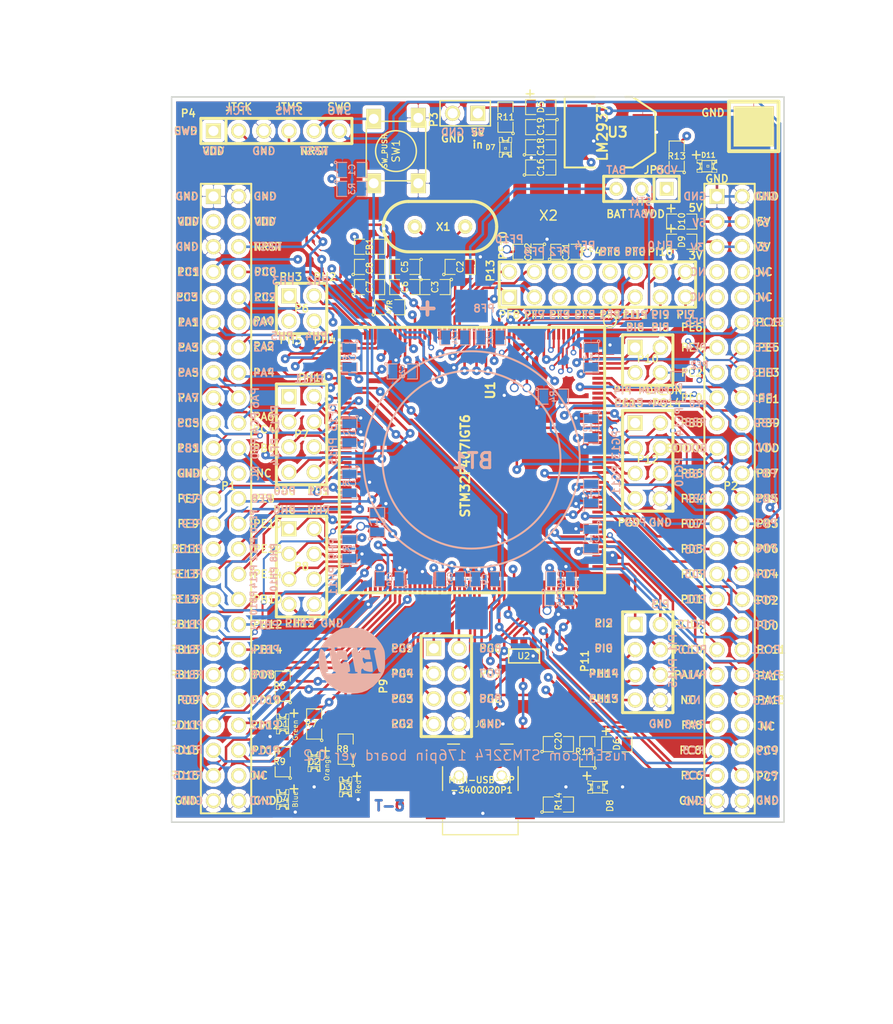
<source format=kicad_pcb>
(kicad_pcb (version 20221018) (generator pcbnew)
  (title_block (title "176 pin board") (rev "R0.2") (company "rusEFI by Art_Electro & DAECU"))
  (layers (0 "F.Cu" signal) (1 "In1.Cu" power "GND") (2 "In2.Cu" power "PWR") (31 "B.Cu" signal) (34 "B.Paste" user) (35 "F.Paste" user) (36 "B.SilkS" user "B.Silkscreen") (37 "F.SilkS" user "F.Silkscreen") (38 "B.Mask" user) (39 "F.Mask" user) (44 "Edge.Cuts" user))
  (net 0 "")
  (net 1 "/3.3V")
  (net 2 "/5V")
  (net 3 "/5Vi")
  (net 4 "/BOOT0")
  (net 5 "/D+")
  (net 6 "/D-")
  (net 7 "/NRST")
  (net 8 "/PA0")
  (net 9 "/PA1")
  (net 10 "/PA10")
  (net 11 "/PA11")
  (net 12 "/PA12")
  (net 13 "/PA13")
  (net 14 "/PA14")
  (net 15 "/PA15")
  (net 16 "/PA2")
  (net 17 "/PA3")
  (net 18 "/PA4")
  (net 19 "/PA5")
  (net 20 "/PA6")
  (net 21 "/PA7")
  (net 22 "/PA8")
  (net 23 "/PA9")
  (net 24 "/PB0")
  (net 25 "/PB1")
  (net 26 "/PB10")
  (net 27 "/PB11")
  (net 28 "/PB12")
  (net 29 "/PB13")
  (net 30 "/PB14")
  (net 31 "/PB15")
  (net 32 "/PB3")
  (net 33 "/PB4")
  (net 34 "/PB5")
  (net 35 "/PB6")
  (net 36 "/PB7")
  (net 37 "/PB8")
  (net 38 "/PB9")
  (net 39 "/PC0")
  (net 40 "/PC1")
  (net 41 "/PC10")
  (net 42 "/PC11")
  (net 43 "/PC12")
  (net 44 "/PC13")
  (net 45 "/PC2")
  (net 46 "/PC3")
  (net 47 "/PC4")
  (net 48 "/PC5")
  (net 49 "/PC6")
  (net 50 "/PC7")
  (net 51 "/PC8")
  (net 52 "/PC9")
  (net 53 "/PD0")
  (net 54 "/PD1")
  (net 55 "/PD10")
  (net 56 "/PD11")
  (net 57 "/PD12")
  (net 58 "/PD13")
  (net 59 "/PD14")
  (net 60 "/PD15")
  (net 61 "/PD2")
  (net 62 "/PD3")
  (net 63 "/PD4")
  (net 64 "/PD5")
  (net 65 "/PD6")
  (net 66 "/PD7")
  (net 67 "/PD8")
  (net 68 "/PD9")
  (net 69 "/PDR_ON")
  (net 70 "/PE0")
  (net 71 "/PE1")
  (net 72 "/PE10")
  (net 73 "/PE11")
  (net 74 "/PE12")
  (net 75 "/PE13")
  (net 76 "/PE14")
  (net 77 "/PE15")
  (net 78 "/PE2")
  (net 79 "/PE3")
  (net 80 "/PE4")
  (net 81 "/PE5")
  (net 82 "/PE6")
  (net 83 "/PE7")
  (net 84 "/PE8")
  (net 85 "/PE9")
  (net 86 "/PF0")
  (net 87 "/PF1")
  (net 88 "/PF10")
  (net 89 "/PF11")
  (net 90 "/PF12")
  (net 91 "/PF13")
  (net 92 "/PF14")
  (net 93 "/PF15")
  (net 94 "/PF2")
  (net 95 "/PF3")
  (net 96 "/PF4")
  (net 97 "/PF5")
  (net 98 "/PF6")
  (net 99 "/PF7")
  (net 100 "/PF8")
  (net 101 "/PF9")
  (net 102 "/PG0")
  (net 103 "/PG1")
  (net 104 "/PG10")
  (net 105 "/PG11")
  (net 106 "/PG12")
  (net 107 "/PG13")
  (net 108 "/PG14")
  (net 109 "/PG15")
  (net 110 "/PG2")
  (net 111 "/PG3")
  (net 112 "/PG4")
  (net 113 "/PG5")
  (net 114 "/PG6")
  (net 115 "/PG7")
  (net 116 "/PG8")
  (net 117 "/PG9")
  (net 118 "/PH0")
  (net 119 "/PH1")
  (net 120 "/PH10")
  (net 121 "/PH11")
  (net 122 "/PH12")
  (net 123 "/PH13")
  (net 124 "/PH14")
  (net 125 "/PH15")
  (net 126 "/PH2")
  (net 127 "/PH3")
  (net 128 "/PH4")
  (net 129 "/PH5")
  (net 130 "/PH6")
  (net 131 "/PH7")
  (net 132 "/PH8")
  (net 133 "/PH9")
  (net 134 "/PI0")
  (net 135 "/PI1")
  (net 136 "/PI10")
  (net 137 "/PI11")
  (net 138 "/PI2")
  (net 139 "/PI3")
  (net 140 "/PI4")
  (net 141 "/PI5")
  (net 142 "/PI6")
  (net 143 "/PI7")
  (net 144 "/PI8")
  (net 145 "/PI9")
  (net 146 "/VBAT")
  (net 147 "/VDD")
  (net 148 "GND")
  (net 149 "N-00000102")
  (net 150 "N-0000017")
  (net 151 "N-0000018")
  (net 152 "N-0000019")
  (net 153 "N-0000020")
  (net 154 "N-0000021")
  (net 155 "N-0000023")
  (net 156 "N-0000024")
  (net 157 "N-0000026")
  (net 158 "N-0000035")
  (net 159 "N-0000036")
  (net 160 "N-000004")
  (net 161 "N-0000041")
  (net 162 "N-0000080")
  (net 163 "N-0000081")
  (net 164 "N-0000094")
  (footprint "SM0805" (layer "F.Cu") (at 116.332 100.584)
    (fp_text reference "C2")
    (fp_text value "18pF" hide)
  )
  (footprint "SM0805" (layer "F.Cu") (at 113.792 102.616 180)
    (fp_text reference "C3")
    (fp_text value "18pF" hide)
  )
  (footprint "SM0805" (layer "F.Cu") (at 110.744 100.584 180)
    (fp_text reference "C5")
    (fp_text value "0.01uF" hide)
  )
  (footprint "SM0805" (layer "F.Cu") (at 110.744 102.616 180)
    (fp_text reference "C6")
    (fp_text value "1uF" hide)
  )
  (footprint "SM0805" (layer "F.Cu") (at 107.188 102.616)
    (fp_text reference "C7")
    (fp_text value "1uF" hide)
  )
  (footprint "SM0805" (layer "F.Cu") (at 107.188 100.584)
    (fp_text reference "C8")
    (fp_text value "0.01uF" hide)
  )
  (footprint "SM0805" (layer "F.Cu") (at 124.46 88.519)
    (fp_text reference "C18")
    (fp_text value "0.1uF" hide)
  )
  (footprint "SM0805" (layer "F.Cu") (at 124.46 86.487 180)
    (fp_text reference "C19")
    (fp_text value "4.7uF" hide)
  )
  (footprint "LED-0805_A" (layer "F.Cu") (at 120.904 88.519 -90)
    (fp_text reference "D7")
    (fp_text value "LED_0805" hide)
  )
  (footprint "SM0805" (layer "F.Cu") (at 107.188 98.552 180)
    (fp_text reference "FB1")
    (fp_text value "FILTER" hide)
  )
  (footprint "SIL-3" (layer "F.Cu") (at 134.62 92.71 180)
    (fp_text reference "JP5")
    (fp_text value "JUMPER3" hide)
  )
  (footprint "PIN_ARRAY_25x2_A" (layer "F.Cu") (at 92.71 123.952 -90)
    (fp_text reference "P1")
    (fp_text value "CONN_25X2" hide)
  )
  (footprint "PIN_ARRAY_25x2_A" (layer "F.Cu") (at 143.51 123.952 -90)
    (fp_text reference "P2")
    (fp_text value "CONN_25X2" hide)
  )
  (footprint "PIN_ARRAY_2_A" (layer "F.Cu") (at 116.84 85.09 180)
    (fp_text reference "P3")
    (fp_text value "CONN_2" hide)
  )
  (footprint "PIN_ARRAY-6X1" (layer "F.Cu") (at 97.79 86.868)
    (fp_text reference "P4")
    (fp_text value "CONN_6" hide)
  )
  (footprint "SM0805" (layer "F.Cu") (at 101.6 146.685 90)
    (fp_text reference "R7")
    (fp_text value "680R" hide)
  )
  (footprint "SM0805" (layer "F.Cu") (at 104.775 149.225 90)
    (fp_text reference "R8")
    (fp_text value "680R" hide)
  )
  (footprint "SM0805" (layer "F.Cu") (at 98.425 150.495 90)
    (fp_text reference "R9")
    (fp_text value "680R" hide)
  )
  (footprint "SM0805" (layer "F.Cu") (at 109.22 104.648)
    (fp_text reference "R10" hide)
    (fp_text value "47R")
  )
  (footprint "SM0805" (layer "F.Cu") (at 120.904 85.471 90)
    (fp_text reference "R11")
    (fp_text value "1k" hide)
  )
  (footprint "SM0805" (layer "F.Cu") (at 129.159 149.479 90)
    (fp_text reference "R12")
    (fp_text value "1k" hide)
  )
  (footprint "SM0805" (layer "F.Cu") (at 138.176 89.408 90)
    (fp_text reference "R13")
    (fp_text value "1k" hide)
  )
  (footprint "LQFP-176" (layer "F.Cu") (at 128.27 107.315 180)
    (fp_text reference "U1")
    (fp_text value "STM32F407IGT6")
  )
  (footprint "SOT223" (layer "F.Cu") (at 131.445 86.995 -90)
    (fp_text reference "U3")
    (fp_text value "LM2937")
  )
  (footprint "SM0805" (layer "F.Cu") (at 98.425 142.875 90)
    (fp_text reference "R6")
    (fp_text value "680R" hide)
  )
  (footprint "SM0805" (layer "F.Cu") (at 126.238 148.717)
    (fp_text reference "C20")
    (fp_text value "0.1uF" hide)
  )
  (footprint "SM0805" (layer "F.Cu") (at 127 99.06)
    (fp_text reference "C21")
    (fp_text value "18pF" hide)
  )
  (footprint "SM0805" (layer "F.Cu") (at 123.19 99.06 180)
    (fp_text reference "C22")
    (fp_text value "18pF" hide)
  )
  (footprint "MC-306" (layer "F.Cu") (at 125.095 94.615)
    (fp_text reference "X2")
    (fp_text value "CRYSTAL(MC306)" hide)
  )
  (footprint "HC-49V" (layer "F.Cu") (at 114.3 96.52)
    (fp_text reference "X1")
    (fp_text value "CRYSTAL" hide)
  )
  (footprint "MINI-USB-5P-3400020P1" (layer "F.Cu") (at 118.364 153.289)
    (fp_text reference "J1")
    (fp_text value "MINI-USB-5P-3400020P1" hide)
  )
  (footprint "SM0805" (layer "F.Cu") (at 126.238 154.813)
    (fp_text reference "R14")
    (fp_text value "100k" hide)
  )
  (footprint "SOT-457" (layer "F.Cu") (at 122.746 139.827 180)
    (fp_text reference "U2")
    (fp_text value "NUF2101MT1G" hide)
  )
  (footprint "TL-1105" (layer "F.Cu") (at 109.855 88.9 90)
    (fp_text reference "SW1")
    (fp_text value "SW_PUSH")
  )
  (footprint "1PIN_SMD" (layer "F.Cu") (at 145.948 86.4108)
    (fp_text reference "P5" hide)
    (fp_text value "CONN_1" hide)
  )
  (footprint "SM0805-diode" (layer "F.Cu") (at 132.131 148.742)
    (fp_text reference "D6")
    (fp_text value "DIODESCH" hide)
  )
  (footprint "SM0805-diode" (layer "F.Cu") (at 124.46 84.455)
    (fp_text reference "D5")
    (fp_text value "DIODESCH" hide)
  )
  (footprint "SM0805-diode" (layer "F.Cu") (at 138.684 98.044)
    (fp_text reference "D9")
    (fp_text value "DIODESCH" hide)
  )
  (footprint "SM0805-diode" (layer "F.Cu") (at 138.684 96.012)
    (fp_text reference "D10")
    (fp_text value "DIODESCH" hide)
  )
  (footprint "LED-0805_A" (layer "F.Cu") (at 104.775 153.035 -90)
    (fp_text reference "D3")
    (fp_text value "LED_0805" hide)
  )
  (footprint "LED-0805_A" (layer "F.Cu") (at 98.425 146.685 -90)
    (fp_text reference "D1")
    (fp_text value "LED_0805" hide)
  )
  (footprint "LED-0805_A" (layer "F.Cu") (at 101.6 150.495 -90)
    (fp_text reference "D2")
    (fp_text value "LED_0805" hide)
  )
  (footprint "LED-0805_A" (layer "F.Cu") (at 98.425 154.305 -90)
    (fp_text reference "D4")
    (fp_text value "LED_0805" hide)
  )
  (footprint "LED-0805_A" (layer "F.Cu") (at 130.2 153.06)
    (fp_text reference "D8")
    (fp_text value "LED_0805" hide)
  )
  (footprint "LED-0805_A" (layer "F.Cu") (at 141.224 90.424)
    (fp_text reference "D11")
    (fp_text value "LED_0805" hide)
  )
  (footprint "PIN_ARRAY_2X2" (layer "F.Cu") (at 100.33 104.775 -90)
    (fp_text reference "P6")
    (fp_text value "CONN_2X2" hide)
  )
  (footprint "PIN_ARRAY_2X2" (layer "F.Cu") (at 135.255 109.982 -90)
    (fp_text reference "P10")
    (fp_text value "CONN_2X2" hide)
  )
  (footprint "pin_array_4x2" (layer "F.Cu") (at 100.33 117.475 -90)
    (fp_text reference "P7")
    (fp_text value "CONN_4X2" hide)
  )
  (footprint "pin_array_4x2" (layer "F.Cu") (at 114.935 142.875 -90)
    (fp_text reference "P9")
    (fp_text value "CONN_4X2" hide)
  )
  (footprint "pin_array_4x2" (layer "F.Cu") (at 100.33 130.81 -90)
    (fp_text reference "P8")
    (fp_text value "CONN_4X2" hide)
  )
  (footprint "pin_array_4x2" (layer "F.Cu") (at 135.255 120.142 -90)
    (fp_text reference "P12")
    (fp_text value "CONN_4X2" hide)
  )
  (footprint "pin_array_4x2" (layer "F.Cu") (at 135.255 140.462 -90)
    (fp_text reference "P11")
    (fp_text value "CONN_4X2" hide)
  )
  (footprint "pin_array_8x2" (layer "F.Cu") (at 130.175 102.362)
    (fp_text reference "P13")
    (fp_text value "CONN_8X2" hide)
  )
  (footprint "SM0805" (layer "F.Cu") (at 124.46 90.551)
    (fp_text reference "C16")
    (fp_text value "1uF" hide)
  )
  (footprint "BATT_CR2032_MPD" (layer "B.Cu") (at 117.475 120.015 90)
    (fp_text reference "BT1")
    (fp_text value "BATTERY_CR2032" hide)
  )
  (footprint "SM0805" (layer "B.Cu") (at 105.41 90.805)
    (fp_text reference "C1")
    (fp_text value "0.02uF" hide)
  )
  (footprint "SM0805" (layer "B.Cu") (at 118.872 132.08)
    (fp_text reference "C9")
    (fp_text value "0.1uF" hide)
  )
  (footprint "SM0805" (layer "B.Cu") (at 126.492 132.08 180)
    (fp_text reference "C10")
    (fp_text value "0.1uF" hide)
  )
  (footprint "SM0805" (layer "B.Cu") (at 129.54 128.016 -90)
    (fp_text reference "C11")
    (fp_text value "0.1uF" hide)
  )
  (footprint "SM0805" (layer "B.Cu") (at 129.54 123.444 90)
    (fp_text reference "C12")
    (fp_text value "0.1uF" hide)
  )
  (footprint "SM0805" (layer "B.Cu") (at 129.54 116.84 -90)
    (fp_text reference "C13")
    (fp_text value "0.1uF" hide)
  )
  (footprint "SM0805" (layer "B.Cu") (at 129.54 109.728 -90)
    (fp_text reference "C14")
    (fp_text value "0.1uF" hide)
  )
  (footprint "SM0805" (layer "B.Cu") (at 126.365 133.985)
    (fp_text reference "C15")
    (fp_text value "2u2F" hide)
  )
  (footprint "SM0805" (layer "B.Cu") (at 107.95 126.365 90)
    (fp_text reference "C17")
    (fp_text value "2u2F" hide)
  )
  (footprint "SM0805" (layer "B.Cu") (at 105.41 92.71)
    (fp_text reference "R3")
    (fp_text value "10k" hide)
  )
  (footprint "SM0805" (layer "B.Cu") (at 125.73 113.665)
    (fp_text reference "R4")
    (fp_text value "10k" hide)
  )
  (footprint "LOGO_F" (layer "B.Cu") (at 105.41 140.335)
    (fp_text reference "G1" hide)
    (fp_text value "LOGO" hide)
  )
  (footprint "SM0805" (layer "B.Cu") (at 115.316 132.08 180)
    (fp_text reference "C31")
    (fp_text value "0.1uF" hide)
  )
  (footprint "SM0805" (layer "B.Cu") (at 109.22 132.08 180)
    (fp_text reference "C30")
    (fp_text value "0.1uF" hide)
  )
  (footprint "SM0805" (layer "B.Cu") (at 105.156 129.032 90)
    (fp_text reference "C29")
    (fp_text value "0.1uF" hide)
  )
  (footprint "SM0805" (layer "B.Cu") (at 105.156 122.428 -90)
    (fp_text reference "C28")
    (fp_text value "0.1uF" hide)
  )
  (footprint "SM0805" (layer "B.Cu") (at 105.156 117.348 -90)
    (fp_text reference "C27")
    (fp_text value "0.1uF" hide)
  )
  (footprint "SM0805" (layer "B.Cu") (at 105.156 109.728 -90)
    (fp_text reference "C26")
    (fp_text value "0.1uF" hide)
  )
  (footprint "SM0805" (layer "B.Cu") (at 110.49 111.125)
    (fp_text reference "C25")
    (fp_text value "0.1uF" hide)
  )
  (footprint "SM0805" (layer "B.Cu") (at 115.824 107.696)
    (fp_text reference "C24")
    (fp_text value "0.1uF" hide)
  )
  (footprint "SM0805" (layer "B.Cu") (at 119.38 107.696)
    (fp_text reference "C23")
    (fp_text value "0.1uF" hide)
  )
  (footprint "SM0805" (layer "B.Cu") (at 138.303 112.649 -90)
    (fp_text reference "R1")
    (fp_text value "1k" hide)
  )
  (gr_line (start 149.003 83.439) (end 149.003 156.591) (stroke (width 0.15)) (layer "Edge.Cuts"))
  (gr_line (start 87.217 156.591) (end 149.003 156.591) (stroke (width 0.15)) (layer "Edge.Cuts"))
  (gr_line (start 87.217 83.439) (end 87.217 156.591) (stroke (width 0.15)) (layer "Edge.Cuts"))
  (gr_line (start 149.003 83.439) (end 87.217 83.439) (stroke (width 0.15)) (layer "Edge.Cuts"))
  (gr_text "T-0" (at 109.22 154.94) (layer "F.Cu") (effects (font (size 1.016 1.016) (thickness 0.254))))
  (gr_text "T-3" (at 109.22 154.94) (layer "B.Cu") (effects (font (size 1.016 1.016) (thickness 0.254))))
  (gr_text "NC" (at 95.631 121.412 90) (layer "B.SilkS") (effects (font (size 0.762 0.762) (thickness 0.1524)) (justify mirror)))
  (gr_text "PA2" (at 96.52 108.712) (layer "B.SilkS") (effects (font (size 0.762 0.762) (thickness 0.1524)) (justify mirror)))
  (gr_text "PC2" (at 96.647 103.632) (layer "B.SilkS") (effects (font (size 0.762 0.762) (thickness 0.1524)) (justify mirror)))
  (gr_text "PC0" (at 96.647 101.092) (layer "B.SilkS") (effects (font (size 0.762 0.762) (thickness 0.1524)) (justify mirror)))
  (gr_text "PB1" (at 88.9 118.872) (layer "B.SilkS") (effects (font (size 0.762 0.762) (thickness 0.1524)) (justify mirror)))
  (gr_text "GND" (at 147.1295 93.472) (layer "B.SilkS") (effects (font (size 0.762 0.762) (thickness 0.1524)) (justify mirror)))
  (gr_text "PC7" (at 147.2565 151.892) (layer "B.SilkS") (effects (font (size 0.762 0.762) (thickness 0.1524)) (justify mirror)))
  (gr_text "PC9" (at 147.2565 149.4155) (layer "B.SilkS") (effects (font (size 0.762 0.762) (thickness 0.1524)) (justify mirror)))
  (gr_text "NC" (at 147.066 146.8755) (layer "B.SilkS") (effects (font (size 0.762 0.762) (thickness 0.1524)) (justify mirror)))
  (gr_text "PA13" (at 147.2565 144.3355) (layer "B.SilkS") (effects (font (size 0.762 0.762) (thickness 0.1524)) (justify mirror)))
  (gr_text "PA15" (at 147.2565 141.732) (layer "B.SilkS") (effects (font (size 0.762 0.762) (thickness 0.1524)) (justify mirror)))
  (gr_text "PC11" (at 147.193 139.192) (layer "B.SilkS") (effects (font (size 0.762 0.762) (thickness 0.1524)) (justify mirror)))
  (gr_text "PD0" (at 147.0025 136.652) (layer "B.SilkS") (effects (font (size 0.762 0.762) (thickness 0.1524)) (justify mirror)))
  (gr_text "PD2" (at 147.066 134.1755) (layer "B.SilkS") (effects (font (size 0.762 0.762) (thickness 0.1524)) (justify mirror)))
  (gr_text "PD4" (at 147.066 131.572) (layer "B.SilkS") (effects (font (size 0.762 0.762) (thickness 0.1524)) (justify mirror)))
  (gr_text "PD6" (at 147.193 128.9685) (layer "B.SilkS") (effects (font (size 0.762 0.762) (thickness 0.1524)) (justify mirror)))
  (gr_text "PB3" (at 147.193 126.4285) (layer "B.SilkS") (effects (font (size 0.762 0.762) (thickness 0.1524)) (justify mirror)))
  (gr_text "PB5" (at 147.193 123.952) (layer "B.SilkS") (effects (font (size 0.762 0.762) (thickness 0.1524)) (justify mirror)))
  (gr_text "PB7" (at 147.1295 121.412) (layer "B.SilkS") (effects (font (size 0.762 0.762) (thickness 0.1524)) (justify mirror)))
  (gr_text "VDD" (at 147.066 118.8085) (layer "B.SilkS") (effects (font (size 0.762 0.762) (thickness 0.1524)) (justify mirror)))
  (gr_text "PB9" (at 147.066 116.332) (layer "B.SilkS") (effects (font (size 0.762 0.762) (thickness 0.1524)) (justify mirror)))
  (gr_text "PE1" (at 146.812 113.792) (layer "B.SilkS") (effects (font (size 0.762 0.762) (thickness 0.1524)) (justify mirror)))
  (gr_text "PE3" (at 146.8755 111.252) (layer "B.SilkS") (effects (font (size 0.762 0.762) (thickness 0.1524)) (justify mirror)))
  (gr_text "PE5" (at 147.066 108.712) (layer "B.SilkS") (effects (font (size 0.762 0.762) (thickness 0.1524)) (justify mirror)))
  (gr_text "PC13" (at 147.2565 106.172) (layer "B.SilkS") (effects (font (size 0.762 0.762) (thickness 0.1524)) (justify mirror)))
  (gr_text "NC" (at 146.7485 101.1555) (layer "B.SilkS") (effects (font (size 0.762 0.762) (thickness 0.1524)) (justify mirror)))
  (gr_text "3V" (at 146.7485 98.6155) (layer "B.SilkS") (effects (font (size 0.762 0.762) (thickness 0.1524)) (justify mirror)))
  (gr_text "5V" (at 146.812 96.139) (layer "B.SilkS") (effects (font (size 0.762 0.762) (thickness 0.1524)) (justify mirror)))
  (gr_text "GND" (at 147.32 154.3685) (layer "B.SilkS") (effects (font (size 0.762 0.762) (thickness 0.1524)) (justify mirror)))
  (gr_text "GND" (at 140.0175 154.4955) (layer "B.SilkS") (effects (font (size 0.762 0.762) (thickness 0.1524)) (justify mirror)))
  (gr_text "PC6" (at 140.0175 151.892) (layer "B.SilkS") (effects (font (size 0.762 0.762) (thickness 0.1524)) (justify mirror)))
  (gr_text "PC8" (at 139.8905 149.352) (layer "B.SilkS") (effects (font (size 0.762 0.762) (thickness 0.1524)) (justify mirror)))
  (gr_text "PA8" (at 140.0175 146.7485) (layer "B.SilkS") (effects (font (size 0.762 0.762) (thickness 0.1524)) (justify mirror)))
  (gr_text "NC" (at 139.827 144.272) (layer "B.SilkS") (effects (font (size 0.762 0.762) (thickness 0.1524)) (justify mirror)))
  (gr_text "PA14" (at 139.827 141.732) (layer "B.SilkS") (effects (font (size 0.762 0.762) (thickness 0.1524)) (justify mirror)))
  (gr_text "PC10" (at 139.7635 139.192) (layer "B.SilkS") (effects (font (size 0.762 0.762) (thickness 0.1524)) (justify mirror)))
  (gr_text "PC12" (at 139.7 136.652) (layer "B.SilkS") (effects (font (size 0.762 0.762) (thickness 0.1524)) (justify mirror)))
  (gr_text "PD1" (at 140.081 134.112) (layer "B.SilkS") (effects (font (size 0.762 0.762) (thickness 0.1524)) (justify mirror)))
  (gr_text "PD3" (at 140.081 131.572) (layer "B.SilkS") (effects (font (size 0.762 0.762) (thickness 0.1524)) (justify mirror)))
  (gr_text "PD5" (at 140.081 129.0955) (layer "B.SilkS") (effects (font (size 0.762 0.762) (thickness 0.1524)) (justify mirror)))
  (gr_text "PD7" (at 140.081 126.492) (layer "B.SilkS") (effects (font (size 0.762 0.762) (thickness 0.1524)) (justify mirror)))
  (gr_text "PB4" (at 140.1445 123.952) (layer "B.SilkS") (effects (font (size 0.762 0.762) (thickness 0.1524)) (justify mirror)))
  (gr_text "PB6" (at 140.081 121.4755) (layer "B.SilkS") (effects (font (size 0.762 0.762) (thickness 0.1524)) (justify mirror)))
  (gr_text "BOOT0" (at 139.446 118.872) (layer "B.SilkS") (effects (font (size 0.762 0.762) (thickness 0.1524)) (justify mirror)))
  (gr_text "PB8" (at 140.081 116.2685) (layer "B.SilkS") (effects (font (size 0.762 0.762) (thickness 0.1524)) (justify mirror)))
  (gr_text "PE0" (at 140.335 114.427) (layer "B.SilkS") (effects (font (size 0.635 0.635) (thickness 0.127)) (justify mirror)))
  (gr_text "PE2" (at 140.462 110.49) (layer "B.SilkS") (effects (font (size 0.635 0.635) (thickness 0.1524)) (justify mirror)))
  (gr_text "PE4" (at 140.1445 108.712) (layer "B.SilkS") (effects (font (size 0.762 0.762) (thickness 0.1524)) (justify mirror)))
  (gr_text "PE6" (at 140.081 106.172) (layer "B.SilkS") (effects (font (size 0.762 0.762) (thickness 0.1524)) (justify mirror)))
  (gr_text "GND" (at 89.2175 154.432) (layer "B.SilkS") (effects (font (size 0.762 0.762) (thickness 0.1524)) (justify mirror)))
  (gr_text "PE7" (at 89.281 124.0155) (layer "B.SilkS") (effects (font (size 0.762 0.762) (thickness 0.1524)) (justify mirror)))
  (gr_text "PE9" (at 89.281 126.492) (layer "B.SilkS") (effects (font (size 0.762 0.762) (thickness 0.1524)) (justify mirror)))
  (gr_text "PE11" (at 88.9635 129.032) (layer "B.SilkS") (effects (font (size 0.762 0.762) (thickness 0.1524)) (justify mirror)))
  (gr_text "PE13" (at 88.9635 131.572) (layer "B.SilkS") (effects (font (size 0.762 0.762) (thickness 0.1524)) (justify mirror)))
  (gr_text "PE15" (at 89.027 134.112) (layer "B.SilkS") (effects (font (size 0.762 0.762) (thickness 0.1524)) (justify mirror)))
  (gr_text "PB11" (at 88.9635 136.652) (layer "B.SilkS") (effects (font (size 0.762 0.762) (thickness 0.1524)) (justify mirror)))
  (gr_text "PB13" (at 88.9635 139.192) (layer "B.SilkS") (effects (font (size 0.762 0.762) (thickness 0.1524)) (justify mirror)))
  (gr_text "PB15" (at 88.9635 141.732) (layer "B.SilkS") (effects (font (size 0.762 0.762) (thickness 0.1524)) (justify mirror)))
  (gr_text "PD9" (at 89.281 144.272) (layer "B.SilkS") (effects (font (size 0.762 0.762) (thickness 0.1524)) (justify mirror)))
  (gr_text "PD11" (at 88.9635 146.812) (layer "B.SilkS") (effects (font (size 0.762 0.762) (thickness 0.1524)) (justify mirror)))
  (gr_text "PD13" (at 88.9 149.2885) (layer "B.SilkS") (effects (font (size 0.762 0.762) (thickness 0.1524)) (justify mirror)))
  (gr_text "PD15" (at 88.8365 151.892) (layer "B.SilkS") (effects (font (size 0.762 0.762) (thickness 0.1524)) (justify mirror)))
  (gr_text "GND" (at 89.027 121.412) (layer "B.SilkS") (effects (font (size 0.762 0.762) (thickness 0.1524)) (justify mirror)))
  (gr_text "PE8" (at 96.3295 123.952) (layer "B.SilkS") (effects (font (size 0.762 0.762) (thickness 0.1524)) (justify mirror)))
  (gr_text "PE10" (at 95.504 126.238 90) (layer "B.SilkS") (effects (font (size 0.635 0.635) (thickness 0.1524)) (justify mirror)))
  (gr_text "PE12" (at 95.504 129.032 90) (layer "B.SilkS") (effects (font (size 0.635 0.635) (thickness 0.1524)) (justify mirror)))
  (gr_text "PE14" (at 95.504 131.826 90) (layer "B.SilkS") (effects (font (size 0.635 0.635) (thickness 0.1524)) (justify mirror)))
  (gr_text "PB10" (at 95.504 134.493 90) (layer "B.SilkS") (effects (font (size 0.635 0.635) (thickness 0.1524)) (justify mirror)))
  (gr_text "PB12" (at 96.5835 136.7155) (layer "B.SilkS") (effects (font (size 0.762 0.762) (thickness 0.1524)) (justify mirror)))
  (gr_text "PB14" (at 96.647 139.192) (layer "B.SilkS") (effects (font (size 0.762 0.762) (thickness 0.1524)) (justify mirror)))
  (gr_text "PD8" (at 96.3295 141.732) (layer "B.SilkS") (effects (font (size 0.762 0.762) (thickness 0.1524)) (justify mirror)))
  (gr_text "PD10" (at 96.647 144.272) (layer "B.SilkS") (effects (font (size 0.762 0.762) (thickness 0.1524)) (justify mirror)))
  (gr_text "PD12" (at 96.647 146.812) (layer "B.SilkS") (effects (font (size 0.762 0.762) (thickness 0.1524)) (justify mirror)))
  (gr_text "PD14" (at 96.647 149.352) (layer "B.SilkS") (effects (font (size 0.762 0.762) (thickness 0.1524)) (justify mirror)))
  (gr_text "NC" (at 95.885 151.892) (layer "B.SilkS") (effects (font (size 0.762 0.762) (thickness 0.1524)) (justify mirror)))
  (gr_text "GND" (at 96.2025 154.432) (layer "B.SilkS") (effects (font (size 0.762 0.762) (thickness 0.1524)) (justify mirror)))
  (gr_text "VDD" (at 137.16 90.805) (layer "B.SilkS") (effects (font (size 0.762 0.762) (thickness 0.1524)) (justify mirror)))
  (gr_text "BAT" (at 132.08 90.805) (layer "B.SilkS") (effects (font (size 0.762 0.762) (thickness 0.1524)) (justify mirror)))
  (gr_text "5V" (at 118.11 86.995) (layer "B.SilkS") (effects (font (size 0.762 0.762) (thickness 0.1524)) (justify mirror)))
  (gr_text "GND" (at 115.57 86.995) (layer "B.SilkS") (effects (font (size 0.762 0.762) (thickness 0.1524)) (justify mirror)))
  (gr_text "JTCK" (at 93.98 84.836) (layer "B.SilkS") (effects (font (size 0.762 0.762) (thickness 0.1524)) (justify mirror)))
  (gr_text "SWO" (at 104.14 84.836) (layer "B.SilkS") (effects (font (size 0.762 0.762) (thickness 0.1524)) (justify mirror)))
  (gr_text "JTMS" (at 99.06 84.836) (layer "B.SilkS") (effects (font (size 0.762 0.762) (thickness 0.1524)) (justify mirror)))
  (gr_text "SWD" (at 88.646 86.868) (layer "B.SilkS") (effects (font (size 0.762 0.762) (thickness 0.1524)) (justify mirror)))
  (gr_text "NRST" (at 101.6 88.9) (layer "B.SilkS") (effects (font (size 0.762 0.762) (thickness 0.1524)) (justify mirror)))
  (gr_text "VDD" (at 91.44 88.9) (layer "B.SilkS") (effects (font (size 0.762 0.762) (thickness 0.1524)) (justify mirror)))
  (gr_text "GND" (at 96.52 88.9) (layer "B.SilkS") (effects (font (size 0.762 0.762) (thickness 0.1524)) (justify mirror)))
  (gr_text "PA1" (at 88.9 106.172) (layer "B.SilkS") (effects (font (size 0.762 0.762) (thickness 0.1524)) (justify mirror)))
  (gr_text "PF3" (at 126.365 105.41) (layer "B.SilkS") (effects (font (size 0.762 0.762) (thickness 0.1524)) (justify mirror)))
  (gr_text "PA5" (at 88.9 111.252) (layer "B.SilkS") (effects (font (size 0.762 0.762) (thickness 0.1524)) (justify mirror)))
  (gr_text "PH11" (at 101.092 111.887) (layer "B.SilkS") (effects (font (size 0.762 0.762) (thickness 0.1524)) (justify mirror)))
  (gr_text "    PG13 PG11   " (at 132.08 120.015 90) (layer "B.SilkS") (effects (font (size 0.762 0.762) (thickness 0.1524)) (justify mirror)))
  (gr_text "PC3" (at 88.7984 103.632) (layer "B.SilkS") (effects (font (size 0.762 0.762) (thickness 0.1524)) (justify mirror)))
  (gr_text "PG4" (at 110.49 141.605) (layer "B.SilkS") (effects (font (size 0.762 0.762) (thickness 0.1524)) (justify mirror)))
  (gr_text "PA4" (at 96.52 111.252) (layer "B.SilkS") (effects (font (size 0.762 0.762) (thickness 0.1524)) (justify mirror)))
  (gr_text "PI5" (at 136.525 106.68) (layer "B.SilkS") (effects (font (size 0.762 0.762) (thickness 0.1524)) (justify mirror)))
  (gr_text "PH10" (at 97.536 132.08 90) (layer "B.SilkS") (effects (font (size 0.635 0.635) (thickness 0.1524)) (justify mirror)))
  (gr_text "PF13 PF15" (at 103.505 117.475 90) (layer "B.SilkS") (effects (font (size 0.762 0.762) (thickness 0.1524)) (justify mirror)))
  (gr_text "PA7" (at 88.9 113.792) (layer "B.SilkS") (effects (font (size 0.762 0.762) (thickness 0.1524)) (justify mirror)))
  (gr_text "PF5" (at 128.905 105.41) (layer "B.SilkS") (effects (font (size 0.762 0.762) (thickness 0.1524)) (justify mirror)))
  (gr_text "PH2  PH3" (at 100.203 101.981) (layer "B.SilkS") (effects (font (size 0.762 0.762) (thickness 0.1524)) (justify mirror)))
  (gr_text "PI1 PH15" (at 137.795 140.335 90) (layer "B.SilkS") (effects (font (size 0.762 0.762) (thickness 0.1524)) (justify mirror)))
  (gr_text "PG1  PG0" (at 100.33 123.19) (layer "B.SilkS") (effects (font (size 0.762 0.762) (thickness 0.1524)) (justify mirror)))
  (gr_text "PDR_ON" (at 135.89 113.03) (layer "B.SilkS") (effects (font (size 0.508 0.508) (thickness 0.127)) (justify mirror)))
  (gr_text "PF0" (at 133.985 99.06) (layer "B.SilkS") (effects (font (size 0.762 0.762) (thickness 0.1524)) (justify mirror)))
  (gr_text "PG3" (at 110.49 144.145) (layer "B.SilkS") (effects (font (size 0.762 0.762) (thickness 0.1524)) (justify mirror)))
  (gr_text "PC5" (at 88.9 116.332) (layer "B.SilkS") (effects (font (size 0.762 0.762) (thickness 0.1524)) (justify mirror)))
  (gr_text "NC" (at 146.7485 103.6955) (layer "B.SilkS") (effects (font (size 0.762 0.762) (thickness 0.1524)) (justify mirror)))
  (gr_text "PH13" (at 130.81 144.145) (layer "B.SilkS") (effects (font (size 0.762 0.762) (thickness 0.1524)) (justify mirror)))
  (gr_text "PF1" (at 131.445 105.41) (layer "B.SilkS") (effects (font (size 0.762 0.762) (thickness 0.1524)) (justify mirror)))
  (gr_text "PG2" (at 110.49 146.685) (layer "B.SilkS") (effects (font (size 0.762 0.762) (thickness 0.1524)) (justify mirror)))
  (gr_text "NC" (at 140.335 101.092) (layer "B.SilkS") (effects (font (size 0.762 0.762) (thickness 0.1524)) (justify mirror)))
  (gr_text "PG15" (at 133.35 114.3) (layer "B.SilkS") (effects (font (size 0.762 0.762) (thickness 0.1524)) (justify mirror)))
  (gr_text "NRST" (at 96.9264 98.552) (layer "B.SilkS") (effects (font (size 0.762 0.762) (thickness 0.1524)) (justify mirror)))
  (gr_text "PG14" (at 136.271 114.3) (layer "B.SilkS") (effects (font (size 0.508 0.508) (thickness 0.127)) (justify mirror)))
  (gr_text "PI3" (at 136.525 134.62) (layer "B.SilkS") (effects (font (size 0.762 0.762) (thickness 0.1524)) (justify mirror)))
  (gr_text "PG5" (at 110.49 139.065) (layer "B.SilkS") (effects (font (size 0.762 0.762) (thickness 0.1524)) (justify mirror)))
  (gr_text "NC" (at 140.2715 103.632) (layer "B.SilkS") (effects (font (size 0.762 0.762) (thickness 0.1524)) (justify mirror)))
  (gr_text "3V" (at 140.2715 98.6155) (layer "B.SilkS") (effects (font (size 0.762 0.762) (thickness 0.1524)) (justify mirror)))
  (gr_text "PF6" (at 131.445 99.06) (layer "B.SilkS") (effects (font (size 0.762 0.762) (thickness 0.1524)) (justify mirror)))
  (gr_text "GND" (at 136.525 146.685) (layer "B.SilkS") (effects (font (size 0.762 0.762) (thickness 0.1524)) (justify mirror)))
  (gr_text "PA6" (at 95.631 113.792 90) (layer "B.SilkS") (effects (font (size 0.762 0.762) (thickness 0.1524)) (justify mirror)))
  (gr_text "PI6" (at 133.985 106.68) (layer "B.SilkS") (effects (font (size 0.762 0.762) (thickness 0.1524)) (justify mirror)))
  (gr_text "GND" (at 140.0175 93.472) (layer "B.SilkS") (effects (font (size 0.762 0.762) (thickness 0.1524)) (justify mirror)))
  (gr_text "PA0" (at 96.393 106.172) (layer "B.SilkS") (effects (font (size 0.762 0.762) (thickness 0.1524)) (justify mirror)))
  (gr_text "PC1" (at 88.9 101.092) (layer "B.SilkS") (effects (font (size 0.762 0.762) (thickness 0.1524)) (justify mirror)))
  (gr_text "PF14" (at 97.663 119.253 90) (layer "B.SilkS") (effects (font (size 0.762 0.762) (thickness 0.1524)) (justify mirror)))
  (gr_text "VDD" (at 88.9 96.012) (layer "B.SilkS") (effects (font (size 0.762 0.762) (thickness 0.1524)) (justify mirror)))
  (gr_text "PG7" (at 119.38 141.605) (layer "B.SilkS") (effects (font (size 0.762 0.762) (thickness 0.1524)) (justify mirror)))
  (gr_text "GND" (at 119.38 146.685) (layer "B.SilkS") (effects (font (size 0.762 0.762) (thickness 0.1524)) (justify mirror)))
  (gr_text "PF9" (at 123.825 99.06) (layer "B.SilkS") (effects (font (size 0.762 0.762) (thickness 0.1524)) (justify mirror)))
  (gr_text "GND" (at 88.7476 93.472) (layer "B.SilkS") (effects (font (size 0.762 0.762) (thickness 0.1524)) (justify mirror)))
  (gr_text "PA3" (at 88.9 108.712) (layer "B.SilkS") (effects (font (size 0.762 0.762) (thickness 0.1524)) (justify mirror)))
  (gr_text "GND" (at 88.7984 98.552) (layer "B.SilkS") (effects (font (size 0.762 0.762) (thickness 0.1524)) (justify mirror)))
  (gr_text "PF4" (at 128.905 98.425) (layer "B.SilkS") (effects (font (size 0.762 0.762) (thickness 0.1524)) (justify mirror)))
  (gr_text "PC4" (at 95.631 116.332 90) (layer "B.SilkS") (effects (font (size 0.762 0.762) (thickness 0.1524)) (justify mirror)))
  (gr_text "GND" (at 136.525 126.365) (layer "B.SilkS") (effects (font (size 0.762 0.762) (thickness 0.1524)) (justify mirror)))
  (gr_text "PI2" (at 130.81 136.525) (layer "B.SilkS") (effects (font (size 0.762 0.762) (thickness 0.1524)) (justify mirror)))
  (gr_text "PH9 PH11" (at 103.505 130.81 90) (layer "B.SilkS") (effects (font (size 0.762 0.762) (thickness 0.1524)) (justify mirror)))
  (gr_text "rusEfi.com STM32F4 176pin board ver 0.2" (at 116.84 149.86) (layer "B.SilkS") (effects (font (size 1.016 1.016) (thickness 0.127)) (justify mirror)))
  (gr_text "PB0" (at 95.631 118.872 90) (layer "B.SilkS") (effects (font (size 0.762 0.762) (thickness 0.1524)) (justify mirror)))
  (gr_text "PI9" (at 136.525 105.41) (layer "B.SilkS") (effects (font (size 0.762 0.762) (thickness 0.1524)) (justify mirror)))
  (gr_text "PI11" (at 133.985 105.41) (layer "B.SilkS") (effects (font (size 0.762 0.762) (thickness 0.1524)) (justify mirror)))
  (gr_text "PG8" (at 119.38 144.145) (layer "B.SilkS") (effects (font (size 0.762 0.762) (thickness 0.1524)) (justify mirror)))
  (gr_text "PG10" (at 138.43 121.285 90) (layer "B.SilkS") (effects (font (size 0.762 0.762) (thickness 0.1524)) (justify mirror)))
  (gr_text "5V" (at 140.462 96.139) (layer "B.SilkS") (effects (font (size 0.762 0.762) (thickness 0.1524)) (justify mirror)))
  (gr_text "PH8" (at 97.536 129.413 90) (layer "B.SilkS") (effects (font (size 0.635 0.635) (thickness 0.1524)) (justify mirror)))
  (gr_text "PF10" (at 121.285 97.79) (layer "B.SilkS") (effects (font (size 0.762 0.762) (thickness 0.1524)) (justify mirror)))
  (gr_text "PF8" (at 118.745 104.775) (layer "B.SilkS") (effects (font (size 0.762 0.762) (thickness 0.1524)) (justify mirror)))
  (gr_text "PH7  PH6" (at 100.33 125.095) (layer "B.SilkS") (effects (font (size 0.762 0.762) (thickness 0.1524)) (justify mirror)))
  (gr_text "PG9" (at 133.985 126.365) (layer "B.SilkS") (effects (font (size 0.762 0.762) (thickness 0.1524)) (justify mirror)))
  (gr_text "PI4" (at 132.715 113.03) (layer "B.SilkS") (effects (font (size 0.762 0.762) (thickness 0.1524)) (justify mirror)))
  (gr_text "PH14" (at 130.81 141.605) (layer "B.SilkS") (effects (font (size 0.762 0.762) (thickness 0.1524)) (justify mirror)))
  (gr_text "GND" (at 96.6724 93.472) (layer "B.SilkS") (effects (font (size 0.762 0.762) (thickness 0.1524)) (justify mirror)))
  (gr_text "PG6" (at 119.38 139.065) (layer "B.SilkS") (effects (font (size 0.762 0.762) (thickness 0.1524)) (justify mirror)))
  (gr_text "GND PH12" (at 101.6 136.525) (layer "B.SilkS") (effects (font (size 0.762 0.762) (thickness 0.1524)) (justify mirror)))
  (gr_text "PG14" (at 138.43 116.205 90) (layer "B.SilkS") (effects (font (size 0.762 0.762) (thickness 0.1524)) (justify mirror)))
  (gr_text "PF7" (at 123.825 105.41) (layer "B.SilkS") (effects (font (size 0.762 0.762) (thickness 0.1524)) (justify mirror)))
  (gr_text "PI0" (at 130.81 139.065) (layer "B.SilkS") (effects (font (size 0.762 0.762) (thickness 0.1524)) (justify mirror)))
  (gr_text "STM\nVBAT" (at 134.62 94.615) (layer "B.SilkS") (effects (font (size 0.762 0.762) (thickness 0.1524)) (justify mirror)))
  (gr_text "VDD" (at 96.6724 96.012) (layer "B.SilkS") (effects (font (size 0.762 0.762) (thickness 0.1524)) (justify mirror)))
  (gr_text "PF12" (at 97.663 115.951 90) (layer "B.SilkS") (effects (font (size 0.762 0.762) (thickness 0.1524)) (justify mirror)))
  (gr_text "PH4  PH5" (at 100.076 107.569) (layer "B.SilkS") (effects (font (size 0.762 0.762) (thickness 0.1524)) (justify mirror)))
  (gr_text "PF2" (at 126.365 99.06) (layer "B.SilkS") (effects (font (size 0.762 0.762) (thickness 0.1524)) (justify mirror)))
  (gr_text "PI10" (at 136.525 98.425) (layer "B.SilkS") (effects (font (size 0.762 0.762) (thickness 0.1524)) (justify mirror)))
  (gr_text "PI7" (at 139.065 105.41) (layer "B.SilkS") (effects (font (size 0.762 0.762) (thickness 0.1524)) (justify mirror)))
  (gr_text "GND" (at 96.647 154.432) (layer "F.SilkS") (effects (font (size 0.762 0.762) (thickness 0.1524))))
  (gr_text "NC" (at 96.139 151.892) (layer "F.SilkS") (effects (font (size 0.762 0.762) (thickness 0.1524))))
  (gr_text "PD14" (at 96.774 149.352) (layer "F.SilkS") (effects (font (size 0.762 0.762) (thickness 0.1524))))
  (gr_text "PD12" (at 96.647 146.812) (layer "F.SilkS") (effects (font (size 0.762 0.762) (thickness 0.1524))))
  (gr_text "PD10" (at 96.774 144.272) (layer "F.SilkS") (effects (font (size 0.762 0.762) (thickness 0.1524))))
  (gr_text "PD8" (at 96.52 141.732) (layer "F.SilkS") (effects (font (size 0.762 0.762) (thickness 0.1524))))
  (gr_text "PB14" (at 96.901 139.192) (layer "F.SilkS") (effects (font (size 0.762 0.762) (thickness 0.1524))))
  (gr_text "PB12" (at 96.901 136.652) (layer "F.SilkS") (effects (font (size 0.762 0.762) (thickness 0.1524))))
  (gr_text "PB10" (at 96.901 134.112) (layer "F.SilkS") (effects (font (size 0.762 0.762) (thickness 0.1524))))
  (gr_text "PE14" (at 96.901 131.572) (layer "F.SilkS") (effects (font (size 0.762 0.762) (thickness 0.1524))))
  (gr_text "PE12" (at 96.901 129.032) (layer "F.SilkS") (effects (font (size 0.762 0.762) (thickness 0.1524))))
  (gr_text "PE10" (at 96.901 126.492) (layer "F.SilkS") (effects (font (size 0.762 0.762) (thickness 0.1524))))
  (gr_text "PE8" (at 96.52 123.952) (layer "F.SilkS") (effects (font (size 0.762 0.762) (thickness 0.1524))))
  (gr_text "PB0" (at 96.52 118.872) (layer "F.SilkS") (effects (font (size 0.762 0.762) (thickness 0.1524))))
  (gr_text "PC4" (at 96.52 116.967) (layer "F.SilkS") (effects (font (size 0.762 0.762) (thickness 0.1524))))
  (gr_text "PA6" (at 96.52 115.697) (layer "F.SilkS") (effects (font (size 0.762 0.762) (thickness 0.1524))))
  (gr_text "PA4" (at 96.52 111.252) (layer "F.SilkS") (effects (font (size 0.762 0.762) (thickness 0.1524))))
  (gr_text "PA0" (at 96.52 106.045) (layer "F.SilkS") (effects (font (size 0.762 0.762) (thickness 0.1524))))
  (gr_text "NRST" (at 96.901 98.552) (layer "F.SilkS") (effects (font (size 0.762 0.762) (thickness 0.1524))))
  (gr_text "VDD" (at 96.647 96.012) (layer "F.SilkS") (effects (font (size 0.762 0.762) (thickness 0.1524))))
  (gr_text "GND" (at 96.647 93.472) (layer "F.SilkS") (effects (font (size 0.762 0.762) (thickness 0.1524))))
  (gr_text "GND" (at 88.773 98.552) (layer "F.SilkS") (effects (font (size 0.762 0.762) (thickness 0.1524))))
  (gr_text "VDD" (at 88.9 96.012) (layer "F.SilkS") (effects (font (size 0.762 0.762) (thickness 0.1524))))
  (gr_text "GND" (at 88.646 154.432) (layer "F.SilkS") (effects (font (size 0.762 0.762) (thickness 0.1524))))
  (gr_text "PD15" (at 88.519 151.892) (layer "F.SilkS") (effects (font (size 0.762 0.762) (thickness 0.1524))))
  (gr_text "PD13" (at 88.519 149.352) (layer "F.SilkS") (effects (font (size 0.762 0.762) (thickness 0.1524))))
  (gr_text "PD11" (at 88.519 146.812) (layer "F.SilkS") (effects (font (size 0.762 0.762) (thickness 0.1524))))
  (gr_text "PD9" (at 88.9 144.272) (layer "F.SilkS") (effects (font (size 0.762 0.762) (thickness 0.1524))))
  (gr_text "PB15" (at 88.519 141.732) (layer "F.SilkS") (effects (font (size 0.762 0.762) (thickness 0.1524))))
  (gr_text "PB13" (at 88.519 139.192) (layer "F.SilkS") (effects (font (size 0.762 0.762) (thickness 0.1524))))
  (gr_text "PB11" (at 88.519 136.652) (layer "F.SilkS") (effects (font (size 0.762 0.762) (thickness 0.1524))))
  (gr_text "PE15" (at 88.519 134.112) (layer "F.SilkS") (effects (font (size 0.762 0.762) (thickness 0.1524))))
  (gr_text "PE13" (at 88.519 131.572) (layer "F.SilkS") (effects (font (size 0.762 0.762) (thickness 0.1524))))
  (gr_text "PE11" (at 88.646 129.032) (layer "F.SilkS") (effects (font (size 0.762 0.762) (thickness 0.1524))))
  (gr_text "PE9" (at 88.9 126.492) (layer "F.SilkS") (effects (font (size 0.762 0.762) (thickness 0.1524))))
  (gr_text "PE7" (at 88.9 123.952) (layer "F.SilkS") (effects (font (size 0.762 0.762) (thickness 0.1524))))
  (gr_text "GND" (at 88.9 121.412) (layer "F.SilkS") (effects (font (size 0.762 0.762) (thickness 0.1524))))
  (gr_text "PC5" (at 88.9 116.332) (layer "F.SilkS") (effects (font (size 0.762 0.762) (thickness 0.1524))))
  (gr_text "PA7" (at 88.9 113.792) (layer "F.SilkS") (effects (font (size 0.762 0.762) (thickness 0.1524))))
  (gr_text "PA5" (at 88.9 111.252) (layer "F.SilkS") (effects (font (size 0.762 0.762) (thickness 0.1524))))
  (gr_text "PA3" (at 88.9 108.712) (layer "F.SilkS") (effects (font (size 0.762 0.762) (thickness 0.1524))))
  (gr_text "PA1" (at 88.9 106.172) (layer "F.SilkS") (effects (font (size 0.762 0.762) (thickness 0.1524))))
  (gr_text "PC1" (at 88.9 101.092) (layer "F.SilkS") (effects (font (size 0.762 0.762) (thickness 0.1524))))
  (gr_text "GND" (at 88.773 93.472) (layer "F.SilkS") (effects (font (size 0.762 0.762) (thickness 0.1524))))
  (gr_text "PC3" (at 88.773 103.632) (layer "F.SilkS") (effects (font (size 0.762 0.762) (thickness 0.1524))))
  (gr_text "PG6" (at 119.38 139.065) (layer "F.SilkS") (effects (font (size 0.762 0.762) (thickness 0.1524))))
  (gr_text "PB6" (at 139.7 121.412) (layer "F.SilkS") (effects (font (size 0.762 0.762) (thickness 0.1524))))
  (gr_text "PC0" (at 96.6724 101.092) (layer "F.SilkS") (effects (font (size 0.762 0.762) (thickness 0.1524))))
  (gr_text "GND" (at 115.57 87.63) (layer "F.SilkS") (effects (font (size 0.762 0.762) (thickness 0.1524))))
  (gr_text "PB1" (at 88.9 118.872) (layer "F.SilkS") (effects (font (size 0.762 0.762) (thickness 0.1524))))
  (gr_text "NC" (at 147.066 101.092) (layer "F.SilkS") (effects (font (size 0.762 0.762) (thickness 0.1524))))
  (gr_text "PG4" (at 110.49 141.605) (layer "F.SilkS") (effects (font (size 0.762 0.762) (thickness 0.1524))))
  (gr_text "SWO" (at 104.14 84.455) (layer "F.SilkS") (effects (font (size 0.762 0.762) (thickness 0.1524))))
  (gr_text "PE3" (at 147.447 111.252) (layer "F.SilkS") (effects (font (size 0.762 0.762) (thickness 0.1524))))
  (gr_text "PG3" (at 110.49 144.145) (layer "F.SilkS") (effects (font (size 0.762 0.762) (thickness 0.1524))))
  (gr_text "PD4" (at 147.32 131.572) (layer "F.SilkS") (effects (font (size 0.762 0.762) (thickness 0.1524))))
  (gr_text "PI9" (at 136.525 105.41) (layer "F.SilkS") (effects (font (size 0.762 0.762) (thickness 0.1524))))
  (gr_text "PC13" (at 147.6375 106.172) (layer "F.SilkS") (effects (font (size 0.762 0.762) (thickness 0.1524))))
  (gr_text "PF4" (at 129.54 99.06) (layer "F.SilkS") (effects (font (size 0.762 0.762) (thickness 0.1524))))
  (gr_text "PA8" (at 139.7 146.812) (layer "F.SilkS") (effects (font (size 0.762 0.762) (thickness 0.1524))))
  (gr_text "3V" (at 146.939 98.552) (layer "F.SilkS") (effects (font (size 0.762 0.762) (thickness 0.1524))))
  (gr_text "NC" (at 147.32 146.939) (layer "F.SilkS") (effects (font (size 0.762 0.762) (thickness 0.1524))))
  (gr_text "MINI-USB-5P\n-3400020P1" (at 118.491 152.8445) (layer "F.SilkS") (effects (font (size 0.635 0.635) (thickness 0.127))))
  (gr_text "GND" (at 139.573 154.432) (layer "F.SilkS") (effects (font (size 0.762 0.762) (thickness 0.1524))))
  (gr_text "PG0  PG1" (at 100.33 123.19) (layer "F.SilkS") (effects (font (size 0.762 0.762) (thickness 0.1524))))
  (gr_text "GND" (at 136.525 146.685) (layer "F.SilkS") (effects (font (size 0.762 0.762) (thickness 0.1524))))
  (gr_text "GND" (at 119.38 146.685) (layer "F.SilkS") (effects (font (size 0.762 0.762) (thickness 0.1524))))
  (gr_text "PD7" (at 139.7 126.492) (layer "F.SilkS") (effects (font (size 0.762 0.762) (thickness 0.1524))))
  (gr_text "PC12" (at 139.319 136.652) (layer "F.SilkS") (effects (font (size 0.762 0.762) (thickness 0.1524))))
  (gr_text "PI10" (at 136.525 99.06) (layer "F.SilkS") (effects (font (size 0.762 0.762) (thickness 0.1524))))
  (gr_text "PD5" (at 139.7 129.032) (layer "F.SilkS") (effects (font (size 0.762 0.762) (thickness 0.1524))))
  (gr_text "PC9" (at 147.32 149.352) (layer "F.SilkS") (effects (font (size 0.762 0.762) (thickness 0.1524))))
  (gr_text "VDD" (at 135.89 95.25) (layer "F.SilkS") (effects (font (size 0.762 0.762) (thickness 0.1524))))
  (gr_text "NC" (at 96.52 121.412) (layer "F.SilkS") (effects (font (size 0.762 0.762) (thickness 0.1524))))
  (gr_text "JTMS" (at 99.06 84.455) (layer "F.SilkS") (effects (font (size 0.762 0.762) (thickness 0.1524))))
  (gr_text "Blue" (at 99.695 154.305 90) (layer "F.SilkS") (effects (font (size 0.50038 0.50038) (thickness 0.0762))))
  (gr_text "PD1" (at 139.7 134.112) (layer "F.SilkS") (effects (font (size 0.762 0.762) (thickness 0.1524))))
  (gr_text "NC" (at 139.319 144.272) (layer "F.SilkS") (effects (font (size 0.762 0.762) (thickness 0.1524))))
  (gr_text "PF10" (at 120.65 98.425 90) (layer "F.SilkS") (effects (font (size 0.762 0.762) (thickness 0.1524))))
  (gr_text "Green" (at 99.695 147.32 90) (layer "F.SilkS") (effects (font (size 0.50038 0.50038) (thickness 0.0762))))
  (gr_text "PB7" (at 147.32 121.412) (layer "F.SilkS") (effects (font (size 0.762 0.762) (thickness 0.1524))))
  (gr_text "NRST" (at 101.6 88.9) (layer "F.SilkS") (effects (font (size 0.762 0.762) (thickness 0.1524))))
  (gr_text "PG9" (at 133.35 126.365) (layer "F.SilkS") (effects (font (size 0.762 0.762) (thickness 0.1524))))
  (gr_text "VDD" (at 91.44 88.9) (layer "F.SilkS") (effects (font (size 0.762 0.762) (thickness 0.1524))))
  (gr_text "PD0" (at 147.32 136.779) (layer "F.SilkS") (effects (font (size 0.762 0.762) (thickness 0.1524))))
  (gr_text "BOOT0" (at 138.938 118.872) (layer "F.SilkS") (effects (font (size 0.762 0.762) (thickness 0.1524))))
  (gr_text "PB3" (at 147.32 126.492) (layer "F.SilkS") (effects (font (size 0.762 0.762) (thickness 0.1524))))
  (gr_text "GND" (at 136.525 126.365) (layer "F.SilkS") (effects (font (size 0.762 0.762) (thickness 0.1524))))
  (gr_text "SWD" (at 88.646 86.868) (layer "F.SilkS") (effects (font (size 0.762 0.762) (thickness 0.1524))))
  (gr_text "PH13" (at 130.81 144.145) (layer "F.SilkS") (effects (font (size 0.762 0.762) (thickness 0.1524))))
  (gr_text "Red" (at 106.045 153.035 90) (layer "F.SilkS") (effects (font (size 0.50038 0.50038) (thickness 0.0762))))
  (gr_text "PF0" (at 133.985 99.06) (layer "F.SilkS") (effects (font (size 0.762 0.762) (thickness 0.1524))))
  (gr_text "PG14" (at 137.16 114.3) (layer "F.SilkS") (effects (font (size 0.762 0.762) (thickness 0.1524))))
  (gr_text "PC7" (at 147.32 152.019) (layer "F.SilkS") (effects (font (size 0.762 0.762) (thickness 0.1524))))
  (gr_text "PI3" (at 136.525 134.62) (layer "F.SilkS") (effects (font (size 0.762 0.762) (thickness 0.1524))))
  (gr_text "    PH11" (at 100.33 111.76) (layer "F.SilkS") (effects (font (size 0.762 0.762) (thickness 0.1524))))
  (gr_text "PA14" (at 139.319 141.732) (layer "F.SilkS") (effects (font (size 0.762 0.762) (thickness 0.1524))))
  (gr_text "GND" (at 141.8336 85.0392) (layer "F.SilkS") (effects (font (size 0.762 0.762) (thickness 0.1524))))
  (gr_text "5V" (at 146.939 96.012) (layer "F.SilkS") (effects (font (size 0.762 0.762) (thickness 0.1524))))
  (gr_text "PF8" (at 121.285 105.41) (layer "F.SilkS") (effects (font (size 0.762 0.762) (thickness 0.1524))))
  (gr_text "GND" (at 147.32 154.432) (layer "F.SilkS") (effects (font (size 0.762 0.762) (thickness 0.1524))))
  (gr_text "PF6" (at 131.445 99.06) (layer "F.SilkS") (effects (font (size 0.762 0.762) (thickness 0.1524))))
  (gr_text "3V" (at 140.081 99.441) (layer "F.SilkS") (effects (font (size 0.762 0.762) (thickness 0.1524))))
  (gr_text "PH5  PH4" (at 100.965 107.95) (layer "F.SilkS") (effects (font (size 0.762 0.762) (thickness 0.1524))))
  (gr_text "PG2" (at 110.49 146.685) (layer "F.SilkS") (effects (font (size 0.762 0.762) (thickness 0.1524))))
  (gr_text "PI5" (at 136.525 106.68) (layer "F.SilkS") (effects (font (size 0.762 0.762) (thickness 0.1524))))
  (gr_text "5V\nin" (at 118.11 87.63) (layer "F.SilkS") (effects (font (size 0.762 0.762) (thickness 0.1524))))
  (gr_text "PG7" (at 119.38 141.605) (layer "F.SilkS") (effects (font (size 0.762 0.762) (thickness 0.1524))))
  (gr_text "5V" (at 140.081 94.615) (layer "F.SilkS") (effects (font (size 0.762 0.762) (thickness 0.1524))))
  (gr_text "PF1" (at 131.445 105.41) (layer "F.SilkS") (effects (font (size 0.762 0.762) (thickness 0.1524))))
  (gr_text "VDD" (at 147.447 118.872) (layer "F.SilkS") (effects (font (size 0.762 0.762) (thickness 0.1524))))
  (gr_text "BAT" (at 132.08 95.25) (layer "F.SilkS") (effects (font (size 0.762 0.762) (thickness 0.1524))))
  (gr_text "GND" (at 142.24 91.694) (layer "F.SilkS") (effects (font (size 0.762 0.762) (thickness 0.1524))))
  (gr_text "PG5" (at 110.49 139.065) (layer "F.SilkS") (effects (font (size 0.762 0.762) (thickness 0.1524))))
  (gr_text "PH12 GND" (at 101.6 136.525) (layer "F.SilkS") (effects (font (size 0.762 0.762) (thickness 0.1524))))
  (gr_text "PD6" (at 147.32 129.032) (layer "F.SilkS") (effects (font (size 0.762 0.762) (thickness 0.1524))))
  (gr_text "PF7" (at 123.825 105.41) (layer "F.SilkS") (effects (font (size 0.762 0.762) (thickness 0.1524))))
  (gr_text "PI4" (at 132.715 113.03) (layer "F.SilkS") (effects (font (size 0.762 0.762) (thickness 0.1524))))
  (gr_text "PA15" (at 147.701 141.859) (layer "F.SilkS") (effects (font (size 0.762 0.762) (thickness 0.1524))))
  (gr_text "PC6" (at 139.7 151.892) (layer "F.SilkS") (effects (font (size 0.762 0.762) (thickness 0.1524))))
  (gr_text "PI6" (at 133.985 106.68) (layer "F.SilkS") (effects (font (size 0.762 0.762) (thickness 0.1524))))
  (gr_text "GND" (at 147.32 93.472) (layer "F.SilkS") (effects (font (size 0.762 0.762) (thickness 0.1524))))
  (gr_text "PF5" (at 128.905 105.41) (layer "F.SilkS") (effects (font (size 0.762 0.762) (thickness 0.1524))))
  (gr_text "PDR_ON" (at 136.525 113.03) (layer "F.SilkS") (effects (font (size 0.762 0.762) (thickness 0.1524))))
  (gr_text "PE0" (at 139.7 113.792) (layer "F.SilkS") (effects (font (size 0.762 0.762) (thickness 0.1524))))
  (gr_text "PA13" (at 147.701 144.272) (layer "F.SilkS") (effects (font (size 0.762 0.762) (thickness 0.1524))))
  (gr_text "GND" (at 96.52 88.9) (layer "F.SilkS") (effects (font (size 0.762 0.762) (thickness 0.1524))))
  (gr_text "PG8" (at 119.38 144.145) (layer "F.SilkS") (effects (font (size 0.762 0.762) (thickness 0.1524))))
  (gr_text "PD2" (at 147.32 134.239) (layer "F.SilkS") (effects (font (size 0.762 0.762) (thickness 0.1524))))
  (gr_text "PF3" (at 126.365 105.41) (layer "F.SilkS") (effects (font (size 0.762 0.762) (thickness 0.1524))))
  (gr_text "PB4" (at 139.7 123.952) (layer "F.SilkS") (effects (font (size 0.762 0.762) (thickness 0.1524))))
  (gr_text "PA2" (at 96.52 108.585) (layer "F.SilkS") (effects (font (size 0.762 0.762) (thickness 0.1524))))
  (gr_text "PC10" (at 139.319 139.192) (layer "F.SilkS") (effects (font (size 0.762 0.762) (thickness 0.1524))))
  (gr_text "PB5" (at 147.32 123.952) (layer "F.SilkS") (effects (font (size 0.762 0.762) (thickness 0.1524))))
  (gr_text "PC11" (at 147.701 139.192) (layer "F.SilkS") (effects (font (size 0.762 0.762) (thickness 0.1524))))
  (gr_text "PI2" (at 130.81 136.525) (layer "F.SilkS") (effects (font (size 0.762 0.762) (thickness 0.1524))))
  (gr_text "PI0" (at 130.81 139.065) (layer "F.SilkS") (effects (font (size 0.762 0.762) (thickness 0.1524))))
  (gr_text "PC2" (at 96.6724 103.632) (layer "F.SilkS") (effects (font (size 0.762 0.762) (thickness 0.1524))))
  (gr_text "Orange" (at 102.87 151.13 90) (layer "F.SilkS") (effects (font (size 0.50038 0.50038) (thickness 0.0762))))
  (gr_text "PC8" (at 139.573 149.352) (layer "F.SilkS") (effects (font (size 0.762 0.762) (thickness 0.1524))))
  (gr_text "NC" (at 147.066 103.632) (layer "F.SilkS") (effects (font (size 0.762 0.762) (thickness 0.1524))))
  (gr_text "PI7" (at 139.065 105.41) (layer "F.SilkS") (effects (font (size 0.762 0.762) (thickness 0.1524))))
  (gr_text "PE4" (at 139.7 108.712) (layer "F.SilkS") (effects (font (size 0.762 0.762) (thickness 0.1524))))
  (gr_text "PI11" (at 133.985 105.41) (layer "F.SilkS") (effects (font (size 0.762 0.762) (thickness 0.1524))))
  (gr_text "JTCK" (at 93.98 84.455) (layer "F.SilkS") (effects (font (size 0.762 0.762) (thickness 0.1524))))
  (gr_text "SWD" (at 88.646 86.868) (layer "F.SilkS") (effects (font (size 0.762 0.762) (thickness 0.1524))))
  (gr_text "PE1" (at 147.447 113.919) (layer "F.SilkS") (effects (font (size 0.762 0.762) (thickness 0.1524))))
  (gr_text "PB8" (at 139.7 116.332) (layer "F.SilkS") (effects (font (size 0.762 0.762) (thickness 0.1524))))
  (gr_text "PH3  PH2" (at 100.965 101.6) (layer "F.SilkS") (effects (font (size 0.762 0.762) (thickness 0.1524))))
  (gr_text "PD3" (at 139.7 131.572) (layer "F.SilkS") (effects (font (size 0.762 0.762) (thickness 0.1524))))
  (gr_text "PE6" (at 139.7 106.68) (layer "F.SilkS") (effects (font (size 0.762 0.762) (thickness 0.1524))))
  (gr_text "PE2" (at 139.7 111.252) (layer "F.SilkS") (effects (font (size 0.762 0.762) (thickness 0.1524))))
  (gr_text "PH14" (at 130.81 141.605) (layer "F.SilkS") (effects (font (size 0.762 0.762) (thickness 0.1524))))
  (gr_text "PG15" (at 133.35 114.3) (layer "F.SilkS") (effects (font (size 0.762 0.762) (thickness 0.1524))))
  (gr_text "PH6  PH7" (at 100.33 125.095) (layer "F.SilkS") (effects (font (size 0.762 0.762) (thickness 0.1524))))
  (gr_text "PB9" (at 147.447 116.332) (layer "F.SilkS") (effects (font (size 0.762 0.762) (thickness 0.1524))))
  (gr_text "PE5" (at 147.447 108.712) (layer "F.SilkS") (effects (font (size 0.762 0.762) (thickness 0.1524))))
  (segment (start 139.6365 98.044) (end 141.732 98.044) (width 0.254) (layer "F.Cu") (net 1))
  (segment (start 141.732 98.044) (end 142.24 98.552) (width 0.254) (layer "F.Cu") (net 1))
  (segment (start 139.636 98.044) (end 139.6365 98.044) (width 0.254) (layer "F.Cu") (net 1))
  (segment (start 144.78 98.552) (end 142.24 98.552) (width 0.254) (layer "B.Cu") (net 1))
  (segment (start 139.6365 96.012) (end 142.24 96.012) (width 0.254) (layer "F.Cu") (net 2))
  (segment (start 139.636 96.012) (end 139.6365 96.012) (width 0.254) (layer "F.Cu") (net 2))
  (segment (start 144.78 96.012) (end 142.24 96.012) (width 0.254) (layer "B.Cu") (net 2))
  (segment (start 125.4125 86.487) (end 125.4125 86.6137) (width 0.254) (layer "F.Cu") (net 3))
  (segment (start 125.4125 88.519) (end 125.412 88.519) (width 0.254) (layer "F.Cu") (net 3))
  (segment (start 134.239 90.551) (end 132.588 90.551) (width 0.254) (layer "F.Cu") (net 3))
  (segment (start 137.732 95.8215) (end 135.763 93.853) (width 0.254) (layer "F.Cu") (net 3))
  (segment (start 131.318 86.106) (end 129.921 84.709) (width 0.254) (layer "F.Cu") (net 3))
  (segment (start 125.412 86.6142) (end 125.412 88.519) (width 0.254) (layer "F.Cu") (net 3))
  (segment (start 137.7315 96.012) (end 137.732 96.012) (width 0.254) (layer "F.Cu") (net 3))
  (segment (start 133.0835 148.742) (end 133.0833 148.7422) (width 0.254) (layer "F.Cu") (net 3))
  (segment (start 135.763 93.853) (end 135.763 92.075) (width 0.254) (layer "F.Cu") (net 3))
  (segment (start 148.336 125.603) (end 148.336 151.13) (width 0.254) (layer "F.Cu") (net 3))
  (segment (start 125.4125 86.6137) (end 125.412 86.6142) (width 0.254) (layer "F.Cu") (net 3))
  (segment (start 137.732 96.012) (end 137.732 95.8215) (width 0.254) (layer "F.Cu") (net 3))
  (segment (start 125.666 84.709) (end 125.4125 84.4555) (width 0.254) (layer "F.Cu") (net 3))
  (segment (start 129.921 84.709) (end 128.143 84.709) (width 0.254) (layer "F.Cu") (net 3))
  (segment (start 135.763 92.075) (end 134.239 90.551) (width 0.254) (layer "F.Cu") (net 3))
  (segment (start 147.574 124.841) (end 148.336 125.603) (width 0.254) (layer "F.Cu") (net 3))
  (segment (start 129.921 84.709) (end 131.191 84.709) (width 0.254) (layer "F.Cu") (net 3))
  (segment (start 148.336 151.13) (end 146.304 153.162) (width 0.254) (layer "F.Cu") (net 3))
  (segment (start 125.4125 84.4555) (end 125.412 84.455) (width 0.254) (layer "F.Cu") (net 3))
  (segment (start 137.7315 96.012) (end 137.668 96.012) (width 0.254) (layer "F.Cu") (net 3))
  (segment (start 128.143 84.709) (end 129.921 84.709) (width 0.254) (layer "F.Cu") (net 3))
  (segment (start 131.318 89.281) (end 131.318 86.106) (width 0.254) (layer "F.Cu") (net 3))
  (segment (start 125.4125 84.4555) (end 125.4125 84.455) (width 0.254) (layer "F.Cu") (net 3))
  (segment (start 132.588 90.551) (end 131.318 89.281) (width 0.254) (layer "F.Cu") (net 3))
  (segment (start 128.143 84.709) (end 125.666 84.709) (width 0.254) (layer "F.Cu") (net 3))
  (segment (start 131.191 84.709) (end 131.318 84.836) (width 0.254) (layer "F.Cu") (net 3))
  (segment (start 125.412 84.455) (end 125.412 86.6142) (width 0.254) (layer "F.Cu") (net 3))
  (segment (start 137.503 153.162) (end 133.0833 148.7422) (width 0.254) (layer "F.Cu") (net 3))
  (segment (start 146.304 153.162) (end 137.503 153.162) (width 0.254) (layer "F.Cu") (net 3))
  (segment (start 133.0833 148.7422) (end 133.083 148.742) (width 0.254) (layer "F.Cu") (net 3))
  (via (at 147.574 124.841) (size 0.889) (drill 0.3302) (layers "F.Cu" "B.Cu") (net 3))
  (via (at 131.318 84.836) (size 0.889) (drill 0.3302) (layers "F.Cu" "B.Cu") (net 3))
  (segment (start 148.133 86.2954) (end 148.133 124.282) (width 0.254) (layer "B.Cu") (net 3))
  (segment (start 146.673 84.836) (end 148.133 86.2954) (width 0.254) (layer "B.Cu") (net 3))
  (segment (start 131.318 84.836) (end 146.673 84.836) (width 0.254) (layer "B.Cu") (net 3))
  (segment (start 148.133 124.282) (end 147.574 124.841) (width 0.254) (layer "B.Cu") (net 3))
  (segment (start 126.8603 114.3127) (end 126.619 114.554) (width 0.2032) (layer "F.Cu") (net 4))
  (segment (start 130.26898 114.3127) (end 126.8603 114.3127) (width 0.2032) (layer "F.Cu") (net 4))
  (segment (start 130.2687 114.313) (end 130.269 114.3127) (width 0.254) (layer "F.Cu") (net 4))
  (segment (start 130.269 114.313) (end 130.2687 114.313) (width 0.254) (layer "F.Cu") (net 4))
  (via (at 126.619 114.554) (size 0.5842) (drill 0.3302) (layers "F.Cu" "B.Cu") (net 4))
  (segment (start 126.492 114.554) (end 125.476 115.57) (width 0.2032) (layer "B.Cu") (net 4))
  (segment (start 125.476 115.57) (end 125.476 117.094) (width 0.2032) (layer "B.Cu") (net 4))
  (segment (start 125.476 117.094) (end 128.397 120.015) (width 0.2032) (layer "B.Cu") (net 4))
  (segment (start 128.397 120.015) (end 141.097 120.015) (width 0.254) (layer "B.Cu") (net 4))
  (segment (start 126.6825 114.4905) (end 126.619 114.554) (width 0.2032) (layer "B.Cu") (net 4))
  (segment (start 141.097 120.015) (end 142.24 118.872) (width 0.254) (layer "B.Cu") (net 4))
  (segment (start 126.619 114.554) (end 126.492 114.554) (width 0.2032) (layer "B.Cu") (net 4))
  (segment (start 126.6825 113.665) (end 126.6825 114.4905) (width 0.2032) (layer "B.Cu") (net 4))
  (segment (start 119.952 143.764) (end 118.364 145.352) (width 0.254) (layer "F.Cu") (net 5))
  (segment (start 123.696 141.154) (end 123.696 141.027) (width 0.254) (layer "F.Cu") (net 5))
  (segment (start 118.364 145.352) (end 118.364 149.098) (width 0.254) (layer "F.Cu") (net 5))
  (segment (start 123.19 143.764) (end 119.952 143.764) (width 0.254) (layer "F.Cu") (net 5))
  (segment (start 123.696 143.258) (end 123.19 143.764) (width 0.254) (layer "F.Cu") (net 5))
  (segment (start 123.696 141.154) (end 123.696 143.258) (width 0.254) (layer "F.Cu") (net 5))
  (segment (start 117.564 145.386) (end 121.796 141.154) (width 0.254) (layer "F.Cu") (net 6))
  (segment (start 117.564 149.098) (end 117.564 145.386) (width 0.254) (layer "F.Cu") (net 6))
  (segment (start 121.796 141.154) (end 121.796 141.027) (width 0.254) (layer "F.Cu") (net 6))
  (segment (start 113.2713 108.5723) (end 113.411 108.712) (width 0.2032) (layer "F.Cu") (net 7))
  (segment (start 113.2713 107.315) (end 113.2713 108.5723) (width 0.2032) (layer "F.Cu") (net 7))
  (via (at 113.411 108.712) (size 0.5842) (drill 0.3302) (layers "F.Cu" "B.Cu") (net 7))
  (segment (start 113.411 108.712) (end 113.157 108.458) (width 0.2032) (layer "B.Cu") (net 7))
  (segment (start 113.157 108.458) (end 113.157 107.696) (width 0.2032) (layer "B.Cu") (net 7))
  (segment (start 106.362 90.805) (end 106.362 90.8562) (width 0.254) (layer "B.Cu") (net 7))
  (segment (start 112.649 107.188) (end 110.871 107.188) (width 0.254) (layer "B.Cu") (net 7))
  (segment (start 100.52 98.552) (end 106.362 92.71) (width 0.254) (layer "B.Cu") (net 7))
  (segment (start 106.362 90.8562) (end 106.3625 90.8557) (width 0.254) (layer "B.Cu") (net 7))
  (segment (start 107.045 92.71) (end 107.605 92.15) (width 0.254) (layer "B.Cu") (net 7))
  (segment (start 106.3625 92.71) (end 107.045 92.71) (width 0.254) (layer "B.Cu") (net 7))
  (segment (start 113.157 107.696) (end 112.649 107.188) (width 0.254) (layer "B.Cu") (net 7))
  (segment (start 106.362 90.9075) (end 107.605 92.15) (width 0.254) (layer "B.Cu") (net 7))
  (segment (start 93.98 98.552) (end 100.52 98.552) (width 0.254) (layer "B.Cu") (net 7))
  (segment (start 102.818 85.65) (end 101.6 86.868) (width 0.254) (layer "B.Cu") (net 7))
  (segment (start 107.605 103.922) (end 107.605 92.15) (width 0.254) (layer "B.Cu") (net 7))
  (segment (start 106.3625 90.8557) (end 106.3625 90.805) (width 0.254) (layer "B.Cu") (net 7))
  (segment (start 106.362 90.8562) (end 106.362 90.9075) (width 0.254) (layer "B.Cu") (net 7))
  (segment (start 107.605 85.65) (end 102.818 85.65) (width 0.254) (layer "B.Cu") (net 7))
  (segment (start 106.362 92.71) (end 106.3625 92.71) (width 0.254) (layer "B.Cu") (net 7))
  (segment (start 110.871 107.188) (end 107.605 103.922) (width 0.254) (layer "B.Cu") (net 7))
  (segment (start 108.7704 108.3016) (end 108.7704 107.315) (width 0.254) (layer "F.Cu") (net 8))
  (segment (start 108.77 108.302) (end 108.7704 108.3016) (width 0.254) (layer "F.Cu") (net 8))
  (segment (start 108.77 107.315) (end 108.77 108.302) (width 0.254) (layer "F.Cu") (net 8))
  (segment (start 108.77 108.302) (end 108.77 109.289) (width 0.254) (layer "F.Cu") (net 8))
  (segment (start 108.77 109.289) (end 108.331 109.728) (width 0.254) (layer "F.Cu") (net 8))
  (via (at 108.331 109.728) (size 0.889) (drill 0.3302) (layers "F.Cu" "B.Cu") (net 8))
  (segment (start 107.885 108.788) (end 100.279 108.788) (width 0.254) (layer "F.Cu") (net 9))
  (segment (start 100.279 108.788) (end 99.822 108.331) (width 0.254) (layer "F.Cu") (net 9))
  (segment (start 108.27 107.315) (end 108.27 108.404) (width 0.254) (layer "F.Cu") (net 9))
  (segment (start 108.27 108.404) (end 107.885 108.788) (width 0.254) (layer "F.Cu") (net 9))
  (via (at 99.822 108.331) (size 0.889) (drill 0.3302) (layers "F.Cu" "B.Cu") (net 9))
  (segment (start 92.71 107.442) (end 91.44 106.172) (width 0.254) (layer "B.Cu") (net 9))
  (segment (start 99.822 108.331) (end 98.933 107.442) (width 0.254) (layer "B.Cu") (net 9))
  (segment (start 98.933 107.442) (end 92.71 107.442) (width 0.254) (layer "B.Cu") (net 9))
  (segment (start 119.164 145.885) (end 119.164 149.098) (width 0.254) (layer "F.Cu") (net 10))
  (segment (start 122.7709 134.4924) (end 122.7709 132.8141) (width 0.254) (layer "F.Cu") (net 10))
  (segment (start 120.396 144.653) (end 119.164 145.885) (width 0.254) (layer "F.Cu") (net 10))
  (segment (start 122.771 136.171) (end 120.777 138.164) (width 0.254) (layer "F.Cu") (net 10))
  (segment (start 122.771 134.4925) (end 122.7709 134.4924) (width 0.254) (layer "F.Cu") (net 10))
  (segment (start 120.777 138.164) (end 120.777 139.319) (width 0.254) (layer "F.Cu") (net 10))
  (segment (start 122.771 132.814) (end 122.771 134.4925) (width 0.254) (layer "F.Cu") (net 10))
  (segment (start 122.771 134.4925) (end 122.771 136.171) (width 0.254) (layer "F.Cu") (net 10))
  (via (at 120.777 139.319) (size 0.889) (drill 0.3302) (layers "F.Cu" "B.Cu") (net 10))
  (via (at 120.396 144.653) (size 0.889) (drill 0.3302) (layers "F.Cu" "B.Cu") (net 10))
  (segment (start 120.777 139.319) (end 120.396 139.7) (width 0.254) (layer "B.Cu") (net 10))
  (segment (start 120.396 139.7) (end 120.396 144.653) (width 0.254) (layer "B.Cu") (net 10))
  (segment (start 123.271 134.5655) (end 123.2713 134.5652) (width 0.254) (layer "F.Cu") (net 11))
  (segment (start 123.271 134.5655) (end 123.271 136.317) (width 0.254) (layer "F.Cu") (net 11))
  (segment (start 123.271 132.814) (end 123.271 134.5655) (width 0.254) (layer "F.Cu") (net 11))
  (segment (start 123.271 136.317) (end 121.796 137.792) (width 0.254) (layer "F.Cu") (net 11))
  (segment (start 121.796 137.792) (end 121.796 138.627) (width 0.254) (layer "F.Cu") (net 11))
  (segment (start 123.2713 134.5652) (end 123.2713 132.8141) (width 0.254) (layer "F.Cu") (net 11))
  (segment (start 123.696 138.627) (end 123.696 137.162) (width 0.254) (layer "F.Cu") (net 12))
  (segment (start 123.772 137.086) (end 123.772 134.95) (width 0.254) (layer "F.Cu") (net 12))
  (segment (start 123.772 134.95) (end 123.772 132.814) (width 0.254) (layer "F.Cu") (net 12))
  (segment (start 123.772 134.95) (end 123.7717 134.9497) (width 0.254) (layer "F.Cu") (net 12))
  (segment (start 123.696 137.162) (end 123.772 137.086) (width 0.254) (layer "F.Cu") (net 12))
  (segment (start 123.7717 134.9497) (end 123.7717 132.8141) (width 0.254) (layer "F.Cu") (net 12))
  (segment (start 143.383 142.875) (end 144.78 144.272) (width 0.254) (layer "F.Cu") (net 13))
  (segment (start 101.346 96.901) (end 101.346 93.5874) (width 0.254) (layer "F.Cu") (net 13))
  (segment (start 99.06 91.3014) (end 99.06 86.868) (width 0.254) (layer "F.Cu") (net 13))
  (segment (start 102.489 98.044) (end 101.346 96.901) (width 0.254) (layer "F.Cu") (net 13))
  (segment (start 101.346 93.5874) (end 99.06 91.3014) (width 0.254) (layer "F.Cu") (net 13))
  (segment (start 131.445 142.875) (end 143.383 142.875) (width 0.254) (layer "F.Cu") (net 13))
  (segment (start 109.855 117.475) (end 110.109 117.475) (width 0.254) (layer "F.Cu") (net 13))
  (segment (start 124.272 135.702) (end 131.445 142.875) (width 0.254) (layer "F.Cu") (net 13))
  (segment (start 124.272 132.8141) (end 124.272 135.702) (width 0.254) (layer "F.Cu") (net 13))
  (segment (start 124.272 131.638) (end 124.272 132.8141) (width 0.254) (layer "F.Cu") (net 13))
  (segment (start 110.109 117.475) (end 124.272 131.638) (width 0.254) (layer "F.Cu") (net 13))
  (via (at 109.855 117.475) (size 0.889) (drill 0.3302) (layers "F.Cu" "B.Cu") (net 13))
  (via (at 102.489 98.044) (size 0.889) (drill 0.3302) (layers "F.Cu" "B.Cu") (net 13))
  (segment (start 101.219 101.346) (end 101.219 99.314) (width 0.254) (layer "B.Cu") (net 13))
  (segment (start 106.985 114.605) (end 106.985 107.112) (width 0.254) (layer "B.Cu") (net 13))
  (segment (start 106.985 107.112) (end 101.219 101.346) (width 0.254) (layer "B.Cu") (net 13))
  (segment (start 101.219 99.314) (end 102.489 98.044) (width 0.254) (layer "B.Cu") (net 13))
  (segment (start 109.855 117.475) (end 106.985 114.605) (width 0.254) (layer "B.Cu") (net 13))
  (segment (start 100.838 98.298) (end 100.838 93.726) (width 0.254) (layer "F.Cu") (net 14))
  (segment (start 132.243 128.814) (end 130.2694 128.814) (width 0.254) (layer "F.Cu") (net 14))
  (segment (start 137.795 137.287) (end 137.795 134.366) (width 0.254) (layer "F.Cu") (net 14))
  (segment (start 142.24 141.732) (end 137.795 137.287) (width 0.254) (layer "F.Cu") (net 14))
  (segment (start 102.362 99.822) (end 100.838 98.298) (width 0.254) (layer "F.Cu") (net 14))
  (segment (start 124.714 128.397) (end 111.379 115.062) (width 0.254) (layer "F.Cu") (net 14))
  (segment (start 130.2694 128.814) (end 129.449 128.814) (width 0.254) (layer "F.Cu") (net 14))
  (segment (start 137.795 134.366) (end 132.243 128.814) (width 0.254) (layer "F.Cu") (net 14))
  (segment (start 129.449 128.814) (end 129.032 128.397) (width 0.254) (layer "F.Cu") (net 14))
  (segment (start 130.2694 128.814) (end 130.269 128.8136) (width 0.254) (layer "F.Cu") (net 14))
  (segment (start 129.032 128.397) (end 124.714 128.397) (width 0.254) (layer "F.Cu") (net 14))
  (segment (start 100.838 93.726) (end 93.98 86.868) (width 0.254) (layer "F.Cu") (net 14))
  (via (at 102.362 99.822) (size 0.889) (drill 0.3302) (layers "F.Cu" "B.Cu") (net 14))
  (via (at 111.379 115.062) (size 0.889) (drill 0.3302) (layers "F.Cu" "B.Cu") (net 14))
  (segment (start 102.362 101.727) (end 102.362 99.822) (width 0.254) (layer "B.Cu") (net 14))
  (segment (start 111.379 115.062) (end 107.442 111.125) (width 0.254) (layer "B.Cu") (net 14))
  (segment (start 107.442 111.125) (end 107.442 106.807) (width 0.254) (layer "B.Cu") (net 14))
  (segment (start 107.442 106.807) (end 102.362 101.727) (width 0.254) (layer "B.Cu") (net 14))
  (segment (start 143.51 140.462) (end 144.78 141.732) (width 0.254) (layer "F.Cu") (net 15))
  (segment (start 132.3992 128.3132) (end 140.043 135.957) (width 0.254) (layer "F.Cu") (net 15))
  (segment (start 141.9468 140.462) (end 143.51 140.462) (width 0.254) (layer "F.Cu") (net 15))
  (segment (start 130.269 128.3132) (end 132.3992 128.3132) (width 0.254) (layer "F.Cu") (net 15))
  (segment (start 140.043 138.5582) (end 141.9468 140.462) (width 0.254) (layer "F.Cu") (net 15))
  (segment (start 140.043 135.957) (end 140.043 138.5582) (width 0.254) (layer "F.Cu") (net 15))
  (segment (start 95.25 107.442) (end 93.98 108.712) (width 0.254) (layer "F.Cu") (net 16))
  (segment (start 107.772 107.315) (end 107.772 107.785) (width 0.254) (layer "F.Cu") (net 16))
  (segment (start 105.156 107.061) (end 103.759 107.061) (width 0.254) (layer "F.Cu") (net 16))
  (segment (start 103.378 107.442) (end 95.25 107.442) (width 0.254) (layer "F.Cu") (net 16))
  (segment (start 107.772 108.255) (end 107.696 108.331) (width 0.254) (layer "F.Cu") (net 16))
  (segment (start 106.426 108.331) (end 105.156 107.061) (width 0.254) (layer "F.Cu") (net 16))
  (segment (start 107.772 107.785) (end 107.7722 107.7848) (width 0.254) (layer "F.Cu") (net 16))
  (segment (start 107.7722 107.7848) (end 107.7722 107.315) (width 0.254) (layer "F.Cu") (net 16))
  (segment (start 107.696 108.331) (end 106.426 108.331) (width 0.254) (layer "F.Cu") (net 16))
  (segment (start 107.772 107.785) (end 107.772 108.255) (width 0.254) (layer "F.Cu") (net 16))
  (segment (start 103.759 107.061) (end 103.378 107.442) (width 0.254) (layer "F.Cu") (net 16))
  (segment (start 101.764 110.315) (end 100.572 111.506) (width 0.254) (layer "F.Cu") (net 17))
  (segment (start 100.572 111.506) (end 98.933 111.506) (width 0.254) (layer "F.Cu") (net 17))
  (segment (start 98.933 111.506) (end 97.409 109.982) (width 0.254) (layer "F.Cu") (net 17))
  (segment (start 104.772 110.315) (end 104.7722 110.315) (width 0.254) (layer "F.Cu") (net 17))
  (segment (start 97.409 109.982) (end 92.71 109.982) (width 0.254) (layer "F.Cu") (net 17))
  (segment (start 104.772 110.315) (end 101.764 110.315) (width 0.254) (layer "F.Cu") (net 17))
  (segment (start 104.7722 110.315) (end 104.7725 110.3147) (width 0.254) (layer "F.Cu") (net 17))
  (segment (start 92.71 109.982) (end 91.44 108.712) (width 0.254) (layer "F.Cu") (net 17))
  (segment (start 103.0689 111.6386) (end 103.2436 111.8133) (width 0.254) (layer "F.Cu") (net 18))
  (segment (start 103.2436 111.8133) (end 104.7725 111.8133) (width 0.254) (layer "F.Cu") (net 18))
  (via (at 103.0689 111.6386) (size 0.889) (drill 0.3302) (layers "F.Cu" "B.Cu") (net 18))
  (segment (start 94.3666 111.6386) (end 93.98 111.252) (width 0.254) (layer "B.Cu") (net 18))
  (segment (start 103.0689 111.6386) (end 94.3666 111.6386) (width 0.254) (layer "B.Cu") (net 18))
  (segment (start 104.7725 112.3137) (end 103.7357 112.3137) (width 0.254) (layer "F.Cu") (net 19))
  (segment (start 103.7357 112.3137) (end 103.2676 112.7818) (width 0.254) (layer "F.Cu") (net 19))
  (via (at 103.2676 112.7818) (size 0.889) (drill 0.3302) (layers "F.Cu" "B.Cu") (net 19))
  (segment (start 92.71 112.522) (end 91.44 111.252) (width 0.254) (layer "B.Cu") (net 19))
  (segment (start 103.2676 112.7818) (end 103.0078 112.522) (width 0.254) (layer "B.Cu") (net 19))
  (segment (start 103.0078 112.522) (end 92.71 112.522) (width 0.254) (layer "B.Cu") (net 19))
  (segment (start 92.8623 112.6743) (end 91.0072 112.6743) (width 0.254) (layer "F.Cu") (net 20))
  (segment (start 107.9141 112.8141) (end 104.7725 112.8141) (width 0.254) (layer "F.Cu") (net 20))
  (segment (start 96.8169 143.033) (end 100.8987 143.033) (width 0.254) (layer "F.Cu") (net 20))
  (segment (start 100.8987 143.033) (end 101.0569 143.1912) (width 0.254) (layer "F.Cu") (net 20))
  (segment (start 89.8397 113.8418) (end 89.8397 144.2547) (width 0.254) (layer "F.Cu") (net 20))
  (segment (start 108.2661 113.1661) (end 107.9141 112.8141) (width 0.254) (layer "F.Cu") (net 20))
  (segment (start 93.98 113.792) (end 92.8623 112.6743) (width 0.254) (layer "F.Cu") (net 20))
  (segment (start 94.4828 145.3671) (end 96.8169 143.033) (width 0.254) (layer "F.Cu") (net 20))
  (segment (start 91.0072 112.6743) (end 89.8397 113.8418) (width 0.254) (layer "F.Cu") (net 20))
  (segment (start 89.8397 144.2547) (end 90.9521 145.3671) (width 0.254) (layer "F.Cu") (net 20))
  (segment (start 90.9521 145.3671) (end 94.4828 145.3671) (width 0.254) (layer "F.Cu") (net 20))
  (via (at 101.0569 143.1912) (size 0.889) (drill 0.3302) (layers "F.Cu" "B.Cu") (net 20))
  (via (at 108.2661 113.1661) (size 0.889) (drill 0.3302) (layers "F.Cu" "B.Cu") (net 20))
  (segment (start 118.9687 137.9398) (end 119.4939 137.4146) (width 0.254) (layer "B.Cu") (net 20))
  (segment (start 120.6027 125.5027) (end 108.2661 113.1661) (width 0.254) (layer "B.Cu") (net 20))
  (segment (start 111.8104 137.9398) (end 118.9687 137.9398) (width 0.254) (layer "B.Cu") (net 20))
  (segment (start 120.6027 133.6712) (end 120.6027 125.5027) (width 0.254) (layer "B.Cu") (net 20))
  (segment (start 106.559 143.1912) (end 111.8104 137.9398) (width 0.254) (layer "B.Cu") (net 20))
  (segment (start 119.4939 137.4146) (end 119.4939 134.78) (width 0.254) (layer "B.Cu") (net 20))
  (segment (start 101.0569 143.1912) (end 106.559 143.1912) (width 0.254) (layer "B.Cu") (net 20))
  (segment (start 119.4939 134.78) (end 120.6027 133.6712) (width 0.254) (layer "B.Cu") (net 20))
  (segment (start 96.9252 119.3322) (end 96.9252 117.3987) (width 0.254) (layer "F.Cu") (net 21))
  (segment (start 92.8719 115.2239) (end 91.44 113.792) (width 0.254) (layer "F.Cu") (net 21))
  (segment (start 107.1817 113.2717) (end 111.283 117.373) (width 0.254) (layer "F.Cu") (net 21))
  (segment (start 105.7452 113.2717) (end 107.1817 113.2717) (width 0.254) (layer "F.Cu") (net 21))
  (segment (start 96.9252 117.3987) (end 94.7504 115.2239) (width 0.254) (layer "F.Cu") (net 21))
  (segment (start 96.6976 119.5598) (end 96.9252 119.3322) (width 0.254) (layer "F.Cu") (net 21))
  (segment (start 104.7725 113.3145) (end 105.7024 113.3145) (width 0.254) (layer "F.Cu") (net 21))
  (segment (start 94.7504 115.2239) (end 92.8719 115.2239) (width 0.254) (layer "F.Cu") (net 21))
  (segment (start 105.7024 113.3145) (end 105.7452 113.2717) (width 0.254) (layer "F.Cu") (net 21))
  (via (at 111.283 117.373) (size 0.889) (drill 0.3302) (layers "F.Cu" "B.Cu") (net 21))
  (via (at 96.6976 119.5598) (size 0.889) (drill 0.3302) (layers "F.Cu" "B.Cu") (net 21))
  (segment (start 96.9754 119.8376) (end 96.6976 119.5598) (width 0.254) (layer "B.Cu") (net 21))
  (segment (start 107.7394 119.1275) (end 107.4871 119.3798) (width 0.254) (layer "B.Cu") (net 21))
  (segment (start 103.6146 119.3798) (end 103.1568 119.8376) (width 0.254) (layer "B.Cu") (net 21))
  (segment (start 109.5285 119.1275) (end 107.7394 119.1275) (width 0.254) (layer "B.Cu") (net 21))
  (segment (start 111.283 117.373) (end 109.5285 119.1275) (width 0.254) (layer "B.Cu") (net 21))
  (segment (start 103.1568 119.8376) (end 96.9754 119.8376) (width 0.254) (layer "B.Cu") (net 21))
  (segment (start 107.4871 119.3798) (end 103.6146 119.3798) (width 0.254) (layer "B.Cu") (net 21))
  (segment (start 125.095 139.7) (end 131.928 146.533) (width 0.254) (layer "F.Cu") (net 22))
  (segment (start 141.961 146.533) (end 142.24 146.812) (width 0.254) (layer "F.Cu") (net 22))
  (segment (start 121.77 131.991) (end 121.7701 131.9911) (width 0.254) (layer "F.Cu") (net 22))
  (segment (start 121.77 131.168) (end 121.666 131.064) (width 0.254) (layer "F.Cu") (net 22))
  (segment (start 121.77 131.991) (end 121.77 131.168) (width 0.254) (layer "F.Cu") (net 22))
  (segment (start 121.77 132.814) (end 121.77 131.991) (width 0.254) (layer "F.Cu") (net 22))
  (segment (start 125.095 137.668) (end 125.095 139.7) (width 0.254) (layer "F.Cu") (net 22))
  (segment (start 121.7701 131.9911) (end 121.7701 132.8141) (width 0.254) (layer "F.Cu") (net 22))
  (segment (start 124.714 137.287) (end 125.095 137.668) (width 0.254) (layer "F.Cu") (net 22))
  (segment (start 131.928 146.533) (end 141.961 146.533) (width 0.254) (layer "F.Cu") (net 22))
  (via (at 121.666 131.064) (size 0.889) (drill 0.3302) (layers "F.Cu" "B.Cu") (net 22))
  (via (at 124.714 137.287) (size 0.889) (drill 0.3302) (layers "F.Cu" "B.Cu") (net 22))
  (segment (start 122.682 146.368) (end 122.618 146.431) (width 0.254) (layer "F.Cu") (net 23))
  (segment (start 121.412 147.193) (end 120.777 147.828) (width 0.254) (layer "F.Cu") (net 23))
  (segment (start 120.396 151.003) (end 116.967 151.003) (width 0.254) (layer "F.Cu") (net 23))
  (segment (start 131.019 148.742) (end 130.994 148.717) (width 0.254) (layer "F.Cu") (net 23))
  (segment (start 120.777 150.622) (end 120.396 151.003) (width 0.254) (layer "F.Cu") (net 23))
  (segment (start 122.746 140.398) (end 122.428 140.081) (width 0.254) (layer "F.Cu") (net 23))
  (segment (start 120.904 140.208) (end 120.523 140.208) (width 0.254) (layer "F.Cu") (net 23))
  (segment (start 131.1785 148.742) (end 131.019 148.742) (width 0.254) (layer "F.Cu") (net 23))
  (segment (start 122.682 141.218) (end 122.746 141.154) (width 0.254) (layer "F.Cu") (net 23))
  (segment (start 122.428 140.081) (end 121.031 140.081) (width 0.254) (layer "F.Cu") (net 23))
  (segment (start 130.994 148.717) (end 129.35 148.717) (width 0.254) (layer "F.Cu") (net 23))
  (segment (start 116.967 151.003) (end 116.764 150.8) (width 0.254) (layer "F.Cu") (net 23))
  (segment (start 119.888 139.573) (end 119.888 138.407) (width 0.254) (layer "F.Cu") (net 23))
  (segment (start 121.031 140.081) (end 120.904 140.208) (width 0.254) (layer "F.Cu") (net 23))
  (segment (start 122.618 146.431) (end 122.618 147.193) (width 0.254) (layer "F.Cu") (net 23))
  (segment (start 122.936 142.621) (end 122.682 142.875) (width 0.254) (layer "F.Cu") (net 23))
  (segment (start 122.2705 134.4185) (end 122.2705 132.8141) (width 0.254) (layer "F.Cu") (net 23))
  (segment (start 122.271 134.419) (end 122.271 132.814) (width 0.254) (layer "F.Cu") (net 23))
  (segment (start 120.777 147.828) (end 120.777 150.622) (width 0.254) (layer "F.Cu") (net 23))
  (segment (start 122.271 136.024) (end 122.271 134.419) (width 0.254) (layer "F.Cu") (net 23))
  (segment (start 116.764 150.8) (end 116.764 149.098) (width 0.254) (layer "F.Cu") (net 23))
  (segment (start 129.35 148.717) (end 127.826 147.193) (width 0.254) (layer "F.Cu") (net 23))
  (segment (start 122.682 142.875) (end 122.682 141.218) (width 0.254) (layer "F.Cu") (net 23))
  (segment (start 127.826 147.193) (end 122.618 147.193) (width 0.254) (layer "F.Cu") (net 23))
  (segment (start 122.271 134.419) (end 122.2705 134.4185) (width 0.254) (layer "F.Cu") (net 23))
  (segment (start 120.523 140.208) (end 119.888 139.573) (width 0.254) (layer "F.Cu") (net 23))
  (segment (start 122.746 141.027) (end 122.746 141.154) (width 0.254) (layer "F.Cu") (net 23))
  (segment (start 119.888 138.407) (end 122.271 136.024) (width 0.254) (layer "F.Cu") (net 23))
  (segment (start 122.746 141.027) (end 122.746 140.398) (width 0.254) (layer "F.Cu") (net 23))
  (segment (start 122.618 147.193) (end 121.412 147.193) (width 0.254) (layer "F.Cu") (net 23))
  (via (at 122.682 146.368) (size 0.889) (drill 0.3302) (layers "F.Cu" "B.Cu") (net 23))
  (via (at 122.682 142.875) (size 0.889) (drill 0.3302) (layers "F.Cu" "B.Cu") (net 23))
  (segment (start 122.682 142.875) (end 122.682 146.368) (width 0.254) (layer "B.Cu") (net 23))
  (segment (start 104.7725 114.8131) (end 105.7422 114.8131) (width 0.254) (layer "F.Cu") (net 24))
  (segment (start 105.7422 114.8131) (end 105.978 115.0489) (width 0.254) (layer "F.Cu") (net 24))
  (segment (start 106.6354 115.0489) (end 108.4142 116.8277) (width 0.254) (layer "F.Cu") (net 24))
  (segment (start 108.4142 116.8277) (end 108.4142 119.9446) (width 0.254) (layer "F.Cu") (net 24))
  (segment (start 105.978 115.0489) (end 106.6354 115.0489) (width 0.254) (layer "F.Cu") (net 24))
  (via (at 108.4142 119.9446) (size 0.889) (drill 0.3302) (layers "F.Cu" "B.Cu") (net 24))
  (segment (start 96.7868 121.6788) (end 93.98 118.872) (width 0.254) (layer "B.Cu") (net 24))
  (segment (start 97.4618 122.3826) (end 96.7868 121.7076) (width 0.254) (layer "B.Cu") (net 24))
  (segment (start 108.4142 119.9446) (end 104.5056 119.9446) (width 0.254) (layer "B.Cu") (net 24))
  (segment (start 96.7868 121.7076) (end 96.7868 121.6788) (width 0.254) (layer "B.Cu") (net 24))
  (segment (start 104.5056 119.9446) (end 102.0676 122.3826) (width 0.254) (layer "B.Cu") (net 24))
  (segment (start 102.0676 122.3826) (end 97.4618 122.3826) (width 0.254) (layer "B.Cu") (net 24))
  (segment (start 104.01046 115.31346) (end 103.505 114.808) (width 0.2032) (layer "F.Cu") (net 25))
  (segment (start 96.139 117.602) (end 96.012 117.475) (width 0.2032) (layer "F.Cu") (net 25))
  (segment (start 96.012 117.475) (end 92.837 117.475) (width 0.2032) (layer "F.Cu") (net 25))
  (segment (start 92.837 117.475) (end 91.44 118.872) (width 0.2032) (layer "F.Cu") (net 25))
  (segment (start 104.77246 115.31346) (end 104.01046 115.31346) (width 0.2032) (layer "F.Cu") (net 25))
  (via (at 103.505 114.808) (size 0.5842) (drill 0.3302) (layers "F.Cu" "B.Cu") (net 25))
  (via (at 96.139 117.602) (size 0.5842) (drill 0.3302) (layers "F.Cu" "B.Cu") (net 25))
  (segment (start 103.6774 126.3142) (end 103.4613 126.0981) (width 0.254) (layer "F.Cu") (net 26))
  (segment (start 104.7725 126.3142) (end 103.6774 126.3142) (width 0.254) (layer "F.Cu") (net 26))
  (via (at 103.4613 126.0981) (size 0.889) (drill 0.3302) (layers "F.Cu" "B.Cu") (net 26))
  (segment (start 103.4613 126.065102) (end 102.87 125.473802) (width 0.254) (layer "B.Cu") (net 26))
  (segment (start 102.87 125.473802) (end 98.046198 125.473802) (width 0.254) (layer "B.Cu") (net 26))
  (segment (start 98.046198 125.473802) (end 95.758 127.762) (width 0.254) (layer "B.Cu") (net 26))
  (segment (start 95.758 127.762) (end 95.758 129.286) (width 0.254) (layer "B.Cu") (net 26))
  (segment (start 95.758 129.286) (end 94.742 130.302) (width 0.254) (layer "B.Cu") (net 26))
  (segment (start 94.742 130.302) (end 93.345 130.302) (width 0.254) (layer "B.Cu") (net 26))
  (segment (start 93.345 130.302) (end 92.71 130.937) (width 0.254) (layer "B.Cu") (net 26))
  (segment (start 92.71 130.937) (end 92.71 132.842) (width 0.254) (layer "B.Cu") (net 26))
  (segment (start 92.71 132.842) (end 93.98 134.112) (width 0.254) (layer "B.Cu") (net 26))
  (segment (start 103.4613 126.0981) (end 103.4613 126.065102) (width 0.254) (layer "B.Cu") (net 26))
  (segment (start 103.94442 126.81458) (end 103.505 127.254) (width 0.2032) (layer "F.Cu") (net 27))
  (segment (start 96.52 134.366) (end 96.393 134.493) (width 0.2032) (layer "F.Cu") (net 27))
  (segment (start 96.393 134.493) (end 96.393 136.523898) (width 0.2032) (layer "F.Cu") (net 27))
  (segment (start 96.393 136.523898) (end 95.631 137.285898) (width 0.2032) (layer "F.Cu") (net 27))
  (segment (start 95.631 137.285898) (end 95.631 137.414) (width 0.2032) (layer "F.Cu") (net 27))
  (segment (start 104.77246 126.81458) (end 103.94442 126.81458) (width 0.2032) (layer "F.Cu") (net 27))
  (via (at 95.631 137.414) (size 0.5842) (drill 0.3302) (layers "F.Cu" "B.Cu") (net 27))
  (via (at 96.52 134.366) (size 0.5842) (drill 0.3302) (layers "F.Cu" "B.Cu") (net 27))
  (via (at 103.505 127.254) (size 0.5842) (drill 0.3302) (layers "F.Cu" "B.Cu") (net 27))
  (segment (start 103.505 127.254) (end 102.489 128.27) (width 0.2032) (layer "B.Cu") (net 27))
  (segment (start 102.489 128.27) (end 98.298 128.27) (width 0.2032) (layer "B.Cu") (net 27))
  (segment (start 98.298 128.27) (end 96.52 130.048) (width 0.2032) (layer "B.Cu") (net 27))
  (segment (start 96.52 130.048) (end 96.52 134.366) (width 0.2032) (layer "B.Cu") (net 27))
  (segment (start 95.631 137.414) (end 95.123 137.922) (width 0.2032) (layer "B.Cu") (net 27))
  (segment (start 95.123 137.922) (end 92.71 137.922) (width 0.2032) (layer "B.Cu") (net 27))
  (segment (start 92.71 137.922) (end 91.44 136.652) (width 0.2032) (layer "B.Cu") (net 27))
  (segment (start 106.6748 131.4548) (end 106.6748 131.3104) (width 0.254) (layer "F.Cu") (net 28))
  (segment (start 108.9965 131.2761) (end 108.3884 131.8842) (width 0.254) (layer "F.Cu") (net 28))
  (segment (start 108.27 132.8141) (end 108.27 131.8842) (width 0.254) (layer "F.Cu") (net 28))
  (segment (start 108.3884 131.8842) (end 108.27 131.8842) (width 0.254) (layer "F.Cu") (net 28))
  (segment (start 108.5179 130.12) (end 108.9965 130.5986) (width 0.254) (layer "F.Cu") (net 28))
  (segment (start 107.8652 130.12) (end 108.5179 130.12) (width 0.254) (layer "F.Cu") (net 28))
  (segment (start 108.9965 130.5986) (end 108.9965 131.2761) (width 0.254) (layer "F.Cu") (net 28))
  (segment (start 106.6748 131.3104) (end 107.8652 130.12) (width 0.254) (layer "F.Cu") (net 28))
  (via (at 106.6748 131.4548) (size 0.889) (drill 0.3302) (layers "F.Cu" "B.Cu") (net 28))
  (segment (start 93.98 136.652) (end 101.4776 136.652) (width 0.254) (layer "B.Cu") (net 28))
  (segment (start 101.4776 136.652) (end 106.6748 131.4548) (width 0.254) (layer "B.Cu") (net 28))
  (segment (start 108.7704 134.0766) (end 108.7704 132.8141) (width 0.254) (layer "F.Cu") (net 29))
  (segment (start 104.7483 138.0987) (end 108.7704 134.0766) (width 0.254) (layer "F.Cu") (net 29))
  (segment (start 92.5333 138.0987) (end 104.7483 138.0987) (width 0.254) (layer "F.Cu") (net 29))
  (segment (start 91.44 139.192) (end 92.5333 138.0987) (width 0.254) (layer "F.Cu") (net 29))
  (segment (start 104.3384 139.192) (end 93.98 139.192) (width 0.254) (layer "F.Cu") (net 30))
  (segment (start 109.2708 134.2596) (end 104.3384 139.192) (width 0.254) (layer "F.Cu") (net 30))
  (segment (start 109.2708 132.8141) (end 109.2708 134.2596) (width 0.254) (layer "F.Cu") (net 30))
  (segment (start 92.71 140.462) (end 91.44 141.732) (width 0.254) (layer "F.Cu") (net 31))
  (segment (start 109.7712 132.8141) (end 109.7702 132.8151) (width 0.254) (layer "F.Cu") (net 31))
  (segment (start 109.7702 134.4223) (end 103.7305 140.462) (width 0.254) (layer "F.Cu") (net 31))
  (segment (start 109.7702 132.8151) (end 109.7702 134.4223) (width 0.254) (layer "F.Cu") (net 31))
  (segment (start 103.7305 140.462) (end 92.71 140.462) (width 0.254) (layer "F.Cu") (net 31))
  (segment (start 122.047 118.872) (end 122.047 121.031) (width 0.254) (layer "F.Cu") (net 32))
  (segment (start 124.104 116.815) (end 122.047 118.872) (width 0.254) (layer "F.Cu") (net 32))
  (segment (start 130.2686 116.815) (end 130.269 116.8146) (width 0.254) (layer "F.Cu") (net 32))
  (segment (start 130.269 116.815) (end 130.2686 116.815) (width 0.254) (layer "F.Cu") (net 32))
  (segment (start 130.2686 116.815) (end 124.104 116.815) (width 0.254) (layer "F.Cu") (net 32))
  (via (at 122.047 121.031) (size 0.889) (drill 0.3302) (layers "F.Cu" "B.Cu") (net 32))
  (segment (start 110.998 83.947) (end 109.601 85.344) (width 0.254) (layer "B.Cu") (net 32))
  (segment (start 130.632 120.472) (end 132.715 122.555) (width 0.254) (layer "B.Cu") (net 32))
  (segment (start 122.606 120.472) (end 130.632 120.472) (width 0.254) (layer "B.Cu") (net 32))
  (segment (start 109.601 85.344) (end 109.601 86.868) (width 0.254) (layer "B.Cu") (net 32))
  (segment (start 146.431 83.947) (end 110.998 83.947) (width 0.254) (layer "B.Cu") (net 32))
  (segment (start 137.541 122.555) (end 140.081 125.095) (width 0.254) (layer "B.Cu") (net 32))
  (segment (start 122.047 121.031) (end 122.606 120.472) (width 0.254) (layer "B.Cu") (net 32))
  (segment (start 148.59 124.968) (end 148.59 86.106) (width 0.254) (layer "B.Cu") (net 32))
  (segment (start 144.78 126.492) (end 147.066 126.492) (width 0.254) (layer "B.Cu") (net 32))
  (segment (start 140.081 125.095) (end 143.383 125.095) (width 0.254) (layer "B.Cu") (net 32))
  (segment (start 147.066 126.492) (end 148.59 124.968) (width 0.254) (layer "B.Cu") (net 32))
  (segment (start 148.59 86.106) (end 146.431 83.947) (width 0.254) (layer "B.Cu") (net 32))
  (segment (start 104.902 87.63) (end 104.14 86.868) (width 0.254) (layer "B.Cu") (net 32))
  (segment (start 132.715 122.555) (end 137.541 122.555) (width 0.254) (layer "B.Cu") (net 32))
  (segment (start 108.839 87.63) (end 104.902 87.63) (width 0.254) (layer "B.Cu") (net 32))
  (segment (start 143.383 125.095) (end 144.78 126.492) (width 0.254) (layer "B.Cu") (net 32))
  (segment (start 109.601 86.868) (end 108.839 87.63) (width 0.254) (layer "B.Cu") (net 32))
  (segment (start 131.14106 116.31422) (end 131.92084 117.094) (width 0.2032) (layer "F.Cu") (net 33))
  (segment (start 131.92084 117.094) (end 131.953 117.094) (width 0.2032) (layer "F.Cu") (net 33))
  (segment (start 137.795 117.094) (end 139.192 118.491) (width 0.2032) (layer "F.Cu") (net 33))
  (segment (start 139.192 118.491) (end 139.192 120.904) (width 0.2032) (layer "F.Cu") (net 33))
  (segment (start 139.192 120.904) (end 142.24 123.952) (width 0.2032) (layer "F.Cu") (net 33))
  (segment (start 130.26898 116.31422) (end 131.14106 116.31422) (width 0.2032) (layer "F.Cu") (net 33))
  (via (at 137.795 117.094) (size 0.5842) (drill 0.3302) (layers "F.Cu" "B.Cu") (net 33))
  (via (at 131.953 117.094) (size 0.5842) (drill 0.3302) (layers "F.Cu" "B.Cu") (net 33))
  (segment (start 132.6748 115.5982) (end 133.0392 115.2338) (width 0.254) (layer "F.Cu") (net 34))
  (segment (start 133.0392 115.2338) (end 136.9796 115.2338) (width 0.254) (layer "F.Cu") (net 34))
  (segment (start 136.9796 115.2338) (end 141.9908 120.245) (width 0.254) (layer "F.Cu") (net 34))
  (segment (start 141.9908 120.245) (end 142.6207 120.245) (width 0.254) (layer "F.Cu") (net 34))
  (segment (start 132.6748 115.6874) (end 132.6748 115.5982) (width 0.254) (layer "F.Cu") (net 34))
  (segment (start 131.5788 116.1413) (end 132.2209 116.1413) (width 0.254) (layer "F.Cu") (net 34))
  (segment (start 143.51 122.682) (end 144.78 123.952) (width 0.254) (layer "F.Cu") (net 34))
  (segment (start 143.51 121.1343) (end 143.51 122.682) (width 0.254) (layer "F.Cu") (net 34))
  (segment (start 142.6207 120.245) (end 143.51 121.1343) (width 0.254) (layer "F.Cu") (net 34))
  (segment (start 132.2209 116.1413) (end 132.6748 115.6874) (width 0.254) (layer "F.Cu") (net 34))
  (segment (start 131.2513 115.8138) (end 131.5788 116.1413) (width 0.254) (layer "F.Cu") (net 34))
  (segment (start 130.269 115.8138) (end 131.2513 115.8138) (width 0.254) (layer "F.Cu") (net 34))
  (segment (start 130.269 115.3135) (end 131.847 115.3135) (width 0.254) (layer "F.Cu") (net 35))
  (segment (start 131.847 115.3135) (end 131.8998 115.3663) (width 0.254) (layer "F.Cu") (net 35))
  (via (at 131.8998 115.3663) (size 0.889) (drill 0.3302) (layers "F.Cu" "B.Cu") (net 35))
  (segment (start 132.68265 117.12635) (end 133.3357 117.7794) (width 0.254) (layer "B.Cu") (net 35))
  (segment (start 132.68265 116.14915) (end 131.8998 115.3663) (width 0.254) (layer "B.Cu") (net 35))
  (segment (start 143.3447 118.3727) (end 143.3447 120.3073) (width 0.254) (layer "B.Cu") (net 35))
  (segment (start 133.3357 117.7794) (end 142.7514 117.7794) (width 0.254) (layer "B.Cu") (net 35))
  (segment (start 143.3447 120.3073) (end 142.24 121.412) (width 0.254) (layer "B.Cu") (net 35))
  (segment (start 142.7514 117.7794) (end 143.3447 118.3727) (width 0.254) (layer "B.Cu") (net 35))
  (segment (start 132.68265 117.12635) (end 132.68265 116.14915) (width 0.254) (layer "B.Cu") (net 35))
  (segment (start 130.269 114.8131) (end 127.5868 114.8131) (width 0.254) (layer "F.Cu") (net 36))
  (segment (start 127.5868 114.8131) (end 126.8359 115.564) (width 0.254) (layer "F.Cu") (net 36))
  (via (at 126.8359 115.564) (size 0.889) (drill 0.3302) (layers "F.Cu" "B.Cu") (net 36))
  (segment (start 127.8087 114.5912) (end 141.3118 114.5912) (width 0.254) (layer "B.Cu") (net 36))
  (segment (start 144.3269 117.4246) (end 144.9535 117.4246) (width 0.254) (layer "B.Cu") (net 36))
  (segment (start 145.8829 120.3091) (end 144.78 121.412) (width 0.254) (layer "B.Cu") (net 36))
  (segment (start 145.8829 118.354) (end 145.8829 120.3091) (width 0.254) (layer "B.Cu") (net 36))
  (segment (start 144.9535 117.4246) (end 145.8829 118.354) (width 0.254) (layer "B.Cu") (net 36))
  (segment (start 141.7826 115.062) (end 142.5577 115.062) (width 0.254) (layer "B.Cu") (net 36))
  (segment (start 143.5734 116.6711) (end 144.3269 117.4246) (width 0.254) (layer "B.Cu") (net 36))
  (segment (start 142.5577 115.062) (end 143.5734 116.0777) (width 0.254) (layer "B.Cu") (net 36))
  (segment (start 126.8359 115.564) (end 127.8087 114.5912) (width 0.254) (layer "B.Cu") (net 36))
  (segment (start 143.5734 116.0777) (end 143.5734 116.6711) (width 0.254) (layer "B.Cu") (net 36))
  (segment (start 141.3118 114.5912) (end 141.7826 115.062) (width 0.254) (layer "B.Cu") (net 36))
  (segment (start 130.269 113.8149) (end 131.1989 113.8149) (width 0.254) (layer "F.Cu") (net 37))
  (segment (start 131.9753 114.5913) (end 140.4993 114.5913) (width 0.254) (layer "F.Cu") (net 37))
  (segment (start 140.4993 114.5913) (end 142.24 116.332) (width 0.254) (layer "F.Cu") (net 37))
  (segment (start 131.1989 113.8149) (end 131.9753 114.5913) (width 0.254) (layer "F.Cu") (net 37))
  (segment (start 144.78 116.332) (end 143.51 115.062) (width 0.254) (layer "F.Cu") (net 38))
  (segment (start 141.9521 115.062) (end 141.0239 114.1338) (width 0.254) (layer "F.Cu") (net 38))
  (segment (start 141.0239 114.1338) (end 132.347 114.1338) (width 0.254) (layer "F.Cu") (net 38))
  (segment (start 143.51 115.062) (end 141.9521 115.062) (width 0.254) (layer "F.Cu") (net 38))
  (segment (start 131.5277 113.3145) (end 130.269 113.3145) (width 0.254) (layer "F.Cu") (net 38))
  (segment (start 132.347 114.1338) (end 131.5277 113.3145) (width 0.254) (layer "F.Cu") (net 38))
  (segment (start 104.013 101.854) (end 102.108 101.854) (width 0.254) (layer "F.Cu") (net 39))
  (segment (start 108.648 96.7105) (end 108.268 96.3295) (width 0.254) (layer "F.Cu") (net 39))
  (segment (start 102.108 101.854) (end 101.346 101.092) (width 0.254) (layer "F.Cu") (net 39))
  (segment (start 112.771 106.328) (end 112.7709 106.3281) (width 0.254) (layer "F.Cu") (net 39))
  (segment (start 105.41 96.3295) (end 104.267 97.4725) (width 0.254) (layer "F.Cu") (net 39))
  (segment (start 101.346 101.092) (end 93.98 101.092) (width 0.254) (layer "F.Cu") (net 39))
  (segment (start 112.7709 106.3281) (end 112.7709 107.315) (width 0.254) (layer "F.Cu") (net 39))
  (segment (start 112.771 107.315) (end 112.771 106.328) (width 0.254) (layer "F.Cu") (net 39))
  (segment (start 108.268 96.3295) (end 105.41 96.3295) (width 0.254) (layer "F.Cu") (net 39))
  (segment (start 112.771 106.328) (end 112.771 105.341) (width 0.254) (layer "F.Cu") (net 39))
  (segment (start 104.267 97.4725) (end 104.267 101.6) (width 0.254) (layer "F.Cu") (net 39))
  (segment (start 104.267 101.6) (end 104.013 101.854) (width 0.254) (layer "F.Cu") (net 39))
  (segment (start 112.771 105.341) (end 111.633 104.204) (width 0.254) (layer "F.Cu") (net 39))
  (via (at 108.648 96.7105) (size 0.889) (drill 0.3302) (layers "F.Cu" "B.Cu") (net 39))
  (via (at 111.633 104.204) (size 0.889) (drill 0.3302) (layers "F.Cu" "B.Cu") (net 39))
  (segment (start 109.284 101.854) (end 109.284 97.3455) (width 0.254) (layer "B.Cu") (net 39))
  (segment (start 111.633 104.204) (end 109.284 101.854) (width 0.254) (layer "B.Cu") (net 39))
  (segment (start 109.284 97.3455) (end 108.648 96.7105) (width 0.254) (layer "B.Cu") (net 39))
  (segment (start 112.649 110.363) (end 112.649 108.585) (width 0.254) (layer "F.Cu") (net 40))
  (segment (start 112.271 107.761) (end 112.271 107.315) (width 0.254) (layer "F.Cu") (net 40))
  (segment (start 112.2705 107.7605) (end 112.2705 107.315) (width 0.254) (layer "F.Cu") (net 40))
  (segment (start 112.649 108.585) (end 112.271 108.207) (width 0.254) (layer "F.Cu") (net 40))
  (segment (start 114.236 111.95) (end 112.649 110.363) (width 0.254) (layer "F.Cu") (net 40))
  (segment (start 112.271 107.761) (end 112.2705 107.7605) (width 0.254) (layer "F.Cu") (net 40))
  (segment (start 112.271 108.207) (end 112.271 107.761) (width 0.254) (layer "F.Cu") (net 40))
  (via (at 103.378 100.774) (size 0.889) (drill 0.3302) (layers "F.Cu" "B.Cu") (net 40))
  (via (at 99.949 99.822) (size 0.889) (drill 0.3302) (layers "F.Cu" "B.Cu") (net 40))
  (via (at 114.236 111.95) (size 0.889) (drill 0.3302) (layers "F.Cu" "B.Cu") (net 40))
  (segment (start 103.378 101.092) (end 103.378 100.774) (width 0.254) (layer "B.Cu") (net 40))
  (segment (start 114.236 111.2) (end 112.643 109.607) (width 0.254) (layer "B.Cu") (net 40))
  (segment (start 92.3925 99.822) (end 99.949 99.822) (width 0.254) (layer "B.Cu") (net 40))
  (segment (start 91.44 101.092) (end 91.44 100.774) (width 0.254) (layer "B.Cu") (net 40))
  (segment (start 106.998 104.712) (end 103.378 101.092) (width 0.254) (layer "B.Cu") (net 40))
  (segment (start 107.748 104.712) (end 106.998 104.712) (width 0.254) (layer "B.Cu") (net 40))
  (segment (start 112.643 108.147) (end 112.192 107.696) (width 0.254) (layer "B.Cu") (net 40))
  (segment (start 110.732 107.696) (end 107.748 104.712) (width 0.254) (layer "B.Cu") (net 40))
  (segment (start 112.643 109.607) (end 112.643 108.147) (width 0.254) (layer "B.Cu") (net 40))
  (segment (start 114.236 111.95) (end 114.236 111.2) (width 0.254) (layer "B.Cu") (net 40))
  (segment (start 112.192 107.696) (end 110.732 107.696) (width 0.254) (layer "B.Cu") (net 40))
  (segment (start 91.44 100.774) (end 92.3925 99.822) (width 0.254) (layer "B.Cu") (net 40))
  (segment (start 131.2672 127.8128) (end 131.445 127.635) (width 0.2032) (layer "F.Cu") (net 41))
  (segment (start 140.843 137.287) (end 142.24 138.684) (width 0.2032) (layer "F.Cu") (net 41))
  (segment (start 142.24 138.684) (end 142.24 139.192) (width 0.2032) (layer "F.Cu") (net 41))
  (segment (start 130.26898 127.8128) (end 131.2672 127.8128) (width 0.2032) (layer "F.Cu") (net 41))
  (via (at 131.445 127.635) (size 0.5842) (drill 0.3302) (layers "F.Cu" "B.Cu") (net 41))
  (via (at 140.843 137.287) (size 0.5842) (drill 0.3302) (layers "F.Cu" "B.Cu") (net 41))
  (segment (start 131.445 127.67844) (end 140.843 137.07644) (width 0.2032) (layer "B.Cu") (net 41))
  (segment (start 140.843 137.07644) (end 140.843 137.287) (width 0.2032) (layer "B.Cu") (net 41))
  (segment (start 131.445 127.635) (end 131.445 127.67844) (width 0.2032) (layer "B.Cu") (net 41))
  (segment (start 130.269 127.315) (end 129.3391 127.315) (width 0.254) (layer "F.Cu") (net 42))
  (segment (start 129.3391 127.315) (end 128.864 127.7901) (width 0.254) (layer "F.Cu") (net 42))
  (segment (start 128.864 127.7901) (end 126.2778 127.7901) (width 0.254) (layer "F.Cu") (net 42))
  (segment (start 126.2778 127.7901) (end 125.866 127.3783) (width 0.254) (layer "F.Cu") (net 42))
  (via (at 125.866 127.3783) (size 0.889) (drill 0.3302) (layers "F.Cu" "B.Cu") (net 42))
  (segment (start 130.444 128.031) (end 131.191 128.778) (width 0.254) (layer "B.Cu") (net 42))
  (segment (start 131.191 128.778) (end 131.9339 128.778) (width 0.254) (layer "B.Cu") (net 42))
  (segment (start 131.9339 128.778) (end 132.715 129.5591) (width 0.254) (layer "B.Cu") (net 42))
  (segment (start 139.986882 137.922) (end 132.715 130.650118) (width 0.254) (layer "B.Cu") (net 42))
  (segment (start 132.715 130.650118) (end 132.715 129.5591) (width 0.254) (layer "B.Cu") (net 42))
  (segment (start 125.866 127.3783) (end 126.5187 128.031) (width 0.254) (layer "B.Cu") (net 42))
  (segment (start 126.5187 128.031) (end 130.302 128.031) (width 0.254) (layer "B.Cu") (net 42))
  (segment (start 141.0779 137.922) (end 139.986882 137.922) (width 0.254) (layer "B.Cu") (net 42))
  (segment (start 143.51 137.922) (end 144.78 139.192) (width 0.254) (layer "B.Cu") (net 42))
  (segment (start 130.302 128.031) (end 130.444 128.031) (width 0.254) (layer "B.Cu") (net 42))
  (segment (start 141.0779 137.922) (end 143.51 137.922) (width 0.254) (layer "B.Cu") (net 42))
  (segment (start 131.5827 126.8146) (end 130.269 126.8146) (width 0.254) (layer "F.Cu") (net 43))
  (segment (start 141.4201 136.652) (end 131.5827 126.8146) (width 0.254) (layer "F.Cu") (net 43))
  (segment (start 142.24 136.652) (end 141.4201 136.652) (width 0.254) (layer "F.Cu") (net 43))
  (segment (start 124.7724 107.315) (end 124.7724 109.6736) (width 0.254) (layer "F.Cu") (net 44))
  (segment (start 124.7724 109.6736) (end 125.0261 109.9273) (width 0.254) (layer "F.Cu") (net 44))
  (via (at 125.0261 109.9273) (size 0.889) (drill 0.3302) (layers "F.Cu" "B.Cu") (net 44))
  (segment (start 126.5213 108.7436) (end 128.1031 107.1618) (width 0.254) (layer "B.Cu") (net 44))
  (segment (start 126.5213 109.1439) (end 126.5213 108.7436) (width 0.254) (layer "B.Cu") (net 44))
  (segment (start 139.1937 107.1618) (end 139.3338 107.3019) (width 0.254) (layer "B.Cu") (net 44))
  (segment (start 139.3338 107.3019) (end 143.6501 107.3019) (width 0.254) (layer "B.Cu") (net 44))
  (segment (start 125.0261 109.9273) (end 125.7379 109.9273) (width 0.254) (layer "B.Cu") (net 44))
  (segment (start 125.7379 109.9273) (end 126.5213 109.1439) (width 0.254) (layer "B.Cu") (net 44))
  (segment (start 143.6501 107.3019) (end 144.78 106.172) (width 0.254) (layer "B.Cu") (net 44))
  (segment (start 128.1031 107.1618) (end 139.1937 107.1618) (width 0.254) (layer "B.Cu") (net 44))
  (segment (start 111.77 107.315) (end 111.77 106.4945) (width 0.254) (layer "F.Cu") (net 45))
  (segment (start 111.77 105.674) (end 111.506 105.41) (width 0.254) (layer "F.Cu") (net 45))
  (segment (start 111.77 106.4945) (end 111.7702 106.4947) (width 0.254) (layer "F.Cu") (net 45))
  (segment (start 111.77 106.4945) (end 111.77 105.674) (width 0.254) (layer "F.Cu") (net 45))
  (segment (start 111.7702 106.4947) (end 111.7702 107.315) (width 0.254) (layer "F.Cu") (net 45))
  (via (at 103.505 106.172) (size 0.889) (drill 0.3302) (layers "F.Cu" "B.Cu") (net 45))
  (via (at 111.506 105.41) (size 0.889) (drill 0.3302) (layers "F.Cu" "B.Cu") (net 45))
  (segment (start 103.505 105.41) (end 102.87 104.775) (width 0.254) (layer "B.Cu") (net 45))
  (segment (start 103.505 106.172) (end 103.505 105.41) (width 0.254) (layer "B.Cu") (net 45))
  (segment (start 95.123 104.775) (end 93.98 103.632) (width 0.254) (layer "B.Cu") (net 45))
  (segment (start 102.87 104.775) (end 95.123 104.775) (width 0.254) (layer "B.Cu") (net 45))
  (segment (start 111.272 107.8965) (end 111.2723 107.8962) (width 0.254) (layer "F.Cu") (net 46))
  (segment (start 111.272 107.8965) (end 111.272 108.478) (width 0.254) (layer "F.Cu") (net 46))
  (segment (start 111.272 107.315) (end 111.272 107.8965) (width 0.254) (layer "F.Cu") (net 46))
  (segment (start 111.272 108.478) (end 111.633 108.839) (width 0.254) (layer "F.Cu") (net 46))
  (segment (start 111.2723 107.8962) (end 111.2723 107.315) (width 0.254) (layer "F.Cu") (net 46))
  (via (at 111.633 108.839) (size 0.889) (drill 0.3302) (layers "F.Cu" "B.Cu") (net 46))
  (segment (start 103.22814 113.81486) (end 103.124 113.919) (width 0.254) (layer "F.Cu") (net 47))
  (segment (start 104.77246 113.81486) (end 103.22814 113.81486) (width 0.254) (layer "F.Cu") (net 47))
  (via (at 103.124 113.919) (size 0.889) (drill 0.3302) (layers "F.Cu" "B.Cu") (net 47))
  (segment (start 103.124 113.919) (end 101.981 115.062) (width 0.254) (layer "B.Cu") (net 47))
  (segment (start 101.981 115.062) (end 95.25 115.062) (width 0.254) (layer "B.Cu") (net 47))
  (segment (start 95.25 115.062) (end 93.98 116.332) (width 0.254) (layer "B.Cu") (net 47))
  (segment (start 104.7725 114.3127) (end 105.872 114.3127) (width 0.254) (layer "F.Cu") (net 48))
  (segment (start 105.872 114.3127) (end 106.105 114.0797) (width 0.254) (layer "F.Cu") (net 48))
  (via (at 106.105 114.0797) (size 0.889) (drill 0.3302) (layers "F.Cu" "B.Cu") (net 48))
  (segment (start 95.8058 116.9339) (end 95.3058 117.4339) (width 0.254) (layer "B.Cu") (net 48))
  (segment (start 92.5419 117.4339) (end 91.44 116.332) (width 0.254) (layer "B.Cu") (net 48))
  (segment (start 105.6624 114.0797) (end 102.4332 117.3089) (width 0.254) (layer "B.Cu") (net 48))
  (segment (start 96.8228 117.3089) (end 96.4478 116.9339) (width 0.254) (layer "B.Cu") (net 48))
  (segment (start 95.3058 117.4339) (end 92.5419 117.4339) (width 0.254) (layer "B.Cu") (net 48))
  (segment (start 106.105 114.0797) (end 105.6624 114.0797) (width 0.254) (layer "B.Cu") (net 48))
  (segment (start 96.4478 116.9339) (end 95.8058 116.9339) (width 0.254) (layer "B.Cu") (net 48))
  (segment (start 102.4332 117.3089) (end 96.8228 117.3089) (width 0.254) (layer "B.Cu") (net 48))
  (segment (start 129.159 147.447) (end 133.858 147.447) (width 0.254) (layer "F.Cu") (net 49))
  (segment (start 119.7712 133.5848) (end 119.7712 132.8141) (width 0.254) (layer "F.Cu") (net 49))
  (segment (start 119.771 134.356) (end 118.491 135.636) (width 0.254) (layer "F.Cu") (net 49))
  (segment (start 138.303 151.892) (end 142.24 151.892) (width 0.254) (layer "F.Cu") (net 49))
  (segment (start 118.491 140.589) (end 119.38 141.478) (width 0.254) (layer "F.Cu") (net 49))
  (segment (start 124.968 143.256) (end 129.159 147.447) (width 0.254) (layer "F.Cu") (net 49))
  (segment (start 119.771 132.814) (end 119.771 133.585) (width 0.254) (layer "F.Cu") (net 49))
  (segment (start 133.858 147.447) (end 138.303 151.892) (width 0.254) (layer "F.Cu") (net 49))
  (segment (start 118.491 135.636) (end 118.491 140.589) (width 0.254) (layer "F.Cu") (net 49))
  (segment (start 119.771 133.585) (end 119.771 134.356) (width 0.254) (layer "F.Cu") (net 49))
  (segment (start 119.771 133.585) (end 119.7712 133.5848) (width 0.254) (layer "F.Cu") (net 49))
  (via (at 119.38 141.478) (size 0.889) (drill 0.3302) (layers "F.Cu" "B.Cu") (net 49))
  (via (at 124.968 143.256) (size 0.889) (drill 0.3302) (layers "F.Cu" "B.Cu") (net 49))
  (segment (start 120.272 133.658) (end 120.272 134.502) (width 0.254) (layer "F.Cu") (net 50))
  (segment (start 134.047 146.99) (end 137.68 150.622) (width 0.254) (layer "F.Cu") (net 50))
  (segment (start 126.746 143.51) (end 126.746 144.387) (width 0.254) (layer "F.Cu") (net 50))
  (segment (start 137.68 150.622) (end 143.51 150.622) (width 0.254) (layer "F.Cu") (net 50))
  (segment (start 143.51 150.622) (end 144.78 151.892) (width 0.254) (layer "F.Cu") (net 50))
  (segment (start 120.2715 133.6575) (end 120.2715 132.8141) (width 0.254) (layer "F.Cu") (net 50))
  (segment (start 119.38 135.394) (end 119.38 140.335) (width 0.254) (layer "F.Cu") (net 50))
  (segment (start 120.272 132.814) (end 120.272 133.658) (width 0.254) (layer "F.Cu") (net 50))
  (segment (start 126.746 144.387) (end 129.348 146.99) (width 0.254) (layer "F.Cu") (net 50))
  (segment (start 125.222 141.986) (end 126.746 143.51) (width 0.254) (layer "F.Cu") (net 50))
  (segment (start 129.348 146.99) (end 134.047 146.99) (width 0.254) (layer "F.Cu") (net 50))
  (segment (start 120.272 134.502) (end 119.38 135.394) (width 0.254) (layer "F.Cu") (net 50))
  (segment (start 120.272 133.658) (end 120.2715 133.6575) (width 0.254) (layer "F.Cu") (net 50))
  (via (at 125.222 141.986) (size 0.889) (drill 0.3302) (layers "F.Cu" "B.Cu") (net 50))
  (via (at 119.38 140.335) (size 0.889) (drill 0.3302) (layers "F.Cu" "B.Cu") (net 50))
  (segment (start 120.772 133.731) (end 120.772 134.648) (width 0.254) (layer "F.Cu") (net 51))
  (segment (start 120.772 133.731) (end 120.7719 133.7309) (width 0.254) (layer "F.Cu") (net 51))
  (segment (start 120.7719 133.7309) (end 120.7719 132.8141) (width 0.254) (layer "F.Cu") (net 51))
  (segment (start 120.772 134.648) (end 120.269 135.151) (width 0.254) (layer "F.Cu") (net 51))
  (segment (start 120.269 135.151) (end 120.269 136.906) (width 0.254) (layer "F.Cu") (net 51))
  (segment (start 120.772 132.814) (end 120.772 133.731) (width 0.254) (layer "F.Cu") (net 51))
  (via (at 120.269 136.906) (size 0.889) (drill 0.3302) (layers "F.Cu" "B.Cu") (net 51))
  (segment (start 135.128 150.622) (end 140.97 150.622) (width 0.254) (layer "B.Cu") (net 51))
  (segment (start 124.714 140.208) (end 135.128 150.622) (width 0.254) (layer "B.Cu") (net 51))
  (segment (start 124.714 139.446) (end 124.714 140.208) (width 0.254) (layer "B.Cu") (net 51))
  (segment (start 140.97 150.622) (end 142.24 149.352) (width 0.254) (layer "B.Cu") (net 51))
  (segment (start 121.412 138.049) (end 123.317 138.049) (width 0.254) (layer "B.Cu") (net 51))
  (segment (start 120.269 136.906) (end 121.412 138.049) (width 0.254) (layer "B.Cu") (net 51))
  (segment (start 123.317 138.049) (end 124.714 139.446) (width 0.254) (layer "B.Cu") (net 51))
  (segment (start 121.272 132.814) (end 121.272 134.168) (width 0.254) (layer "F.Cu") (net 52))
  (segment (start 121.272 135.522) (end 121.158 135.636) (width 0.254) (layer "F.Cu") (net 52))
  (segment (start 121.2723 134.1677) (end 121.2723 132.8141) (width 0.254) (layer "F.Cu") (net 52))
  (segment (start 121.272 134.168) (end 121.272 135.522) (width 0.254) (layer "F.Cu") (net 52))
  (segment (start 121.272 134.168) (end 121.2723 134.1677) (width 0.254) (layer "F.Cu") (net 52))
  (via (at 121.158 135.636) (size 0.889) (drill 0.3302) (layers "F.Cu" "B.Cu") (net 52))
  (segment (start 125.171 139.257) (end 125.171 140.019) (width 0.254) (layer "B.Cu") (net 52))
  (segment (start 121.158 135.636) (end 122.301 136.779) (width 0.254) (layer "B.Cu") (net 52))
  (segment (start 122.301 136.779) (end 122.694 136.779) (width 0.254) (layer "B.Cu") (net 52))
  (segment (start 125.171 140.019) (end 133.235 148.082) (width 0.254) (layer "B.Cu") (net 52))
  (segment (start 122.694 136.779) (end 125.171 139.257) (width 0.254) (layer "B.Cu") (net 52))
  (segment (start 143.51 148.082) (end 144.78 149.352) (width 0.254) (layer "B.Cu") (net 52))
  (segment (start 133.235 148.082) (end 143.51 148.082) (width 0.254) (layer "B.Cu") (net 52))
  (segment (start 131.7294 126.3142) (end 130.269 126.3142) (width 0.254) (layer "F.Cu") (net 53))
  (segment (start 144.78 136.652) (end 143.3399 135.2119) (width 0.254) (layer "F.Cu") (net 53))
  (segment (start 143.3399 135.2119) (end 140.6271 135.2119) (width 0.254) (layer "F.Cu") (net 53))
  (segment (start 140.6271 135.2119) (end 131.7294 126.3142) (width 0.254) (layer "F.Cu") (net 53))
  (segment (start 129.0239 125.8138) (end 128.9392 125.7291) (width 0.254) (layer "F.Cu") (net 54))
  (segment (start 130.269 125.8138) (end 129.0239 125.8138) (width 0.254) (layer "F.Cu") (net 54))
  (via (at 128.9392 125.7291) (size 0.889) (drill 0.3302) (layers "F.Cu" "B.Cu") (net 54))
  (segment (start 133.8571 125.7291) (end 128.9392 125.7291) (width 0.254) (layer "B.Cu") (net 54))
  (segment (start 142.24 134.112) (end 133.8571 125.7291) (width 0.254) (layer "B.Cu") (net 54))
  (segment (start 111.2723 132.8141) (end 111.2723 133.8658) (width 0.254) (layer "F.Cu") (net 55))
  (segment (start 101.9728 142.3901) (end 99.9216 142.3901) (width 0.254) (layer "F.Cu") (net 55))
  (segment (start 96.3295 141.9225) (end 98.425 141.9225) (width 0.254) (layer "F.Cu") (net 55))
  (segment (start 98.425 141.9225) (end 99.454 141.9225) (width 0.254) (layer "F.Cu") (net 55))
  (segment (start 111.2723 133.8658) (end 111.0027 134.1354) (width 0.254) (layer "F.Cu") (net 55))
  (segment (start 99.9216 142.3901) (end 99.454 141.9225) (width 0.254) (layer "F.Cu") (net 55))
  (segment (start 93.98 144.272) (end 96.3295 141.9225) (width 0.254) (layer "F.Cu") (net 55))
  (via (at 111.0027 134.1354) (size 0.889) (drill 0.3302) (layers "F.Cu" "B.Cu") (net 55))
  (via (at 101.9728 142.3901) (size 0.889) (drill 0.3302) (layers "F.Cu" "B.Cu") (net 55))
  (segment (start 111.0027 134.1354) (end 102.748 142.3901) (width 0.254) (layer "B.Cu") (net 55))
  (segment (start 102.748 142.3901) (end 101.9728 142.3901) (width 0.254) (layer "B.Cu") (net 55))
  (segment (start 111.7702 132.8141) (end 111.7702 131.8842) (width 0.254) (layer "F.Cu") (net 56))
  (segment (start 111.747 131.861) (end 111.747 130.6369) (width 0.254) (layer "F.Cu") (net 56))
  (segment (start 111.747 130.6369) (end 109.744 128.6339) (width 0.254) (layer "F.Cu") (net 56))
  (segment (start 109.744 128.6339) (end 108.0628 128.6339) (width 0.254) (layer "F.Cu") (net 56))
  (segment (start 111.7702 131.8842) (end 111.747 131.861) (width 0.254) (layer "F.Cu") (net 56))
  (via (at 108.0628 128.6339) (size 0.889) (drill 0.3302) (layers "F.Cu" "B.Cu") (net 56))
  (segment (start 108.5661 133.3919) (end 107.1307 133.3919) (width 0.254) (layer "B.Cu") (net 56))
  (segment (start 107.1307 133.3919) (end 94.9806 145.542) (width 0.254) (layer "B.Cu") (net 56))
  (segment (start 108.0628 128.6339) (end 109.0426 129.6137) (width 0.254) (layer "B.Cu") (net 56))
  (segment (start 92.71 145.542) (end 91.44 146.812) (width 0.254) (layer "B.Cu") (net 56))
  (segment (start 94.9806 145.542) (end 92.71 145.542) (width 0.254) (layer "B.Cu") (net 56))
  (segment (start 109.0426 132.9154) (end 108.5661 133.3919) (width 0.254) (layer "B.Cu") (net 56))
  (segment (start 109.0426 129.6137) (end 109.0426 132.9154) (width 0.254) (layer "B.Cu") (net 56))
  (segment (start 99.2254 146.5753) (end 99.4541 146.3466) (width 0.254) (layer "F.Cu") (net 57))
  (segment (start 93.98 146.812) (end 94.2167 146.5753) (width 0.254) (layer "F.Cu") (net 57))
  (segment (start 110.7915 134.9104) (end 111.3238 134.9104) (width 0.254) (layer "F.Cu") (net 57))
  (segment (start 111.3238 134.9104) (end 112.2705 133.9637) (width 0.254) (layer "F.Cu") (net 57))
  (segment (start 99.4541 146.2478) (end 110.7915 134.9104) (width 0.254) (layer "F.Cu") (net 57))
  (segment (start 94.2167 146.5753) (end 99.2254 146.5753) (width 0.254) (layer "F.Cu") (net 57))
  (segment (start 99.4541 146.3466) (end 99.4541 146.2478) (width 0.254) (layer "F.Cu") (net 57))
  (segment (start 112.2705 133.9637) (end 112.2705 133.744) (width 0.254) (layer "F.Cu") (net 57))
  (segment (start 112.2705 132.8141) (end 112.2705 133.744) (width 0.254) (layer "F.Cu") (net 57))
  (segment (start 112.7709 134.8242) (end 112.7709 132.8141) (width 0.254) (layer "F.Cu") (net 58))
  (segment (start 103.1065 144.4886) (end 112.7709 134.8242) (width 0.254) (layer "F.Cu") (net 58))
  (segment (start 101.6 145.7325) (end 101.6 144.9575) (width 0.254) (layer "F.Cu") (net 58))
  (segment (start 101.6 144.9575) (end 102.6376 144.9575) (width 0.254) (layer "F.Cu") (net 58))
  (segment (start 102.6376 144.9575) (end 103.1065 144.4886) (width 0.254) (layer "F.Cu") (net 58))
  (via (at 103.1065 144.4886) (size 0.889) (drill 0.3302) (layers "F.Cu" "B.Cu") (net 58))
  (segment (start 103.1065 144.4886) (end 97.1319 150.4632) (width 0.254) (layer "B.Cu") (net 58))
  (segment (start 92.5512 150.4632) (end 91.44 149.352) (width 0.254) (layer "B.Cu") (net 58))
  (segment (start 97.1319 150.4632) (end 92.5512 150.4632) (width 0.254) (layer "B.Cu") (net 58))
  (segment (start 95.0717 150.4437) (end 93.98 149.352) (width 0.254) (layer "F.Cu") (net 59))
  (segment (start 104.775 148.66) (end 104.775 148.2725) (width 0.254) (layer "F.Cu") (net 59))
  (segment (start 102.6038 150.4437) (end 95.0717 150.4437) (width 0.254) (layer "F.Cu") (net 59))
  (segment (start 104.775 148.2725) (end 104.775 143.5205) (width 0.254) (layer "F.Cu") (net 59))
  (segment (start 104.775 149.0475) (end 104 149.0475) (width 0.254) (layer "F.Cu") (net 59))
  (segment (start 104.775 143.5205) (end 114.2721 134.0234) (width 0.254) (layer "F.Cu") (net 59))
  (segment (start 104 149.0475) (end 102.6038 150.4437) (width 0.254) (layer "F.Cu") (net 59))
  (segment (start 104.775 148.66) (end 104.775 149.0475) (width 0.254) (layer "F.Cu") (net 59))
  (segment (start 114.2721 134.0234) (end 114.2721 132.8141) (width 0.254) (layer "F.Cu") (net 59))
  (segment (start 93.4686 148.2594) (end 92.71 149.018) (width 0.254) (layer "F.Cu") (net 60))
  (segment (start 98.425 149.5425) (end 98.425 149.155) (width 0.254) (layer "F.Cu") (net 60))
  (segment (start 92.71 150.622) (end 91.44 151.892) (width 0.254) (layer "F.Cu") (net 60))
  (segment (start 115.4869 130.6878) (end 114.7724 131.4023) (width 0.254) (layer "F.Cu") (net 60))
  (segment (start 114.7724 131.4023) (end 114.7724 132.8141) (width 0.254) (layer "F.Cu") (net 60))
  (segment (start 97.2208 149.155) (end 96.3252 148.2594) (width 0.254) (layer "F.Cu") (net 60))
  (segment (start 98.425 149.155) (end 97.2208 149.155) (width 0.254) (layer "F.Cu") (net 60))
  (segment (start 92.71 149.018) (end 92.71 150.622) (width 0.254) (layer "F.Cu") (net 60))
  (segment (start 96.3252 148.2594) (end 93.4686 148.2594) (width 0.254) (layer "F.Cu") (net 60))
  (via (at 115.4869 130.6878) (size 0.889) (drill 0.3302) (layers "F.Cu" "B.Cu") (net 60))
  (segment (start 114.9449 133.109) (end 109.6682 133.109) (width 0.254) (layer "B.Cu") (net 60))
  (segment (start 90.3209 148.8248) (end 90.3209 150.7729) (width 0.254) (layer "B.Cu") (net 60))
  (segment (start 115.4869 132.567) (end 114.9449 133.109) (width 0.254) (layer "B.Cu") (net 60))
  (segment (start 91.0637 148.082) (end 90.3209 148.8248) (width 0.254) (layer "B.Cu") (net 60))
  (segment (start 109.6682 133.109) (end 94.6952 148.082) (width 0.254) (layer "B.Cu") (net 60))
  (segment (start 90.3209 150.7729) (end 91.44 151.892) (width 0.254) (layer "B.Cu") (net 60))
  (segment (start 94.6952 148.082) (end 91.0637 148.082) (width 0.254) (layer "B.Cu") (net 60))
  (segment (start 115.4869 130.6878) (end 115.4869 132.567) (width 0.254) (layer "B.Cu") (net 60))
  (segment (start 138.9045 132.842) (end 131.3759 125.3134) (width 0.254) (layer "F.Cu") (net 61))
  (segment (start 144.78 134.112) (end 143.51 132.842) (width 0.254) (layer "F.Cu") (net 61))
  (segment (start 143.51 132.842) (end 138.9045 132.842) (width 0.254) (layer "F.Cu") (net 61))
  (segment (start 131.3759 125.3134) (end 130.269 125.3134) (width 0.254) (layer "F.Cu") (net 61))
  (segment (start 128.7591 124.8131) (end 130.269 124.8131) (width 0.254) (layer "F.Cu") (net 62))
  (segment (start 127.9987 125.5735) (end 128.7591 124.8131) (width 0.254) (layer "F.Cu") (net 62))
  (segment (start 127.7301 125.5735) (end 127.9987 125.5735) (width 0.254) (layer "F.Cu") (net 62))
  (via (at 127.7301 125.5735) (size 0.889) (drill 0.3302) (layers "F.Cu" "B.Cu") (net 62))
  (segment (start 144.446 135.382) (end 145.0702 135.382) (width 0.254) (layer "B.Cu") (net 62))
  (segment (start 145.0702 135.382) (end 145.9183 136.2301) (width 0.254) (layer "B.Cu") (net 62))
  (segment (start 145.9183 139.6157) (end 145.1957 140.3383) (width 0.254) (layer "B.Cu") (net 62))
  (segment (start 141.7566 140.3383) (end 132.4692 131.0509) (width 0.254) (layer "B.Cu") (net 62))
  (segment (start 126.5474 125.5735) (end 127.7301 125.5735) (width 0.254) (layer "B.Cu") (net 62))
  (segment (start 143.6874 133.0194) (end 143.6874 134.6234) (width 0.254) (layer "B.Cu") (net 62))
  (segment (start 142.24 131.572) (end 143.6874 133.0194) (width 0.254) (layer "B.Cu") (net 62))
  (segment (start 145.9183 136.2301) (end 145.9183 139.6157) (width 0.254) (layer "B.Cu") (net 62))
  (segment (start 125.0612 127.0597) (end 126.5474 125.5735) (width 0.254) (layer "B.Cu") (net 62))
  (segment (start 132.4692 131.0509) (end 128.4065 131.0509) (width 0.254) (layer "B.Cu") (net 62))
  (segment (start 128.4065 131.0509) (end 125.0612 127.7056) (width 0.254) (layer "B.Cu") (net 62))
  (segment (start 143.6874 134.6234) (end 144.446 135.382) (width 0.254) (layer "B.Cu") (net 62))
  (segment (start 125.0612 127.7056) (end 125.0612 127.0597) (width 0.254) (layer "B.Cu") (net 62))
  (segment (start 145.1957 140.3383) (end 141.7566 140.3383) (width 0.254) (layer "B.Cu") (net 62))
  (segment (start 131.3731 124.3127) (end 137.3624 130.302) (width 0.254) (layer "F.Cu") (net 63))
  (segment (start 130.269 124.3127) (end 131.3731 124.3127) (width 0.254) (layer "F.Cu") (net 63))
  (segment (start 137.3624 130.302) (end 143.51 130.302) (width 0.254) (layer "F.Cu") (net 63))
  (segment (start 143.51 130.302) (end 144.78 131.572) (width 0.254) (layer "F.Cu") (net 63))
  (segment (start 131.5223 123.8148) (end 136.7395 129.032) (width 0.254) (layer "F.Cu") (net 64))
  (segment (start 136.7395 129.032) (end 142.24 129.032) (width 0.254) (layer "F.Cu") (net 64))
  (segment (start 130.269 123.8148) (end 131.5223 123.8148) (width 0.254) (layer "F.Cu") (net 64))
  (segment (start 143.51 127.762) (end 144.78 129.032) (width 0.254) (layer "F.Cu") (net 65))
  (segment (start 131.1989 122.7641) (end 136.1968 127.762) (width 0.254) (layer "F.Cu") (net 65))
  (segment (start 131.1989 122.3137) (end 131.1989 122.7641) (width 0.254) (layer "F.Cu") (net 65))
  (segment (start 130.269 122.3137) (end 131.1989 122.3137) (width 0.254) (layer "F.Cu") (net 65))
  (segment (start 136.1968 127.762) (end 143.51 127.762) (width 0.254) (layer "F.Cu") (net 65))
  (segment (start 125.2771 121.8133) (end 130.269 121.8133) (width 0.254) (layer "F.Cu") (net 66))
  (segment (start 124.8492 121.3854) (end 125.2771 121.8133) (width 0.254) (layer "F.Cu") (net 66))
  (via (at 124.8492 121.3854) (size 0.889) (drill 0.3302) (layers "F.Cu" "B.Cu") (net 66))
  (segment (start 131.6073 122.8962) (end 130.0965 121.3854) (width 0.254) (layer "B.Cu") (net 66))
  (segment (start 131.6073 123.1527) (end 131.6073 122.8962) (width 0.254) (layer "B.Cu") (net 66))
  (segment (start 135.9352 125.2672) (end 133.7218 125.2672) (width 0.254) (layer "B.Cu") (net 66))
  (segment (start 133.7218 125.2672) (end 131.6073 123.1527) (width 0.254) (layer "B.Cu") (net 66))
  (segment (start 142.24 126.492) (end 137.16 126.492) (width 0.254) (layer "B.Cu") (net 66))
  (segment (start 130.0965 121.3854) (end 124.8492 121.3854) (width 0.254) (layer "B.Cu") (net 66))
  (segment (start 137.16 126.492) (end 135.9352 125.2672) (width 0.254) (layer "B.Cu") (net 66))
  (segment (start 110.2716 132.8141) (end 110.2716 133.7705) (width 0.254) (layer "F.Cu") (net 67))
  (segment (start 103.8243 141.0303) (end 94.6817 141.0303) (width 0.254) (layer "F.Cu") (net 67))
  (segment (start 110.2716 133.7705) (end 110.2277 133.8144) (width 0.254) (layer "F.Cu") (net 67))
  (segment (start 94.6817 141.0303) (end 93.98 141.732) (width 0.254) (layer "F.Cu") (net 67))
  (segment (start 110.2277 134.6269) (end 103.8243 141.0303) (width 0.254) (layer "F.Cu") (net 67))
  (segment (start 110.2277 133.8144) (end 110.2277 134.6269) (width 0.254) (layer "F.Cu") (net 67))
  (segment (start 90.3359 143.1679) (end 91.44 144.272) (width 0.254) (layer "F.Cu") (net 68))
  (segment (start 106.3539 130.6798) (end 103.5216 133.5121) (width 0.254) (layer "F.Cu") (net 68))
  (segment (start 94.3117 135.382) (end 91.1489 135.382) (width 0.254) (layer "F.Cu") (net 68))
  (segment (start 96.1816 133.5121) (end 94.3117 135.382) (width 0.254) (layer "F.Cu") (net 68))
  (segment (start 103.5216 133.5121) (end 96.1816 133.5121) (width 0.254) (layer "F.Cu") (net 68))
  (segment (start 110.7719 131.5772) (end 111.034 131.3151) (width 0.254) (layer "F.Cu") (net 68))
  (segment (start 111.034 130.6254) (end 110.0415 129.6329) (width 0.254) (layer "F.Cu") (net 68))
  (segment (start 90.3359 136.195) (end 90.3359 143.1679) (width 0.254) (layer "F.Cu") (net 68))
  (segment (start 106.4136 130.6798) (end 106.3539 130.6798) (width 0.254) (layer "F.Cu") (net 68))
  (segment (start 107.4605 129.6329) (end 106.4136 130.6798) (width 0.254) (layer "F.Cu") (net 68))
  (segment (start 91.1489 135.382) (end 90.3359 136.195) (width 0.254) (layer "F.Cu") (net 68))
  (segment (start 110.7719 132.8141) (end 110.7719 131.5772) (width 0.254) (layer "F.Cu") (net 68))
  (segment (start 111.034 131.3151) (end 111.034 130.6254) (width 0.254) (layer "F.Cu") (net 68))
  (segment (start 110.0415 129.6329) (end 107.4605 129.6329) (width 0.254) (layer "F.Cu") (net 68))
  (segment (start 131.625 111.813) (end 132.334 112.522) (width 0.254) (layer "F.Cu") (net 69))
  (segment (start 130.269 111.813) (end 130.2693 111.813) (width 0.254) (layer "F.Cu") (net 69))
  (segment (start 130.2693 111.813) (end 130.269 111.8133) (width 0.254) (layer "F.Cu") (net 69))
  (segment (start 130.2693 111.813) (end 131.625 111.813) (width 0.254) (layer "F.Cu") (net 69))
  (segment (start 135.255 112.522) (end 136.525 111.252) (width 0.254) (layer "F.Cu") (net 69))
  (segment (start 132.334 112.522) (end 135.255 112.522) (width 0.254) (layer "F.Cu") (net 69))
  (segment (start 137.8585 111.252) (end 138.303 111.6965) (width 0.2032) (layer "B.Cu") (net 69))
  (segment (start 136.525 111.252) (end 137.8585 111.252) (width 0.2032) (layer "B.Cu") (net 69))
  (segment (start 128.5393 112.8141) (end 128.4119 112.6867) (width 0.254) (layer "F.Cu") (net 70))
  (segment (start 130.269 112.8141) (end 128.5393 112.8141) (width 0.254) (layer "F.Cu") (net 70))
  (via (at 128.4119 112.6867) (size 0.889) (drill 0.3302) (layers "F.Cu" "B.Cu") (net 70))
  (segment (start 141.1347 112.6867) (end 142.24 113.792) (width 0.254) (layer "B.Cu") (net 70))
  (segment (start 128.4119 112.6867) (end 141.1347 112.6867) (width 0.254) (layer "B.Cu") (net 70))
  (segment (start 143.6874 112.6994) (end 144.78 113.792) (width 0.254) (layer "F.Cu") (net 71))
  (segment (start 130.269 112.3137) (end 131.3622 112.3137) (width 0.254) (layer "F.Cu") (net 71))
  (segment (start 131.3622 112.3137) (end 132.0436 112.9951) (width 0.254) (layer "F.Cu") (net 71))
  (segment (start 138.5272 112.6994) (end 143.6874 112.6994) (width 0.254) (layer "F.Cu") (net 71))
  (segment (start 132.0436 112.9951) (end 138.2315 112.9951) (width 0.254) (layer "F.Cu") (net 71))
  (segment (start 138.2315 112.9951) (end 138.5272 112.6994) (width 0.254) (layer "F.Cu") (net 71))
  (segment (start 104.7725 123.3145) (end 105.7024 123.3145) (width 0.254) (layer "F.Cu") (net 72))
  (segment (start 106.1894 123.8015) (end 105.7024 123.3145) (width 0.254) (layer "F.Cu") (net 72))
  (segment (start 106.1894 125.0166) (end 106.1894 123.8015) (width 0.254) (layer "F.Cu") (net 72))
  (via (at 106.1894 125.0166) (size 0.889) (drill 0.3302) (layers "F.Cu" "B.Cu") (net 72))
  (segment (start 95.4554 125.0166) (end 106.1894 125.0166) (width 0.254) (layer "B.Cu") (net 72))
  (segment (start 93.98 126.492) (end 95.4554 125.0166) (width 0.254) (layer "B.Cu") (net 72))
  (segment (start 102.2059 124.0234) (end 102.4145 123.8148) (width 0.254) (layer "F.Cu") (net 73))
  (segment (start 97.083 124.0234) (end 102.2059 124.0234) (width 0.254) (layer "F.Cu") (net 73))
  (segment (start 93.646 125.222) (end 95.8844 125.222) (width 0.254) (layer "F.Cu") (net 73))
  (segment (start 95.8844 125.222) (end 97.083 124.0234) (width 0.254) (layer "F.Cu") (net 73))
  (segment (start 91.44 129.032) (end 92.8874 127.5846) (width 0.254) (layer "F.Cu") (net 73))
  (segment (start 102.4145 123.8148) (end 104.7725 123.8148) (width 0.254) (layer "F.Cu") (net 73))
  (segment (start 92.8874 127.5846) (end 92.8874 125.9806) (width 0.254) (layer "F.Cu") (net 73))
  (segment (start 92.8874 125.9806) (end 93.646 125.222) (width 0.254) (layer "F.Cu") (net 73))
  (segment (start 93.98 129.032) (end 93.98 128.6643) (width 0.254) (layer "F.Cu") (net 74))
  (segment (start 102.5636 124.3127) (end 104.7725 124.3127) (width 0.254) (layer "F.Cu") (net 74))
  (segment (start 102.3954 124.4809) (end 102.5636 124.3127) (width 0.254) (layer "F.Cu") (net 74))
  (segment (start 98.1634 124.4809) (end 102.3954 124.4809) (width 0.254) (layer "F.Cu") (net 74))
  (segment (start 93.98 128.6643) (end 98.1634 124.4809) (width 0.254) (layer "F.Cu") (net 74))
  (segment (start 98.4344 124.9384) (end 102.5849 124.9384) (width 0.254) (layer "F.Cu") (net 75))
  (segment (start 94.2925 130.302) (end 95.5301 129.0644) (width 0.254) (layer "F.Cu") (net 75))
  (segment (start 102.5849 124.9384) (end 102.7102 124.8131) (width 0.254) (layer "F.Cu") (net 75))
  (segment (start 95.5301 129.0644) (end 95.5301 127.8427) (width 0.254) (layer "F.Cu") (net 75))
  (segment (start 91.44 131.572) (end 92.71 130.302) (width 0.254) (layer "F.Cu") (net 75))
  (segment (start 102.7102 124.8131) (end 104.7725 124.8131) (width 0.254) (layer "F.Cu") (net 75))
  (segment (start 95.5301 127.8427) (end 98.4344 124.9384) (width 0.254) (layer "F.Cu") (net 75))
  (segment (start 92.71 130.302) (end 94.2925 130.302) (width 0.254) (layer "F.Cu") (net 75))
  (segment (start 98.666 125.3959) (end 102.7744 125.3959) (width 0.254) (layer "F.Cu") (net 76))
  (segment (start 102.7744 125.3959) (end 102.8569 125.3134) (width 0.254) (layer "F.Cu") (net 76))
  (segment (start 96.52 127.5419) (end 98.666 125.3959) (width 0.254) (layer "F.Cu") (net 76))
  (segment (start 96.52 129.032) (end 96.52 127.5419) (width 0.254) (layer "F.Cu") (net 76))
  (segment (start 93.98 131.572) (end 96.52 129.032) (width 0.254) (layer "F.Cu") (net 76))
  (segment (start 102.8569 125.3134) (end 104.7725 125.3134) (width 0.254) (layer "F.Cu") (net 76))
  (segment (start 104.7725 125.8138) (end 107.8428 125.8138) (width 0.254) (layer "F.Cu") (net 77))
  (segment (start 107.8428 125.8138) (end 109.5258 127.4968) (width 0.254) (layer "F.Cu") (net 77))
  (via (at 109.5258 127.4968) (size 0.889) (drill 0.3302) (layers "F.Cu" "B.Cu") (net 77))
  (segment (start 105.6576 125.9361) (end 104.1269 127.4668) (width 0.254) (layer "B.Cu") (net 77))
  (segment (start 107.1852 126.2884) (end 106.8329 125.9361) (width 0.254) (layer "B.Cu") (net 77))
  (segment (start 104.1269 127.4668) (end 104.1269 131.1185) (width 0.254) (layer "B.Cu") (net 77))
  (segment (start 96.8198 135.2232) (end 92.5512 135.2232) (width 0.254) (layer "B.Cu") (net 77))
  (segment (start 106.8329 125.9361) (end 105.6576 125.9361) (width 0.254) (layer "B.Cu") (net 77))
  (segment (start 101.8954 133.35) (end 98.693 133.35) (width 0.254) (layer "B.Cu") (net 77))
  (segment (start 104.1269 131.1185) (end 101.8954 133.35) (width 0.254) (layer "B.Cu") (net 77))
  (segment (start 92.5512 135.2232) (end 91.44 134.112) (width 0.254) (layer "B.Cu") (net 77))
  (segment (start 108.5624 126.2884) (end 107.1852 126.2884) (width 0.254) (layer "B.Cu") (net 77))
  (segment (start 98.693 133.35) (end 96.8198 135.2232) (width 0.254) (layer "B.Cu") (net 77))
  (segment (start 109.5258 127.2518) (end 108.5624 126.2884) (width 0.254) (layer "B.Cu") (net 77))
  (segment (start 109.5258 127.4968) (end 109.5258 127.2518) (width 0.254) (layer "B.Cu") (net 77))
  (segment (start 128.4627 108.4376) (end 128.27 108.2449) (width 0.254) (layer "F.Cu") (net 78))
  (segment (start 128.4627 109.8586) (end 128.4627 108.4376) (width 0.254) (layer "F.Cu") (net 78))
  (segment (start 128.27 107.315) (end 128.27 108.2449) (width 0.254) (layer "F.Cu") (net 78))
  (segment (start 128.0804 110.2409) (end 128.4627 109.8586) (width 0.254) (layer "F.Cu") (net 78))
  (segment (start 141.986 110.998) (end 142.24 111.252) (width 0.254) (layer "F.Cu") (net 78))
  (via (at 128.0804 110.2409) (size 0.889) (drill 0.3302) (layers "F.Cu" "B.Cu") (net 78))
  (segment (start 128.0804 110.2409) (end 128.4277 109.8936) (width 0.254) (layer "B.Cu") (net 78))
  (segment (start 141.612 111.252) (end 142.24 111.252) (width 0.254) (layer "B.Cu") (net 78))
  (segment (start 128.4277 109.8936) (end 140.2536 109.8936) (width 0.254) (layer "B.Cu") (net 78))
  (segment (start 140.2536 109.8936) (end 141.612 111.252) (width 0.254) (layer "B.Cu") (net 78))
  (segment (start 127.77216 109.20984) (end 127.762 109.22) (width 0.2032) (layer "F.Cu") (net 79))
  (segment (start 127.77216 107.315) (end 127.77216 109.20984) (width 0.2032) (layer "F.Cu") (net 79))
  (via (at 127.762 109.22) (size 0.5842) (drill 0.3302) (layers "F.Cu" "B.Cu") (net 79))
  (via (at 139.319 108.077) (size 0.5842) (drill 0.3302) (layers "F.Cu" "B.Cu") (net 79))
  (segment (start 139.446 108.077) (end 141.351 109.982) (width 0.2032) (layer "B.Cu") (net 79))
  (segment (start 141.351 109.982) (end 143.51 109.982) (width 0.2032) (layer "B.Cu") (net 79))
  (segment (start 143.51 109.982) (end 144.78 111.252) (width 0.2032) (layer "B.Cu") (net 79))
  (segment (start 139.319 108.077) (end 139.446 108.077) (width 0.2032) (layer "B.Cu") (net 79))
  (segment (start 127.27178 108.651044) (end 127.083824 108.839) (width 0.2032) (layer "F.Cu") (net 80))
  (segment (start 127.083824 108.839) (end 127.083824 110.700824) (width 0.2032) (layer "F.Cu") (net 80))
  (segment (start 127.083824 110.700824) (end 127.381 110.998) (width 0.2032) (layer "F.Cu") (net 80))
  (segment (start 139.7 111.125) (end 139.954 110.871) (width 0.2032) (layer "F.Cu") (net 80))
  (segment (start 139.954 110.871) (end 139.954 109.982) (width 0.2032) (layer "F.Cu") (net 80))
  (segment (start 139.954 109.982) (end 141.224 108.712) (width 0.2032) (layer "F.Cu") (net 80))
  (segment (start 141.224 108.712) (end 142.24 108.712) (width 0.2032) (layer "F.Cu") (net 80))
  (segment (start 127.27178 107.315) (end 127.27178 108.651044) (width 0.2032) (layer "F.Cu") (net 80))
  (via (at 127.381 110.998) (size 0.5842) (drill 0.3302) (layers "F.Cu" "B.Cu") (net 80))
  (via (at 139.7 111.125) (size 0.5842) (drill 0.3302) (layers "F.Cu" "B.Cu") (net 80))
  (segment (start 126.7714 108.491022) (end 126.677422 108.585) (width 0.2032) (layer "F.Cu") (net 81))
  (segment (start 126.677422 108.585) (end 126.677422 110.939578) (width 0.2032) (layer "F.Cu") (net 81))
  (segment (start 126.677422 110.939578) (end 126.492 111.125) (width 0.2032) (layer "F.Cu") (net 81))
  (segment (start 140.462 112.014) (end 140.716 111.76) (width 0.2032) (layer "F.Cu") (net 81))
  (segment (start 140.716 111.76) (end 140.716 110.617) (width 0.2032) (layer "F.Cu") (net 81))
  (segment (start 140.716 110.617) (end 141.351 109.982) (width 0.2032) (layer "F.Cu") (net 81))
  (segment (start 141.351 109.982) (end 143.51 109.982) (width 0.2032) (layer "F.Cu") (net 81))
  (segment (start 143.51 109.982) (end 144.78 108.712) (width 0.2032) (layer "F.Cu") (net 81))
  (segment (start 126.7714 107.315) (end 126.7714 108.491022) (width 0.2032) (layer "F.Cu") (net 81))
  (via (at 140.462 112.014) (size 0.5842) (drill 0.3302) (layers "F.Cu" "B.Cu") (net 81))
  (via (at 126.492 111.125) (size 0.5842) (drill 0.3302) (layers "F.Cu" "B.Cu") (net 81))
  (segment (start 126.27102 110.07598) (end 125.603 110.744) (width 0.2032) (layer "F.Cu") (net 82))
  (segment (start 126.27102 107.315) (end 126.27102 110.07598) (width 0.2032) (layer "F.Cu") (net 82))
  (via (at 125.603 110.744) (size 0.5842) (drill 0.3302) (layers "F.Cu" "B.Cu") (net 82))
  (segment (start 102.0971 122.389) (end 99.6757 122.389) (width 0.254) (layer "F.Cu") (net 83))
  (segment (start 99.6757 122.389) (end 99.3827 122.682) (width 0.254) (layer "F.Cu") (net 83))
  (segment (start 103.6735 120.8126) (end 102.0971 122.389) (width 0.254) (layer "F.Cu") (net 83))
  (segment (start 104.7725 120.8126) (end 103.6735 120.8126) (width 0.254) (layer "F.Cu") (net 83))
  (segment (start 92.71 122.682) (end 91.44 123.952) (width 0.254) (layer "F.Cu") (net 83))
  (segment (start 99.3827 122.682) (end 92.71 122.682) (width 0.254) (layer "F.Cu") (net 83))
  (segment (start 107.9661 121.9716) (end 107.9661 123.5189) (width 0.254) (layer "F.Cu") (net 84))
  (segment (start 104.7725 121.3129) (end 105.7024 121.3129) (width 0.254) (layer "F.Cu") (net 84))
  (segment (start 105.7024 121.3129) (end 107.3074 121.3129) (width 0.254) (layer "F.Cu") (net 84))
  (segment (start 107.9661 123.5189) (end 107.4095 124.0755) (width 0.254) (layer "F.Cu") (net 84))
  (segment (start 107.3074 121.3129) (end 107.9661 121.9716) (width 0.254) (layer "F.Cu") (net 84))
  (via (at 107.4095 124.0755) (size 0.889) (drill 0.3302) (layers "F.Cu" "B.Cu") (net 84))
  (segment (start 107.2516 124.2334) (end 94.2614 124.2334) (width 0.254) (layer "B.Cu") (net 84))
  (segment (start 94.2614 124.2334) (end 93.98 123.952) (width 0.254) (layer "B.Cu") (net 84))
  (segment (start 107.4095 124.0755) (end 107.2516 124.2334) (width 0.254) (layer "B.Cu") (net 84))
  (segment (start 103.3199 121.8133) (end 101.8848 123.2484) (width 0.254) (layer "F.Cu") (net 85))
  (segment (start 104.7725 121.8133) (end 103.3199 121.8133) (width 0.254) (layer "F.Cu") (net 85))
  (via (at 101.8848 123.2484) (size 0.889) (drill 0.3302) (layers "F.Cu" "B.Cu") (net 85))
  (segment (start 92.71 125.222) (end 92.71 123.6294) (width 0.254) (layer "B.Cu") (net 85))
  (segment (start 92.71 123.6294) (end 93.4942 122.8452) (width 0.254) (layer "B.Cu") (net 85))
  (segment (start 101.4816 122.8452) (end 101.8848 123.2484) (width 0.254) (layer "B.Cu") (net 85))
  (segment (start 93.4942 122.8452) (end 101.4816 122.8452) (width 0.254) (layer "B.Cu") (net 85))
  (segment (start 91.44 126.492) (end 92.71 125.222) (width 0.254) (layer "B.Cu") (net 85))
  (segment (start 120.772 106.9365) (end 120.772 106.558) (width 0.254) (layer "F.Cu") (net 86))
  (segment (start 120.772 106.9365) (end 120.7719 106.9366) (width 0.254) (layer "F.Cu") (net 86))
  (segment (start 120.7719 106.9366) (end 120.7719 107.315) (width 0.254) (layer "F.Cu") (net 86))
  (segment (start 120.772 107.315) (end 120.772 106.9365) (width 0.254) (layer "F.Cu") (net 86))
  (segment (start 120.772 106.558) (end 121.412 105.918) (width 0.254) (layer "F.Cu") (net 86))
  (via (at 121.412 105.918) (size 0.889) (drill 0.3302) (layers "F.Cu" "B.Cu") (net 86))
  (segment (start 132.715 105.029) (end 132.715 102.362) (width 0.254) (layer "B.Cu") (net 86))
  (segment (start 121.412 105.918) (end 121.717 106.223) (width 0.254) (layer "B.Cu") (net 86))
  (segment (start 132.715 102.362) (end 133.985 101.092) (width 0.254) (layer "B.Cu") (net 86))
  (segment (start 121.717 106.223) (end 131.521 106.223) (width 0.254) (layer "B.Cu") (net 86))
  (segment (start 131.521 106.223) (end 132.715 105.029) (width 0.254) (layer "B.Cu") (net 86))
  (segment (start 120.2715 106.552) (end 120.2715 107.315) (width 0.254) (layer "F.Cu") (net 87))
  (segment (start 120.272 106.5515) (end 120.2715 106.552) (width 0.254) (layer "F.Cu") (net 87))
  (segment (start 120.272 107.315) (end 120.272 106.5515) (width 0.254) (layer "F.Cu") (net 87))
  (segment (start 120.272 105.788) (end 120.396 105.664) (width 0.254) (layer "F.Cu") (net 87))
  (segment (start 120.272 106.5515) (end 120.272 105.788) (width 0.254) (layer "F.Cu") (net 87))
  (segment (start 120.396 105.664) (end 120.396 105.283) (width 0.254) (layer "F.Cu") (net 87))
  (via (at 120.396 105.283) (size 0.889) (drill 0.3302) (layers "F.Cu" "B.Cu") (net 87))
  (segment (start 131.445 104.902) (end 131.445 103.632) (width 0.254) (layer "B.Cu") (net 87))
  (segment (start 120.65 105.029) (end 122.301 105.029) (width 0.254) (layer "B.Cu") (net 87))
  (segment (start 123.038 105.766) (end 130.581 105.766) (width 0.254) (layer "B.Cu") (net 87))
  (segment (start 120.396 105.283) (end 120.65 105.029) (width 0.254) (layer "B.Cu") (net 87))
  (segment (start 130.581 105.766) (end 131.445 104.902) (width 0.254) (layer "B.Cu") (net 87))
  (segment (start 122.301 105.029) (end 123.038 105.766) (width 0.254) (layer "B.Cu") (net 87))
  (segment (start 119.011 101.092) (end 121.285 101.092) (width 0.254) (layer "F.Cu") (net 88))
  (segment (start 114.772 106.3225) (end 114.7724 106.3229) (width 0.254) (layer "F.Cu") (net 88))
  (segment (start 114.7724 106.3229) (end 114.7724 107.315) (width 0.254) (layer "F.Cu") (net 88))
  (segment (start 114.772 106.3225) (end 114.772 105.33) (width 0.254) (layer "F.Cu") (net 88))
  (segment (start 114.772 107.315) (end 114.772 106.3225) (width 0.254) (layer "F.Cu") (net 88))
  (segment (start 114.772 105.33) (end 119.011 101.092) (width 0.254) (layer "F.Cu") (net 88))
  (segment (start 104.772 116.314) (end 104.7723 116.314) (width 0.254) (layer "F.Cu") (net 89))
  (segment (start 104.772 116.314) (end 103.563 116.314) (width 0.254) (layer "F.Cu") (net 89))
  (segment (start 104.7723 116.314) (end 104.7725 116.3142) (width 0.254) (layer "F.Cu") (net 89))
  (segment (start 103.2 115.508) (end 101.6 113.907) (width 0.254) (layer "F.Cu") (net 89))
  (segment (start 101.6 113.907) (end 101.6 113.665) (width 0.254) (layer "F.Cu") (net 89))
  (segment (start 103.2 115.951) (end 103.2 115.508) (width 0.254) (layer "F.Cu") (net 89))
  (segment (start 103.563 116.314) (end 103.2 115.951) (width 0.254) (layer "F.Cu") (net 89))
  (segment (start 102.743 115.697) (end 102.108 115.062) (width 0.254) (layer "F.Cu") (net 90))
  (segment (start 104.772 116.815) (end 103.226 116.815) (width 0.254) (layer "F.Cu") (net 90))
  (segment (start 102.108 115.062) (end 100.203 115.062) (width 0.254) (layer "F.Cu") (net 90))
  (segment (start 104.772 116.815) (end 104.7721 116.815) (width 0.254) (layer "F.Cu") (net 90))
  (segment (start 104.7721 116.815) (end 104.7725 116.8146) (width 0.254) (layer "F.Cu") (net 90))
  (segment (start 100.203 115.062) (end 99.06 116.205) (width 0.254) (layer "F.Cu") (net 90))
  (segment (start 102.743 116.332) (end 102.743 115.697) (width 0.254) (layer "F.Cu") (net 90))
  (segment (start 103.226 116.815) (end 102.743 116.332) (width 0.254) (layer "F.Cu") (net 90))
  (segment (start 104.772 118.313) (end 104.7723 118.313) (width 0.254) (layer "F.Cu") (net 91))
  (segment (start 103.466 118.313) (end 101.6 116.447) (width 0.254) (layer "F.Cu") (net 91))
  (segment (start 104.772 118.313) (end 103.466 118.313) (width 0.254) (layer "F.Cu") (net 91))
  (segment (start 104.7723 118.313) (end 104.7725 118.3132) (width 0.254) (layer "F.Cu") (net 91))
  (segment (start 101.6 116.447) (end 101.6 116.205) (width 0.254) (layer "F.Cu") (net 91))
  (segment (start 103.32 118.814) (end 102.108 117.602) (width 0.254) (layer "F.Cu") (net 92))
  (segment (start 104.772 118.814) (end 103.32 118.814) (width 0.254) (layer "F.Cu") (net 92))
  (segment (start 104.772 118.814) (end 104.7721 118.814) (width 0.254) (layer "F.Cu") (net 92))
  (segment (start 102.108 117.602) (end 100.203 117.602) (width 0.254) (layer "F.Cu") (net 92))
  (segment (start 104.7721 118.814) (end 104.7725 118.8136) (width 0.254) (layer "F.Cu") (net 92))
  (segment (start 100.203 117.602) (end 99.06 118.745) (width 0.254) (layer "F.Cu") (net 92))
  (segment (start 102.169 119.314) (end 101.6 118.745) (width 0.254) (layer "F.Cu") (net 93))
  (segment (start 104.772 119.314) (end 104.7725 119.314) (width 0.254) (layer "F.Cu") (net 93))
  (segment (start 104.772 119.314) (end 102.169 119.314) (width 0.254) (layer "F.Cu") (net 93))
  (segment (start 119.771 108.675) (end 119.7712 108.6748) (width 0.254) (layer "F.Cu") (net 94))
  (segment (start 119.771 108.675) (end 119.771 110.035) (width 0.254) (layer "F.Cu") (net 94))
  (segment (start 119.771 110.035) (end 119.761 110.046) (width 0.254) (layer "F.Cu") (net 94))
  (segment (start 119.771 107.315) (end 119.771 108.675) (width 0.254) (layer "F.Cu") (net 94))
  (segment (start 119.7712 108.6748) (end 119.7712 107.315) (width 0.254) (layer "F.Cu") (net 94))
  (via (at 119.761 110.046) (size 0.889) (drill 0.3302) (layers "F.Cu" "B.Cu") (net 94))
  (segment (start 119.2708 108.1633) (end 119.2708 107.315) (width 0.254) (layer "F.Cu") (net 95))
  (segment (start 119.271 109.012) (end 119.271 108.1635) (width 0.254) (layer "F.Cu") (net 95))
  (segment (start 118.936 110.871) (end 118.936 109.347) (width 0.254) (layer "F.Cu") (net 95))
  (segment (start 119.126 111.062) (end 118.936 110.871) (width 0.254) (layer "F.Cu") (net 95))
  (segment (start 119.271 108.1635) (end 119.271 107.315) (width 0.254) (layer "F.Cu") (net 95))
  (segment (start 118.936 109.347) (end 119.271 109.012) (width 0.254) (layer "F.Cu") (net 95))
  (segment (start 119.271 108.1635) (end 119.2708 108.1633) (width 0.254) (layer "F.Cu") (net 95))
  (via (at 119.126 111.062) (size 0.889) (drill 0.3302) (layers "F.Cu" "B.Cu") (net 95))
  (segment (start 118.77 108.0905) (end 118.77 107.315) (width 0.254) (layer "F.Cu") (net 96))
  (segment (start 118.77 108.0905) (end 118.7704 108.0901) (width 0.254) (layer "F.Cu") (net 96))
  (segment (start 117.983 111.062) (end 117.983 109.653) (width 0.254) (layer "F.Cu") (net 96))
  (segment (start 118.77 108.866) (end 118.77 108.0905) (width 0.254) (layer "F.Cu") (net 96))
  (segment (start 117.983 109.653) (end 118.77 108.866) (width 0.254) (layer "F.Cu") (net 96))
  (segment (start 118.7704 108.0901) (end 118.7704 107.315) (width 0.254) (layer "F.Cu") (net 96))
  (via (at 117.983 111.062) (size 0.889) (drill 0.3302) (layers "F.Cu" "B.Cu") (net 96))
  (segment (start 116.776 110.213) (end 118.27 108.719) (width 0.254) (layer "F.Cu") (net 97))
  (segment (start 116.776 111.062) (end 116.776 110.213) (width 0.254) (layer "F.Cu") (net 97))
  (segment (start 118.27 108.719) (end 118.27 107.315) (width 0.254) (layer "F.Cu") (net 97))
  (via (at 116.776 111.062) (size 0.889) (drill 0.3302) (layers "F.Cu" "B.Cu") (net 97))
  (segment (start 116.771 107.6985) (end 116.771 107.315) (width 0.254) (layer "F.Cu") (net 98))
  (segment (start 116.771 107.6985) (end 116.7714 107.6981) (width 0.254) (layer "F.Cu") (net 98))
  (segment (start 116.078 108.776) (end 116.771 108.082) (width 0.254) (layer "F.Cu") (net 98))
  (segment (start 114.3 109.347) (end 114.872 108.776) (width 0.254) (layer "F.Cu") (net 98))
  (segment (start 114.872 108.776) (end 116.078 108.776) (width 0.254) (layer "F.Cu") (net 98))
  (segment (start 116.771 108.082) (end 116.771 107.6985) (width 0.254) (layer "F.Cu") (net 98))
  (segment (start 116.7714 107.6981) (end 116.7714 107.315) (width 0.254) (layer "F.Cu") (net 98))
  (via (at 114.3 109.347) (size 0.889) (drill 0.3302) (layers "F.Cu" "B.Cu") (net 98))
  (segment (start 116.271 105.771) (end 118.22 103.822) (width 0.254) (layer "F.Cu") (net 99))
  (segment (start 118.22 103.822) (end 119.761 103.822) (width 0.254) (layer "F.Cu") (net 99))
  (segment (start 116.271 107.315) (end 116.271 105.771) (width 0.254) (layer "F.Cu") (net 99))
  (via (at 119.761 103.822) (size 0.889) (drill 0.3302) (layers "F.Cu" "B.Cu") (net 99))
  (segment (start 119.888 103.696) (end 119.888 102.743) (width 0.254) (layer "B.Cu") (net 99))
  (segment (start 120.142 102.489) (end 122.682 102.489) (width 0.254) (layer "B.Cu") (net 99))
  (segment (start 119.888 102.743) (end 120.142 102.489) (width 0.254) (layer "B.Cu") (net 99))
  (segment (start 119.761 103.822) (end 119.888 103.696) (width 0.254) (layer "B.Cu") (net 99))
  (segment (start 122.682 102.489) (end 123.825 103.632) (width 0.254) (layer "B.Cu") (net 99))
  (segment (start 120.345 102.692) (end 121.285 103.632) (width 0.254) (layer "F.Cu") (net 100))
  (segment (start 118.704 102.692) (end 120.345 102.692) (width 0.254) (layer "F.Cu") (net 100))
  (segment (start 115.7707 106.4703) (end 115.7707 107.315) (width 0.254) (layer "F.Cu") (net 100))
  (segment (start 115.771 105.625) (end 118.704 102.692) (width 0.254) (layer "F.Cu") (net 100))
  (segment (start 115.771 106.47) (end 115.771 105.625) (width 0.254) (layer "F.Cu") (net 100))
  (segment (start 115.771 107.315) (end 115.771 106.47) (width 0.254) (layer "F.Cu") (net 100))
  (segment (start 115.771 106.47) (end 115.7707 106.4703) (width 0.254) (layer "F.Cu") (net 100))
  (segment (start 118.514 102.235) (end 121.793 102.235) (width 0.254) (layer "F.Cu") (net 101))
  (segment (start 121.793 102.235) (end 122.936 101.092) (width 0.254) (layer "F.Cu") (net 101))
  (segment (start 115.27 106.397) (end 115.2703 106.3973) (width 0.254) (layer "F.Cu") (net 101))
  (segment (start 115.27 107.315) (end 115.27 106.397) (width 0.254) (layer "F.Cu") (net 101))
  (segment (start 122.936 101.092) (end 123.825 101.092) (width 0.254) (layer "F.Cu") (net 101))
  (segment (start 115.2703 106.3973) (end 115.2703 107.315) (width 0.254) (layer "F.Cu") (net 101))
  (segment (start 115.27 106.397) (end 115.27 105.479) (width 0.254) (layer "F.Cu") (net 101))
  (segment (start 115.27 105.479) (end 118.514 102.235) (width 0.254) (layer "F.Cu") (net 101))
  (segment (start 101.092 120.015) (end 99.822 121.285) (width 0.254) (layer "F.Cu") (net 102))
  (segment (start 102.235 120.015) (end 101.092 120.015) (width 0.254) (layer "F.Cu") (net 102))
  (segment (start 104.7722 119.814) (end 104.7725 119.8143) (width 0.254) (layer "F.Cu") (net 102))
  (segment (start 102.436 119.814) (end 102.235 120.015) (width 0.254) (layer "F.Cu") (net 102))
  (segment (start 104.772 119.814) (end 104.7722 119.814) (width 0.254) (layer "F.Cu") (net 102))
  (segment (start 99.822 121.285) (end 99.06 121.285) (width 0.254) (layer "F.Cu") (net 102))
  (segment (start 104.772 119.814) (end 102.436 119.814) (width 0.254) (layer "F.Cu") (net 102))
  (segment (start 104.7722 120.315) (end 104.7725 120.3147) (width 0.254) (layer "F.Cu") (net 103))
  (segment (start 102.582 120.315) (end 101.612 121.285) (width 0.254) (layer "F.Cu") (net 103))
  (segment (start 104.772 120.315) (end 104.7722 120.315) (width 0.254) (layer "F.Cu") (net 103))
  (segment (start 101.612 121.285) (end 101.6 121.285) (width 0.254) (layer "F.Cu") (net 103))
  (segment (start 104.772 120.315) (end 102.582 120.315) (width 0.254) (layer "F.Cu") (net 103))
  (segment (start 133.35 122.555) (end 135.382 122.555) (width 0.254) (layer "F.Cu") (net 104))
  (segment (start 130.2694 120.813) (end 130.269 120.8126) (width 0.254) (layer "F.Cu") (net 104))
  (segment (start 130.269 120.813) (end 130.2694 120.813) (width 0.254) (layer "F.Cu") (net 104))
  (segment (start 130.2694 120.813) (end 131.608 120.813) (width 0.254) (layer "F.Cu") (net 104))
  (segment (start 135.382 122.555) (end 136.525 121.412) (width 0.254) (layer "F.Cu") (net 104))
  (segment (start 131.608 120.813) (end 133.35 122.555) (width 0.254) (layer "F.Cu") (net 104))
  (segment (start 130.269 120.315) (end 130.2693 120.315) (width 0.254) (layer "F.Cu") (net 105))
  (segment (start 130.2693 120.315) (end 131.872 120.315) (width 0.254) (layer "F.Cu") (net 105))
  (segment (start 130.2693 120.315) (end 130.269 120.3147) (width 0.254) (layer "F.Cu") (net 105))
  (segment (start 132.969 121.412) (end 133.985 121.412) (width 0.254) (layer "F.Cu") (net 105))
  (segment (start 131.872 120.315) (end 132.969 121.412) (width 0.254) (layer "F.Cu") (net 105))
  (segment (start 130.2693 119.814) (end 132.133 119.814) (width 0.254) (layer "F.Cu") (net 106))
  (segment (start 130.269 119.814) (end 130.2693 119.814) (width 0.254) (layer "F.Cu") (net 106))
  (segment (start 132.461 120.142) (end 135.255 120.142) (width 0.254) (layer "F.Cu") (net 106))
  (segment (start 130.2693 119.814) (end 130.269 119.8143) (width 0.254) (layer "F.Cu") (net 106))
  (segment (start 135.255 120.142) (end 136.525 118.872) (width 0.254) (layer "F.Cu") (net 106))
  (segment (start 132.133 119.814) (end 132.461 120.142) (width 0.254) (layer "F.Cu") (net 106))
  (segment (start 130.269 119.314) (end 133.543 119.314) (width 0.254) (layer "F.Cu") (net 107))
  (segment (start 133.543 119.314) (end 133.985 118.872) (width 0.254) (layer "F.Cu") (net 107))
  (segment (start 130.2694 118.814) (end 130.269 118.8136) (width 0.254) (layer "F.Cu") (net 108))
  (segment (start 130.2694 118.814) (end 132.392 118.814) (width 0.254) (layer "F.Cu") (net 108))
  (segment (start 130.269 118.814) (end 130.2694 118.814) (width 0.254) (layer "F.Cu") (net 108))
  (segment (start 135.128 117.729) (end 136.525 116.332) (width 0.254) (layer "F.Cu") (net 108))
  (segment (start 133.477 117.729) (end 135.128 117.729) (width 0.254) (layer "F.Cu") (net 108))
  (segment (start 132.392 118.814) (end 133.477 117.729) (width 0.254) (layer "F.Cu") (net 108))
  (segment (start 131.15798 117.31498) (end 131.699 117.856) (width 0.254) (layer "F.Cu") (net 109))
  (segment (start 131.699 117.856) (end 132.461 117.856) (width 0.254) (layer "F.Cu") (net 109))
  (segment (start 132.461 117.856) (end 133.985 116.332) (width 0.254) (layer "F.Cu") (net 109))
  (segment (start 130.26898 117.31498) (end 131.15798 117.31498) (width 0.254) (layer "F.Cu") (net 109))
  (segment (start 115.27 133.405) (end 115.2703 133.4047) (width 0.254) (layer "F.Cu") (net 110))
  (segment (start 111.608 137.659) (end 111.608 144.628) (width 0.254) (layer "F.Cu") (net 110))
  (segment (start 115.27 132.814) (end 115.27 133.405) (width 0.254) (layer "F.Cu") (net 110))
  (segment (start 115.27 133.405) (end 115.27 133.996) (width 0.254) (layer "F.Cu") (net 110))
  (segment (start 115.2703 133.4047) (end 115.2703 132.8141) (width 0.254) (layer "F.Cu") (net 110))
  (segment (start 111.608 144.628) (end 113.665 146.685) (width 0.254) (layer "F.Cu") (net 110))
  (segment (start 115.27 133.996) (end 111.608 137.659) (width 0.254) (layer "F.Cu") (net 110))
  (segment (start 112.065 137.848) (end 112.065 142.545) (width 0.254) (layer "F.Cu") (net 111))
  (segment (start 115.771 133.478) (end 115.771 134.142) (width 0.254) (layer "F.Cu") (net 111))
  (segment (start 115.771 132.814) (end 115.771 133.478) (width 0.254) (layer "F.Cu") (net 111))
  (segment (start 115.771 134.142) (end 112.065 137.848) (width 0.254) (layer "F.Cu") (net 111))
  (segment (start 115.771 133.478) (end 115.7707 133.4777) (width 0.254) (layer "F.Cu") (net 111))
  (segment (start 115.7707 133.4777) (end 115.7707 132.8141) (width 0.254) (layer "F.Cu") (net 111))
  (segment (start 112.065 142.545) (end 113.665 144.145) (width 0.254) (layer "F.Cu") (net 111))
  (segment (start 116.271 132.8141) (end 116.271 134.288) (width 0.254) (layer "F.Cu") (net 112))
  (segment (start 116.271 132.814) (end 116.271 132.8141) (width 0.254) (layer "F.Cu") (net 112))
  (segment (start 116.271 134.288) (end 112.522 138.037) (width 0.254) (layer "F.Cu") (net 112))
  (segment (start 112.522 138.037) (end 112.522 140.462) (width 0.254) (layer "F.Cu") (net 112))
  (segment (start 112.522 140.462) (end 113.665 141.605) (width 0.254) (layer "F.Cu") (net 112))
  (segment (start 116.771 133.6245) (end 116.771 132.814) (width 0.254) (layer "F.Cu") (net 113))
  (segment (start 116.771 133.6245) (end 116.7714 133.6241) (width 0.254) (layer "F.Cu") (net 113))
  (segment (start 113.665 137.541) (end 116.771 134.435) (width 0.254) (layer "F.Cu") (net 113))
  (segment (start 113.665 139.065) (end 113.665 137.541) (width 0.254) (layer "F.Cu") (net 113))
  (segment (start 116.7714 133.6241) (end 116.7714 132.8141) (width 0.254) (layer "F.Cu") (net 113))
  (segment (start 116.771 134.435) (end 116.771 133.6245) (width 0.254) (layer "F.Cu") (net 113))
  (segment (start 117.2718 133.6973) (end 117.2718 132.8141) (width 0.254) (layer "F.Cu") (net 114))
  (segment (start 117.272 133.6975) (end 117.2718 133.6973) (width 0.254) (layer "F.Cu") (net 114))
  (segment (start 117.272 133.6975) (end 117.272 132.814) (width 0.254) (layer "F.Cu") (net 114))
  (segment (start 116.205 135.648) (end 117.272 134.581) (width 0.254) (layer "F.Cu") (net 114))
  (segment (start 116.205 139.065) (end 116.205 135.648) (width 0.254) (layer "F.Cu") (net 114))
  (segment (start 117.272 134.581) (end 117.272 133.6975) (width 0.254) (layer "F.Cu") (net 114))
  (segment (start 117.348 140.462) (end 116.205 141.605) (width 0.254) (layer "F.Cu") (net 115))
  (segment (start 117.7722 133.7703) (end 117.7722 132.8141) (width 0.254) (layer "F.Cu") (net 115))
  (segment (start 117.348 135.151) (end 117.348 140.462) (width 0.254) (layer "F.Cu") (net 115))
  (segment (start 117.772 133.7705) (end 117.7722 133.7703) (width 0.254) (layer "F.Cu") (net 115))
  (segment (start 117.772 134.727) (end 117.348 135.151) (width 0.254) (layer "F.Cu") (net 115))
  (segment (start 117.772 132.814) (end 117.772 133.7705) (width 0.254) (layer "F.Cu") (net 115))
  (segment (start 117.772 133.7705) (end 117.772 134.727) (width 0.254) (layer "F.Cu") (net 115))
  (segment (start 117.805 135.433) (end 117.805 142.545) (width 0.254) (layer "F.Cu") (net 116))
  (segment (start 117.805 142.545) (end 116.205 144.145) (width 0.254) (layer "F.Cu") (net 116))
  (segment (start 118.27 132.814) (end 118.27 132.8141) (width 0.254) (layer "F.Cu") (net 116))
  (segment (start 118.27 134.968) (end 117.805 135.433) (width 0.254) (layer "F.Cu") (net 116))
  (segment (start 118.27 132.8141) (end 118.27 134.968) (width 0.254) (layer "F.Cu") (net 116))
  (segment (start 130.2691 121.313) (end 130.269 121.3129) (width 0.254) (layer "F.Cu") (net 117))
  (segment (start 131.461 121.313) (end 133.985 123.837) (width 0.254) (layer "F.Cu") (net 117))
  (segment (start 130.269 121.313) (end 130.2691 121.313) (width 0.254) (layer "F.Cu") (net 117))
  (segment (start 130.2691 121.313) (end 131.461 121.313) (width 0.254) (layer "F.Cu") (net 117))
  (segment (start 133.985 123.837) (end 133.985 123.952) (width 0.254) (layer "F.Cu") (net 117))
  (segment (start 114.272 105.184) (end 115.824 103.632) (width 0.254) (layer "F.Cu") (net 118))
  (segment (start 114.2721 106.2496) (end 114.2721 107.315) (width 0.254) (layer "F.Cu") (net 118))
  (segment (start 114.272 106.2495) (end 114.2721 106.2496) (width 0.254) (layer "F.Cu") (net 118))
  (segment (start 115.602 100.806) (end 115.38 100.584) (width 0.254) (layer "F.Cu") (net 118))
  (segment (start 115.38 97.9805) (end 116.84 96.52) (width 0.254) (layer "F.Cu") (net 118))
  (segment (start 115.6015 100.806) (end 115.3795 100.584) (width 0.254) (layer "F.Cu") (net 118))
  (segment (start 115.38 100.584) (end 115.38 97.9805) (width 0.254) (layer "F.Cu") (net 118))
  (segment (start 114.272 106.2495) (end 114.272 105.184) (width 0.254) (layer "F.Cu") (net 118))
  (segment (start 114.272 107.315) (end 114.272 106.2495) (width 0.254) (layer "F.Cu") (net 118))
  (segment (start 115.824 101.028) (end 115.602 100.806) (width 0.254) (layer "F.Cu") (net 118))
  (segment (start 115.602 100.806) (end 115.6015 100.806) (width 0.254) (layer "F.Cu") (net 118))
  (segment (start 115.824 103.632) (end 115.824 101.028) (width 0.254) (layer "F.Cu") (net 118))
  (segment (start 113.792 98.552) (end 111.76 96.52) (width 0.254) (layer "F.Cu") (net 119))
  (segment (start 113.792 101.092) (end 113.792 98.552) (width 0.254) (layer "F.Cu") (net 119))
  (segment (start 114.744 102.044) (end 113.792 101.092) (width 0.254) (layer "F.Cu") (net 119))
  (segment (start 114.258 103.1025) (end 114.7445 102.616) (width 0.254) (layer "F.Cu") (net 119))
  (segment (start 113.772 105.452) (end 113.772 103.589) (width 0.254) (layer "F.Cu") (net 119))
  (segment (start 113.772 103.589) (end 114.258 103.1025) (width 0.254) (layer "F.Cu") (net 119))
  (segment (start 114.258 103.1025) (end 114.744 102.616) (width 0.254) (layer "F.Cu") (net 119))
  (segment (start 113.772 105.452) (end 113.7717 105.4523) (width 0.254) (layer "F.Cu") (net 119))
  (segment (start 113.772 107.315) (end 113.772 105.452) (width 0.254) (layer "F.Cu") (net 119))
  (segment (start 114.744 102.616) (end 114.744 102.044) (width 0.254) (layer "F.Cu") (net 119))
  (segment (start 113.7717 105.4523) (end 113.7717 107.315) (width 0.254) (layer "F.Cu") (net 119))
  (segment (start 104.772 130.315) (end 102.603 130.315) (width 0.254) (layer "F.Cu") (net 120))
  (segment (start 102.603 130.315) (end 101.981 130.937) (width 0.254) (layer "F.Cu") (net 120))
  (segment (start 104.772 130.315) (end 104.7722 130.315) (width 0.254) (layer "F.Cu") (net 120))
  (segment (start 101.981 130.937) (end 100.203 130.937) (width 0.254) (layer "F.Cu") (net 120))
  (segment (start 104.7722 130.315) (end 104.7725 130.3147) (width 0.254) (layer "F.Cu") (net 120))
  (segment (start 100.203 130.937) (end 99.06 132.08) (width 0.254) (layer "F.Cu") (net 120))
  (segment (start 104.772 130.813) (end 102.867 130.813) (width 0.254) (layer "F.Cu") (net 121))
  (segment (start 104.772 130.813) (end 104.7725 130.8125) (width 0.254) (layer "F.Cu") (net 121))
  (segment (start 102.867 130.813) (end 101.6 132.08) (width 0.254) (layer "F.Cu") (net 121))
  (segment (start 100.2219 135.7819) (end 102.6483 135.7819) (width 0.254) (layer "F.Cu") (net 122))
  (segment (start 102.6483 135.7819) (end 106.2246 132.2056) (width 0.254) (layer "F.Cu") (net 122))
  (segment (start 106.7714 132.8141) (end 106.7714 133.744) (width 0.254) (layer "F.Cu") (net 122))
  (segment (start 106.4147 133.744) (end 106.7714 133.744) (width 0.254) (layer "F.Cu") (net 122))
  (segment (start 106.4472 132.3041) (end 106.4472 132.8326) (width 0.254) (layer "F.Cu") (net 122))
  (segment (start 106.296 133.6253) (end 106.4147 133.744) (width 0.254) (layer "F.Cu") (net 122))
  (segment (start 106.3729 132.2298) (end 106.4472 132.3041) (width 0.254) (layer "F.Cu") (net 122))
  (segment (start 106.296 132.9838) (end 106.296 133.6253) (width 0.254) (layer "F.Cu") (net 122))
  (segment (start 106.3296 132.2056) (end 106.3538 132.2298) (width 0.254) (layer "F.Cu") (net 122))
  (segment (start 106.4472 132.8326) (end 106.296 132.9838) (width 0.254) (layer "F.Cu") (net 122))
  (segment (start 106.2246 132.2056) (end 106.3296 132.2056) (width 0.254) (layer "F.Cu") (net 122))
  (segment (start 106.3538 132.2298) (end 106.3729 132.2298) (width 0.254) (layer "F.Cu") (net 122))
  (segment (start 99.06 134.62) (end 100.2219 135.7819) (width 0.254) (layer "F.Cu") (net 122))
  (segment (start 126.271 134.018) (end 127.254 135.001) (width 0.254) (layer "F.Cu") (net 123))
  (segment (start 126.365 138.938) (end 126.492 139.065) (width 0.254) (layer "F.Cu") (net 123))
  (segment (start 127.254 136.398) (end 126.746 136.906) (width 0.254) (layer "F.Cu") (net 123))
  (segment (start 126.271 132.8141) (end 126.271 134.018) (width 0.254) (layer "F.Cu") (net 123))
  (segment (start 126.988 139.065) (end 132.195 144.272) (width 0.254) (layer "F.Cu") (net 123))
  (segment (start 127.254 135.001) (end 127.254 136.398) (width 0.254) (layer "F.Cu") (net 123))
  (segment (start 132.195 144.272) (end 133.985 144.272) (width 0.254) (layer "F.Cu") (net 123))
  (segment (start 126.271 132.814) (end 126.271 132.8141) (width 0.254) (layer "F.Cu") (net 123))
  (segment (start 126.492 139.065) (end 126.988 139.065) (width 0.254) (layer "F.Cu") (net 123))
  (via (at 126.365 138.938) (size 0.889) (drill 0.3302) (layers "F.Cu" "B.Cu") (net 123))
  (via (at 126.746 136.906) (size 0.889) (drill 0.3302) (layers "F.Cu" "B.Cu") (net 123))
  (segment (start 126.365 137.287) (end 126.365 138.938) (width 0.254) (layer "B.Cu") (net 123))
  (segment (start 126.746 136.906) (end 126.365 137.287) (width 0.254) (layer "B.Cu") (net 123))
  (segment (start 126.771 133.343) (end 126.7714 133.3426) (width 0.254) (layer "F.Cu") (net 124))
  (segment (start 126.771 133.872) (end 127.711 134.812) (width 0.254) (layer "F.Cu") (net 124))
  (segment (start 126.7714 133.3426) (end 126.7714 132.8141) (width 0.254) (layer "F.Cu") (net 124))
  (segment (start 127.711 138.495) (end 131.634 142.418) (width 0.254) (layer "F.Cu") (net 124))
  (segment (start 131.634 142.418) (end 133.299 142.418) (width 0.254) (layer "F.Cu") (net 124))
  (segment (start 133.299 142.418) (end 133.985 141.732) (width 0.254) (layer "F.Cu") (net 124))
  (segment (start 126.771 132.814) (end 126.771 133.343) (width 0.254) (layer "F.Cu") (net 124))
  (segment (start 127.711 134.812) (end 127.711 138.495) (width 0.254) (layer "F.Cu") (net 124))
  (segment (start 126.771 133.343) (end 126.771 133.872) (width 0.254) (layer "F.Cu") (net 124))
  (segment (start 135.255 140.462) (end 136.525 141.732) (width 0.254) (layer "F.Cu") (net 125))
  (segment (start 127.272 133.27) (end 127.2718 133.2698) (width 0.254) (layer "F.Cu") (net 125))
  (segment (start 130.325 140.462) (end 135.255 140.462) (width 0.254) (layer "F.Cu") (net 125))
  (segment (start 127.272 133.726) (end 128.168 134.622) (width 0.254) (layer "F.Cu") (net 125))
  (segment (start 127.272 133.27) (end 127.272 133.726) (width 0.254) (layer "F.Cu") (net 125))
  (segment (start 128.168 138.305) (end 130.325 140.462) (width 0.254) (layer "F.Cu") (net 125))
  (segment (start 128.168 134.622) (end 128.168 138.305) (width 0.254) (layer "F.Cu") (net 125))
  (segment (start 127.2718 133.2698) (end 127.2718 132.8141) (width 0.254) (layer "F.Cu") (net 125))
  (segment (start 127.272 132.814) (end 127.272 133.27) (width 0.254) (layer "F.Cu") (net 125))
  (segment (start 107.272 106.9125) (end 107.2718 106.9127) (width 0.254) (layer "F.Cu") (net 126))
  (segment (start 105.687 106.299) (end 107.061 106.299) (width 0.254) (layer "F.Cu") (net 126))
  (segment (start 102.489 104.318) (end 103.706 104.318) (width 0.254) (layer "F.Cu") (net 126))
  (segment (start 101.676 103.505) (end 102.489 104.318) (width 0.254) (layer "F.Cu") (net 126))
  (segment (start 107.272 106.51) (end 107.272 106.9125) (width 0.254) (layer "F.Cu") (net 126))
  (segment (start 107.2718 106.9127) (end 107.2718 107.315) (width 0.254) (layer "F.Cu") (net 126))
  (segment (start 101.6 103.505) (end 101.676 103.505) (width 0.254) (layer "F.Cu") (net 126))
  (segment (start 107.061 106.299) (end 107.272 106.51) (width 0.254) (layer "F.Cu") (net 126))
  (segment (start 107.272 106.9125) (end 107.272 107.315) (width 0.254) (layer "F.Cu") (net 126))
  (segment (start 103.706 104.318) (end 105.687 106.299) (width 0.254) (layer "F.Cu") (net 126))
  (segment (start 106.771 107.315) (end 106.057 107.315) (width 0.254) (layer "F.Cu") (net 127))
  (segment (start 103.517 104.775) (end 100.33 104.775) (width 0.254) (layer "F.Cu") (net 127))
  (segment (start 106.771 107.315) (end 106.7714 107.315) (width 0.254) (layer "F.Cu") (net 127))
  (segment (start 100.33 104.775) (end 99.06 103.505) (width 0.254) (layer "F.Cu") (net 127))
  (segment (start 106.057 107.315) (end 103.517 104.775) (width 0.254) (layer "F.Cu") (net 127))
  (segment (start 99.22 109.314) (end 98.679 109.855) (width 0.254) (layer "F.Cu") (net 128))
  (segment (start 104.772 109.314) (end 104.7725 109.314) (width 0.254) (layer "F.Cu") (net 128))
  (segment (start 104.772 109.314) (end 99.22 109.314) (width 0.254) (layer "F.Cu") (net 128))
  (via (at 98.679 109.855) (size 0.889) (drill 0.3302) (layers "F.Cu" "B.Cu") (net 128))
  (segment (start 101.346 109.728) (end 102.997 108.077) (width 0.254) (layer "B.Cu") (net 128))
  (segment (start 98.679 109.855) (end 98.806 109.728) (width 0.254) (layer "B.Cu") (net 128))
  (segment (start 102.997 108.077) (end 102.997 107.442) (width 0.254) (layer "B.Cu") (net 128))
  (segment (start 98.806 109.728) (end 101.346 109.728) (width 0.254) (layer "B.Cu") (net 128))
  (segment (start 102.997 107.442) (end 101.6 106.045) (width 0.254) (layer "B.Cu") (net 128))
  (segment (start 104.7721 109.814) (end 104.7725 109.8144) (width 0.254) (layer "F.Cu") (net 129))
  (segment (start 100.498 109.814) (end 99.695 110.617) (width 0.254) (layer "F.Cu") (net 129))
  (segment (start 104.772 109.814) (end 100.498 109.814) (width 0.254) (layer "F.Cu") (net 129))
  (segment (start 104.772 109.814) (end 104.7721 109.814) (width 0.254) (layer "F.Cu") (net 129))
  (via (at 99.695 110.617) (size 0.889) (drill 0.3302) (layers "F.Cu" "B.Cu") (net 129))
  (segment (start 102.743 126.492) (end 102.743 127.739) (width 0.254) (layer "F.Cu") (net 130))
  (segment (start 102.108 125.857) (end 102.743 126.492) (width 0.254) (layer "F.Cu") (net 130))
  (segment (start 102.743 127.739) (end 103.317 128.313) (width 0.254) (layer "F.Cu") (net 130))
  (segment (start 104.772 128.313) (end 104.7723 128.313) (width 0.254) (layer "F.Cu") (net 130))
  (segment (start 104.7723 128.313) (end 104.7725 128.3132) (width 0.254) (layer "F.Cu") (net 130))
  (segment (start 99.949 127) (end 101.092 125.857) (width 0.254) (layer "F.Cu") (net 130))
  (segment (start 99.06 127) (end 99.949 127) (width 0.254) (layer "F.Cu") (net 130))
  (segment (start 101.092 125.857) (end 102.108 125.857) (width 0.254) (layer "F.Cu") (net 130))
  (segment (start 103.317 128.313) (end 104.772 128.313) (width 0.254) (layer "F.Cu") (net 130))
  (segment (start 103.171 128.814) (end 104.772 128.814) (width 0.254) (layer "F.Cu") (net 131))
  (segment (start 104.7721 128.814) (end 104.7725 128.8136) (width 0.254) (layer "F.Cu") (net 131))
  (segment (start 104.772 128.814) (end 104.7721 128.814) (width 0.254) (layer "F.Cu") (net 131))
  (segment (start 101.6 127.242) (end 103.171 128.814) (width 0.254) (layer "F.Cu") (net 131))
  (segment (start 101.6 127) (end 101.6 127.242) (width 0.254) (layer "F.Cu") (net 131))
  (segment (start 99.06 129.54) (end 99.822 129.54) (width 0.254) (layer "F.Cu") (net 132))
  (segment (start 104.7724 129.314) (end 104.7725 129.3139) (width 0.254) (layer "F.Cu") (net 132))
  (segment (start 104.772 129.314) (end 104.7724 129.314) (width 0.254) (layer "F.Cu") (net 132))
  (segment (start 102.108 128.397) (end 103.025 129.314) (width 0.254) (layer "F.Cu") (net 132))
  (segment (start 103.025 129.314) (end 104.772 129.314) (width 0.254) (layer "F.Cu") (net 132))
  (segment (start 99.822 129.54) (end 100.965 128.397) (width 0.254) (layer "F.Cu") (net 132))
  (segment (start 100.965 128.397) (end 102.108 128.397) (width 0.254) (layer "F.Cu") (net 132))
  (segment (start 102.489 129.54) (end 102.763 129.814) (width 0.254) (layer "F.Cu") (net 133))
  (segment (start 104.7722 129.814) (end 104.7725 129.8143) (width 0.254) (layer "F.Cu") (net 133))
  (segment (start 102.763 129.814) (end 104.772 129.814) (width 0.254) (layer "F.Cu") (net 133))
  (segment (start 101.6 129.54) (end 102.489 129.54) (width 0.254) (layer "F.Cu") (net 133))
  (segment (start 104.772 129.814) (end 104.7722 129.814) (width 0.254) (layer "F.Cu") (net 133))
  (segment (start 127.772 133.1965) (end 127.772 133.579) (width 0.254) (layer "F.Cu") (net 134))
  (segment (start 128.626 134.433) (end 128.626 138.116) (width 0.254) (layer "F.Cu") (net 134))
  (segment (start 127.772 132.814) (end 127.772 133.1965) (width 0.254) (layer "F.Cu") (net 134))
  (segment (start 133.172 140.005) (end 133.985 139.192) (width 0.254) (layer "F.Cu") (net 134))
  (segment (start 127.772 133.1965) (end 127.7722 133.1963) (width 0.254) (layer "F.Cu") (net 134))
  (segment (start 128.626 138.116) (end 130.515 140.005) (width 0.254) (layer "F.Cu") (net 134))
  (segment (start 127.772 133.579) (end 128.626 134.433) (width 0.254) (layer "F.Cu") (net 134))
  (segment (start 127.7722 133.1963) (end 127.7722 132.8141) (width 0.254) (layer "F.Cu") (net 134))
  (segment (start 130.515 140.005) (end 133.172 140.005) (width 0.254) (layer "F.Cu") (net 134))
  (segment (start 135.255 137.922) (end 136.525 139.192) (width 0.254) (layer "F.Cu") (net 135))
  (segment (start 131.191 137.922) (end 135.255 137.922) (width 0.254) (layer "F.Cu") (net 135))
  (segment (start 128.27 133.431) (end 129.083 134.243) (width 0.254) (layer "F.Cu") (net 135))
  (segment (start 128.27 132.8141) (end 128.27 133.431) (width 0.254) (layer "F.Cu") (net 135))
  (segment (start 128.27 132.814) (end 128.27 132.8141) (width 0.254) (layer "F.Cu") (net 135))
  (segment (start 129.083 134.243) (end 129.083 135.814) (width 0.254) (layer "F.Cu") (net 135))
  (segment (start 129.083 135.814) (end 131.191 137.922) (width 0.254) (layer "F.Cu") (net 135))
  (segment (start 135.382 102.235) (end 136.525 101.092) (width 0.254) (layer "F.Cu") (net 136))
  (segment (start 122.7709 106.7571) (end 122.7709 107.315) (width 0.254) (layer "F.Cu") (net 136))
  (segment (start 135.142 105.385) (end 135.382 105.144) (width 0.254) (layer "F.Cu") (net 136))
  (segment (start 122.771 106.757) (end 122.771 106.199) (width 0.254) (layer "F.Cu") (net 136))
  (segment (start 122.771 106.199) (end 123.585 105.385) (width 0.254) (layer "F.Cu") (net 136))
  (segment (start 122.771 107.315) (end 122.771 106.757) (width 0.254) (layer "F.Cu") (net 136))
  (segment (start 135.382 105.144) (end 135.382 102.235) (width 0.254) (layer "F.Cu") (net 136))
  (segment (start 123.585 105.385) (end 135.142 105.385) (width 0.254) (layer "F.Cu") (net 136))
  (segment (start 122.771 106.757) (end 122.7709 106.7571) (width 0.254) (layer "F.Cu") (net 136))
  (segment (start 123.395 104.927) (end 132.69 104.927) (width 0.254) (layer "F.Cu") (net 137))
  (segment (start 122.2705 106.684) (end 122.2705 107.315) (width 0.254) (layer "F.Cu") (net 137))
  (segment (start 132.69 104.927) (end 133.985 103.632) (width 0.254) (layer "F.Cu") (net 137))
  (segment (start 122.271 106.6835) (end 122.271 106.052) (width 0.254) (layer "F.Cu") (net 137))
  (segment (start 122.271 106.6835) (end 122.2705 106.684) (width 0.254) (layer "F.Cu") (net 137))
  (segment (start 122.271 107.315) (end 122.271 106.6835) (width 0.254) (layer "F.Cu") (net 137))
  (segment (start 122.271 106.052) (end 123.395 104.927) (width 0.254) (layer "F.Cu") (net 137))
  (segment (start 131.013 131.013) (end 133.149 131.013) (width 0.254) (layer "F.Cu") (net 138))
  (segment (start 133.985 131.849) (end 133.985 136.652) (width 0.254) (layer "F.Cu") (net 138))
  (segment (start 130.2695 130.813) (end 130.269 130.8125) (width 0.254) (layer "F.Cu") (net 138))
  (segment (start 133.149 131.013) (end 133.985 131.849) (width 0.254) (layer "F.Cu") (net 138))
  (segment (start 130.269 130.813) (end 130.2695 130.813) (width 0.254) (layer "F.Cu") (net 138))
  (segment (start 130.2695 130.813) (end 130.813 130.813) (width 0.254) (layer "F.Cu") (net 138))
  (segment (start 130.813 130.813) (end 131.013 131.013) (width 0.254) (layer "F.Cu") (net 138))
  (segment (start 130.2693 130.315) (end 131.204 130.315) (width 0.254) (layer "F.Cu") (net 139))
  (segment (start 133.338 130.556) (end 136.525 133.743) (width 0.254) (layer "F.Cu") (net 139))
  (segment (start 131.445 130.556) (end 133.338 130.556) (width 0.254) (layer "F.Cu") (net 139))
  (segment (start 130.269 130.315) (end 130.2693 130.315) (width 0.254) (layer "F.Cu") (net 139))
  (segment (start 130.2693 130.315) (end 130.269 130.3147) (width 0.254) (layer "F.Cu") (net 139))
  (segment (start 131.204 130.315) (end 131.445 130.556) (width 0.254) (layer "F.Cu") (net 139))
  (segment (start 136.525 133.743) (end 136.525 136.652) (width 0.254) (layer "F.Cu") (net 139))
  (segment (start 133.546 110.813) (end 133.985 111.252) (width 0.254) (layer "F.Cu") (net 140))
  (segment (start 130.269 110.813) (end 130.2694 110.813) (width 0.254) (layer "F.Cu") (net 140))
  (segment (start 130.2694 110.813) (end 133.546 110.813) (width 0.254) (layer "F.Cu") (net 140))
  (segment (start 130.2694 110.813) (end 130.269 110.8126) (width 0.254) (layer "F.Cu") (net 140))
  (segment (start 133.029 110.315) (end 133.362 109.982) (width 0.254) (layer "F.Cu") (net 141))
  (segment (start 130.269 110.315) (end 130.2693 110.315) (width 0.254) (layer "F.Cu") (net 141))
  (segment (start 135.255 109.982) (end 136.525 108.712) (width 0.254) (layer "F.Cu") (net 141))
  (segment (start 130.2693 110.315) (end 130.269 110.3147) (width 0.254) (layer "F.Cu") (net 141))
  (segment (start 130.2693 110.315) (end 133.029 110.315) (width 0.254) (layer "F.Cu") (net 141))
  (segment (start 133.362 109.982) (end 135.255 109.982) (width 0.254) (layer "F.Cu") (net 141))
  (segment (start 130.2694 109.814) (end 130.269 109.8144) (width 0.254) (layer "F.Cu") (net 142))
  (segment (start 132.883 109.814) (end 133.985 108.712) (width 0.254) (layer "F.Cu") (net 142))
  (segment (start 130.2694 109.814) (end 132.883 109.814) (width 0.254) (layer "F.Cu") (net 142))
  (segment (start 130.269 109.814) (end 130.2694 109.814) (width 0.254) (layer "F.Cu") (net 142))
  (segment (start 130.269 109.314) (end 131.783 109.314) (width 0.254) (layer "F.Cu") (net 143))
  (segment (start 136.271 107.569) (end 139.065 104.775) (width 0.254) (layer "F.Cu") (net 143))
  (segment (start 131.783 109.314) (end 132.842 108.255) (width 0.254) (layer "F.Cu") (net 143))
  (segment (start 132.842 107.823) (end 133.096 107.569) (width 0.254) (layer "F.Cu") (net 143))
  (segment (start 132.842 108.255) (end 132.842 107.823) (width 0.254) (layer "F.Cu") (net 143))
  (segment (start 133.096 107.569) (end 136.271 107.569) (width 0.254) (layer "F.Cu") (net 143))
  (segment (start 139.065 104.775) (end 139.065 103.632) (width 0.254) (layer "F.Cu") (net 143))
  (segment (start 137.795 102.362) (end 139.065 101.092) (width 0.254) (layer "F.Cu") (net 144))
  (segment (start 125.27 106.91) (end 125.2703 106.9103) (width 0.254) (layer "F.Cu") (net 144))
  (segment (start 137.795 105.398) (end 137.795 102.362) (width 0.254) (layer "F.Cu") (net 144))
  (segment (start 125.476 106.299) (end 136.894 106.299) (width 0.254) (layer "F.Cu") (net 144))
  (segment (start 136.894 106.299) (end 137.795 105.398) (width 0.254) (layer "F.Cu") (net 144))
  (segment (start 125.27 107.315) (end 125.27 106.91) (width 0.254) (layer "F.Cu") (net 144))
  (segment (start 125.2703 106.9103) (end 125.2703 107.315) (width 0.254) (layer "F.Cu") (net 144))
  (segment (start 125.27 106.91) (end 125.27 106.505) (width 0.254) (layer "F.Cu") (net 144))
  (segment (start 125.27 106.505) (end 125.476 106.299) (width 0.254) (layer "F.Cu") (net 144))
  (segment (start 123.271 106.345) (end 123.774 105.842) (width 0.254) (layer "F.Cu") (net 145))
  (segment (start 123.774 105.842) (end 135.331 105.842) (width 0.254) (layer "F.Cu") (net 145))
  (segment (start 123.271 106.83) (end 123.271 106.345) (width 0.254) (layer "F.Cu") (net 145))
  (segment (start 135.331 105.842) (end 136.525 104.648) (width 0.254) (layer "F.Cu") (net 145))
  (segment (start 123.271 107.315) (end 123.271 106.83) (width 0.254) (layer "F.Cu") (net 145))
  (segment (start 123.271 106.83) (end 123.2713 106.8303) (width 0.254) (layer "F.Cu") (net 145))
  (segment (start 123.2713 106.8303) (end 123.2713 107.315) (width 0.254) (layer "F.Cu") (net 145))
  (segment (start 136.525 104.648) (end 136.525 103.632) (width 0.254) (layer "F.Cu") (net 145))
  (segment (start 125.77064 108.67136) (end 125.476 108.966) (width 0.2032) (layer "F.Cu") (net 146))
  (segment (start 125.77064 107.315) (end 125.77064 108.67136) (width 0.2032) (layer "F.Cu") (net 146))
  (via (at 125.476 108.966) (size 0.5842) (drill 0.3302) (layers "F.Cu" "B.Cu") (net 146))
  (segment (start 125.476 108.966) (end 125.349 108.839) (width 0.2032) (layer "B.Cu") (net 146))
  (segment (start 125.349 108.839) (end 125.349 107.315) (width 0.2032) (layer "B.Cu") (net 146))
  (segment (start 125.349 107.315) (end 126.009198 106.654802) (width 0.2032) (layer "B.Cu") (net 146))
  (segment (start 126.009198 106.654802) (end 131.699858 106.654802) (width 0.2032) (layer "B.Cu") (net 146))
  (segment (start 131.699858 106.654802) (end 132.81766 105.537) (width 0.2032) (layer "B.Cu") (net 146))
  (segment (start 132.81766 105.537) (end 134.366 105.537) (width 0.2032) (layer "B.Cu") (net 146))
  (segment (start 134.366 105.537) (end 135.382 104.521) (width 0.2032) (layer "B.Cu") (net 146))
  (segment (start 135.382 104.521) (end 135.382 93.472) (width 0.2032) (layer "B.Cu") (net 146))
  (segment (start 135.382 93.472) (end 134.62 92.71) (width 0.2032) (layer "B.Cu") (net 146))
  (segment (start 121.2723 108.7247) (end 120.777 109.22) (width 0.2032) (layer "F.Cu") (net 147))
  (segment (start 120.777 109.22) (end 120.523 109.22) (width 0.2032) (layer "F.Cu") (net 147))
  (segment (start 119.271 132.057) (end 119.2708 132.0572) (width 0.254) (layer "F.Cu") (net 147))
  (segment (start 104.772 122.814) (end 104.7724 122.814) (width 0.254) (layer "F.Cu") (net 147))
  (segment (start 113.772 131.929) (end 113.7717 131.9293) (width 0.254) (layer "F.Cu") (net 147))
  (segment (start 104.7724 122.814) (end 104.7725 122.8141) (width 0.254) (layer "F.Cu") (net 147))
  (segment (start 107.772 132.0915) (end 107.7722 132.0917) (width 0.254) (layer "F.Cu") (net 147))
  (segment (start 128.27 89.281) (end 128.778 89.281) (width 0.254) (layer "F.Cu") (net 147))
  (segment (start 107.772 132.0915) (end 107.772 131.369) (width 0.254) (layer "F.Cu") (net 147))
  (segment (start 130.2688 117.813) (end 128.186 117.813) (width 0.254) (layer "F.Cu") (net 147))
  (segment (start 104.7727 117.813) (end 104.7725 117.8128) (width 0.254) (layer "F.Cu") (net 147))
  (segment (start 121.2723 107.315) (end 121.2723 108.7247) (width 0.2032) (layer "F.Cu") (net 147))
  (segment (start 107.7722 132.0917) (end 107.7722 132.8141) (width 0.254) (layer "F.Cu") (net 147))
  (segment (start 125.771 132.0865) (end 125.7706 132.0869) (width 0.254) (layer "F.Cu") (net 147))
  (segment (start 127 90.551) (end 128.143 89.408) (width 0.254) (layer "F.Cu") (net 147))
  (segment (start 128.186 117.813) (end 128.143 117.856) (width 0.254) (layer "F.Cu") (net 147))
  (segment (start 138.176 88.4555) (end 138.176 88.392) (width 0.254) (layer "F.Cu") (net 147))
  (segment (start 125.412 90.551) (end 125.6665 90.551) (width 0.254) (layer "F.Cu") (net 147))
  (segment (start 117.272 108.424) (end 117.272 107.8695) (width 0.254) (layer "F.Cu") (net 147))
  (segment (start 110.772 108.5355) (end 110.7719 108.5354) (width 0.254) (layer "F.Cu") (net 147))
  (segment (start 128.143 89.408) (end 128.143 89.281) (width 0.254) (layer "F.Cu") (net 147))
  (segment (start 110.7719 108.5354) (end 110.7719 107.315) (width 0.254) (layer "F.Cu") (net 147))
  (segment (start 130.2689 122.814) (end 130.269 122.8141) (width 0.254) (layer "F.Cu") (net 147))
  (segment (start 104.772 117.813) (end 104.7727 117.813) (width 0.254) (layer "F.Cu") (net 147))
  (segment (start 125.6665 90.551) (end 125.4125 90.805) (width 0.254) (layer "F.Cu") (net 147))
  (segment (start 104.772 122.814) (end 103.51 122.814) (width 0.254) (layer "F.Cu") (net 147))
  (segment (start 108.4249 110.9041) (end 108.016 111.313) (width 0.254) (layer "F.Cu") (net 147))
  (segment (start 125.7706 132.0869) (end 125.7706 132.8141) (width 0.254) (layer "F.Cu") (net 147))
  (segment (start 106.236 98.552) (end 106.236 98.3297) (width 0.254) (layer "F.Cu") (net 147))
  (segment (start 137.5063 99.5362) (end 137.7315 99.311) (width 0.254) (layer "F.Cu") (net 147))
  (segment (start 119.271 132.814) (end 119.271 132.057) (width 0.254) (layer "F.Cu") (net 147))
  (segment (start 110.772 107.315) (end 110.772 108.5355) (width 0.254) (layer "F.Cu") (net 147))
  (segment (start 128.143 89.408) (end 128.27 89.281) (width 0.254) (layer "F.Cu") (net 147))
  (segment (start 113.772 131.044) (end 113.665 130.937) (width 0.254) (layer "F.Cu") (net 147))
  (segment (start 130.2688 117.813) (end 130.269 117.8128) (width 0.254) (layer "F.Cu") (net 147))
  (segment (start 108.016 111.313) (end 104.7725 111.313) (width 0.254) (layer "F.Cu") (net 147))
  (segment (start 130.2689 129.314) (end 130.269 129.3139) (width 0.254) (layer "F.Cu") (net 147))
  (segment (start 128.021 122.814) (end 128.016 122.809) (width 0.254) (layer "F.Cu") (net 147))
  (segment (start 130.2689 129.314) (end 128.298 129.314) (width 0.254) (layer "F.Cu") (net 147))
  (segment (start 130.269 117.813) (end 130.2688 117.813) (width 0.254) (layer "F.Cu") (net 147))
  (segment (start 107.772 132.814) (end 107.772 132.0915) (width 0.254) (layer "F.Cu") (net 147))
  (segment (start 119.2708 132.0572) (end 119.2708 132.8141) (width 0.254) (layer "F.Cu") (net 147))
  (segment (start 117.2718 107.8693) (end 117.2718 107.315) (width 0.254) (layer "F.Cu") (net 147))
  (segment (start 130.269 122.814) (end 130.2689 122.814) (width 0.254) (layer "F.Cu") (net 147))
  (segment (start 106.236 98.3297) (end 106.2355 98.3302) (width 0.254) (layer "F.Cu") (net 147))
  (segment (start 103.51 122.814) (end 103.505 122.809) (width 0.254) (layer "F.Cu") (net 147))
  (segment (start 104.7727 117.813) (end 105.748 117.813) (width 0.254) (layer "F.Cu") (net 147))
  (segment (start 105.748 117.813) (end 106.426 118.491) (width 0.254) (layer "F.Cu") (net 147))
  (segment (start 119.271 132.057) (end 119.271 131.3) (width 0.254) (layer "F.Cu") (net 147))
  (segment (start 116.095 109.601) (end 117.272 108.424) (width 0.254) (layer "F.Cu") (net 147))
  (segment (start 110.772 108.5355) (end 110.772 109.756) (width 0.254) (layer "F.Cu") (net 147))
  (segment (start 128.778 89.281) (end 129.54 90.043) (width 0.254) (layer "F.Cu") (net 147))
  (segment (start 106.236 98.1075) (end 105.664 97.536) (width 0.254) (layer "F.Cu") (net 147))
  (segment (start 125.771 131.359) (end 125.349 130.937) (width 0.254) (layer "F.Cu") (net 147))
  (segment (start 113.772 132.814) (end 113.772 131.929) (width 0.254) (layer "F.Cu") (net 147))
  (segment (start 125.771 132.0865) (end 125.771 131.359) (width 0.254) (layer "F.Cu") (net 147))
  (segment (start 128.59 111.313) (end 128.524 111.379) (width 0.254) (layer "F.Cu") (net 147))
  (segment (start 130.2689 122.814) (end 128.021 122.814) (width 0.254) (layer "F.Cu") (net 147))
  (segment (start 128.298 129.314) (end 128.27 129.286) (width 0.254) (layer "F.Cu") (net 147))
  (segment (start 137.7315 99.311) (end 137.7315 98.044) (width 0.254) (layer "F.Cu") (net 147))
  (segment (start 113.7717 131.9293) (end 113.7717 132.8141) (width 0.254) (layer "F.Cu") (net 147))
  (segment (start 107.772 131.369) (end 108.204 130.937) (width 0.254) (layer "F.Cu") (net 147))
  (segment (start 119.271 131.3) (end 119.507 131.064) (width 0.254) (layer "F.Cu") (net 147))
  (segment (start 115.57 109.601) (end 116.095 109.601) (width 0.254) (layer "F.Cu") (net 147))
  (segment (start 113.772 131.929) (end 113.772 131.044) (width 0.254) (layer "F.Cu") (net 147))
  (segment (start 125.6665 90.551) (end 127 90.551) (width 0.254) (layer "F.Cu") (net 147))
  (segment (start 104.772 127.813) (end 104.7727 127.813) (width 0.254) (layer "F.Cu") (net 147))
  (segment (start 138.176 88.392) (end 139.192 87.376) (width 0.254) (layer "F.Cu") (net 147))
  (segment (start 125.771 132.814) (end 125.771 132.0865) (width 0.254) (layer "F.Cu") (net 147))
  (segment (start 104.7727 127.813) (end 106.35 127.813) (width 0.254) (layer "F.Cu") (net 147))
  (segment (start 130.269 129.314) (end 130.2689 129.314) (width 0.254) (layer "F.Cu") (net 147))
  (segment (start 106.35 127.813) (end 106.426 127.889) (width 0.254) (layer "F.Cu") (net 147))
  (segment (start 130.269 111.313) (end 128.59 111.313) (width 0.254) (layer "F.Cu") (net 147))
  (segment (start 117.272 107.8695) (end 117.2718 107.8693) (width 0.254) (layer "F.Cu") (net 147))
  (segment (start 104.7727 127.813) (end 104.7725 127.8128) (width 0.254) (layer "F.Cu") (net 147))
  (segment (start 110.772 109.756) (end 110.998 109.982) (width 0.254) (layer "F.Cu") (net 147))
  (segment (start 106.236 98.3297) (end 106.236 98.1075) (width 0.254) (layer "F.Cu") (net 147))
  (segment (start 106.2355 98.3302) (end 106.2355 98.552) (width 0.254) (layer "F.Cu") (net 147))
  (segment (start 117.272 107.8695) (end 117.272 107.315) (width 0.254) (layer "F.Cu") (net 147))
  (via (at 125.349 130.937) (size 0.889) (drill 0.3302) (layers "F.Cu" "B.Cu") (net 147))
  (via (at 106.115 111.8946) (size 0.889) (drill 0.3302) (layers "F.Cu" "B.Cu") (net 147))
  (via (at 108.4249 110.9041) (size 0.889) (drill 0.3302) (layers "F.Cu" "B.Cu") (net 147))
  (via (at 128.27 129.286) (size 0.889) (drill 0.3302) (layers "F.Cu" "B.Cu") (net 147))
  (via (at 108.204 130.937) (size 0.889) (drill 0.3302) (layers "F.Cu" "B.Cu") (net 147))
  (via (at 110.998 109.982) (size 0.889) (drill 0.3302) (layers "F.Cu" "B.Cu") (net 147))
  (via (at 139.954 113.411) (size 0.5842) (drill 0.3302) (layers "F.Cu" "B.Cu") (net 147))
  (via (at 128.143 117.856) (size 0.889) (drill 0.3302) (layers "F.Cu" "B.Cu") (net 147))
  (via (at 115.57 109.601) (size 0.889) (drill 0.3302) (layers "F.Cu" "B.Cu") (net 147))
  (via (at 119.507 131.064) (size 0.889) (drill 0.3302) (layers "F.Cu" "B.Cu") (net 147))
  (via (at 106.426 118.491) (size 0.889) (drill 0.3302) (layers "F.Cu" "B.Cu") (net 147))
  (via (at 103.378 91.694) (size 0.889) (drill 0.3302) (layers "F.Cu" "B.Cu") (net 147))
  (via (at 113.665 130.937) (size 0.889) (drill 0.3302) (layers "F.Cu" "B.Cu") (net 147))
  (via (at 137.5063 99.5362) (size 0.889) (drill 0.3302) (layers "F.Cu" "B.Cu") (net 147))
  (via (at 125.8684 112.0873) (size 0.889) (drill 0.3302) (layers "F.Cu" "B.Cu") (net 147))
  (via (at 128.524 111.379) (size 0.889) (drill 0.3302) (layers "F.Cu" "B.Cu") (net 147))
  (via (at 129.54 90.043) (size 0.889) (drill 0.3302) (layers "F.Cu" "B.Cu") (net 147))
  (via (at 128.016 122.809) (size 0.889) (drill 0.3302) (layers "F.Cu" "B.Cu") (net 147))
  (via (at 139.192 87.376) (size 0.889) (drill 0.3302) (layers "F.Cu" "B.Cu") (net 147))
  (via (at 120.523 109.22) (size 0.5842) (drill 0.3302) (layers "F.Cu" "B.Cu") (net 147))
  (via (at 105.664 97.536) (size 0.889) (drill 0.3302) (layers "F.Cu" "B.Cu") (net 147))
  (via (at 106.426 127.889) (size 0.889) (drill 0.3302) (layers "F.Cu" "B.Cu") (net 147))
  (via (at 103.505 122.809) (size 0.889) (drill 0.3302) (layers "F.Cu" "B.Cu") (net 147))
  (segment (start 139.7635 113.6015) (end 139.954 113.411) (width 0.2032) (layer "B.Cu") (net 147))
  (segment (start 125.5395 131.6045) (end 125.5395 132.08) (width 0.254) (layer "B.Cu") (net 147))
  (segment (start 104.458 92.71) (end 104.4575 92.71) (width 0.254) (layer "B.Cu") (net 147))
  (segment (start 119.8245 131.7315) (end 119.8245 132.08) (width 0.254) (layer "B.Cu") (net 147))
  (segment (start 129.5395 117.792) (end 129.54 117.7925) (width 0.254) (layer "B.Cu") (net 147))
  (segment (start 108.268 131.54) (end 108.2675 131.5405) (width 0.254) (layer "B.Cu") (net 147))
  (segment (start 129.222 110.68) (end 129.5395 110.68) (width 0.254) (layer "B.Cu") (net 147))
  (segment (start 116.776 107.696) (end 116.776 108.045) (width 0.254) (layer "B.Cu") (net 147))
  (segment (start 105.156 110.6805) (end 105.156 111.4555) (width 0.254) (layer "B.Cu") (net 147))
  (segment (start 114.364 131.858) (end 114.3635 131.8585) (width 0.254) (layer "B.Cu") (net 147))
  (segment (start 128.524 111.379) (end 129.222 110.68) (width 0.254) (layer "B.Cu") (net 147))
  (segment (start 105.156 118.3005) (end 106.185 118.3005) (width 0.254) (layer "B.Cu") (net 147))
  (segment (start 103.505 122.809) (end 104.076 123.38) (width 0.254) (layer "B.Cu") (net 147))
  (segment (start 108.204 130.937) (end 108.268 131) (width 0.254) (layer "B.Cu") (net 147))
  (segment (start 125.349 130.937) (end 125.54 131.128) (width 0.254) (layer "B.Cu") (net 147))
  (segment (start 114.364 131.636) (end 114.364 131.858) (width 0.254) (layer "B.Cu") (net 147))
  (segment (start 128.016 122.809) (end 128.334 122.492) (width 0.254) (layer "B.Cu") (net 147))
  (segment (start 114.364 131.858) (end 114.364 132.08) (width 0.254) (layer "B.Cu") (net 147))
  (segment (start 106.115 111.8946) (end 105.6759 111.4555) (width 0.254) (layer "B.Cu") (net 147))
  (segment (start 129.5395 122.492) (end 129.54 122.4915) (width 0.254) (layer "B.Cu") (net 147))
  (segment (start 113.665 130.937) (end 114.364 131.636) (width 0.254) (layer "B.Cu") (net 147))
  (segment (start 125.54 131.604) (end 125.54 132.08) (width 0.254) (layer "B.Cu") (net 147))
  (segment (start 106.3755 118.491) (end 106.185 118.3005) (width 0.254) (layer "B.Cu") (net 147))
  (segment (start 111.442 110.7755) (end 111.442 111.125) (width 0.254) (layer "B.Cu") (net 147))
  (segment (start 111.442 110.426) (end 111.442 110.7755) (width 0.254) (layer "B.Cu") (net 147))
  (segment (start 128.27 129.286) (end 128.588 128.968) (width 0.254) (layer "B.Cu") (net 147))
  (segment (start 108.268 131) (end 108.268 131.54) (width 0.254) (layer "B.Cu") (net 147))
  (segment (start 129.5395 110.68) (end 129.54 110.6805) (width 0.254) (layer "B.Cu") (net 147))
  (segment (start 119.507 131.064) (end 119.824 131.382) (width 0.254) (layer "B.Cu") (net 147))
  (segment (start 119.824 131.382) (end 119.824 131.731) (width 0.254) (layer "B.Cu") (net 147))
  (segment (start 120.3325 107.696) (end 121.1075 107.696) (width 0.254) (layer "B.Cu") (net 147))
  (segment (start 108.268 131.54) (end 108.268 132.08) (width 0.254) (layer "B.Cu") (net 147))
  (segment (start 104.394 92.71) (end 103.378 91.694) (width 0.254) (layer "B.Cu") (net 147))
  (segment (start 110.998 109.982) (end 111.442 110.426) (width 0.254) (layer "B.Cu") (net 147))
  (segment (start 104.4575 92.71) (end 104.394 92.71) (width 0.254) (layer "B.Cu") (net 147))
  (segment (start 105.1555 123.38) (end 105.156 123.38) (width 0.254) (layer "B.Cu") (net 147))
  (segment (start 106.236 128.08) (end 105.1565 128.08) (width 0.254) (layer "B.Cu") (net 147))
  (segment (start 116.776 108.394) (end 115.57 109.601) (width 0.254) (layer "B.Cu") (net 147))
  (segment (start 128.206 117.792) (end 129.5395 117.792) (width 0.254) (layer "B.Cu") (net 147))
  (segment (start 125.54 131.128) (end 125.54 131.604) (width 0.254) (layer "B.Cu") (net 147))
  (segment (start 111.4425 110.776) (end 111.4425 111.125) (width 0.254) (layer "B.Cu") (net 147))
  (segment (start 128.334 122.492) (end 129.5395 122.492) (width 0.254) (layer "B.Cu") (net 147))
  (segment (start 129.5395 128.968) (end 129.54 128.968) (width 0.254) (layer "B.Cu") (net 147))
  (segment (start 128.143 117.856) (end 128.206 117.792) (width 0.254) (layer "B.Cu") (net 147))
  (segment (start 105.6759 111.4555) (end 105.156 111.4555) (width 0.254) (layer "B.Cu") (net 147))
  (segment (start 106.426 118.491) (end 106.3755 118.491) (width 0.254) (layer "B.Cu") (net 147))
  (segment (start 116.7765 108.0445) (end 116.7765 107.696) (width 0.254) (layer "B.Cu") (net 147))
  (segment (start 105.1565 128.08) (end 105.156 128.08) (width 0.254) (layer "B.Cu") (net 147))
  (segment (start 129.5395 117.792) (end 129.54 117.792) (width 0.254) (layer "B.Cu") (net 147))
  (segment (start 105.1555 123.38) (end 105.156 123.3805) (width 0.254) (layer "B.Cu") (net 147))
  (segment (start 104.076 123.38) (end 105.1555 123.38) (width 0.254) (layer "B.Cu") (net 147))
  (segment (start 125.8684 112.0873) (end 121.4771 107.696) (width 0.254) (layer "B.Cu") (net 147))
  (segment (start 128.588 128.968) (end 129.5395 128.968) (width 0.254) (layer "B.Cu") (net 147))
  (segment (start 108.2675 131.5405) (end 108.2675 132.08) (width 0.254) (layer "B.Cu") (net 147))
  (segment (start 129.5395 122.492) (end 129.54 122.492) (width 0.254) (layer "B.Cu") (net 147))
  (segment (start 119.824 131.731) (end 119.8245 131.7315) (width 0.254) (layer "B.Cu") (net 147))
  (segment (start 111.442 110.7755) (end 111.4425 110.776) (width 0.254) (layer "B.Cu") (net 147))
  (segment (start 138.303 113.6015) (end 139.7635 113.6015) (width 0.2032) (layer "B.Cu") (net 147))
  (segment (start 125.54 131.604) (end 125.5395 131.6045) (width 0.254) (layer "B.Cu") (net 147))
  (segment (start 106.426 127.889) (end 106.236 128.08) (width 0.254) (layer "B.Cu") (net 147))
  (segment (start 114.3635 131.8585) (end 114.3635 132.08) (width 0.254) (layer "B.Cu") (net 147))
  (segment (start 129.5395 110.68) (end 129.54 110.68) (width 0.254) (layer "B.Cu") (net 147))
  (segment (start 121.4771 107.696) (end 121.1075 107.696) (width 0.254) (layer "B.Cu") (net 147))
  (segment (start 129.5395 128.968) (end 129.54 128.9685) (width 0.254) (layer "B.Cu") (net 147))
  (segment (start 119.824 131.731) (end 119.824 132.08) (width 0.254) (layer "B.Cu") (net 147))
  (segment (start 116.776 108.045) (end 116.776 108.394) (width 0.254) (layer "B.Cu") (net 147))
  (segment (start 116.776 108.045) (end 116.7765 108.0445) (width 0.254) (layer "B.Cu") (net 147))
  (segment (start 105.1565 128.08) (end 105.156 128.0795) (width 0.254) (layer "B.Cu") (net 147))
  (segment (start 129.3368 118.3132) (end 128.905 118.745) (width 0.2032) (layer "F.Cu") (net 148))
  (segment (start 121.77014 109.24286) (end 120.777 110.236) (width 0.2032) (layer "F.Cu") (net 148))
  (segment (start 120.777 110.236) (end 120.777 113.538) (width 0.2032) (layer "F.Cu") (net 148))
  (segment (start 102.29342 110.81258) (end 101.727 111.379) (width 0.2032) (layer "F.Cu") (net 148))
  (segment (start 104.772 115.814) (end 106.289 115.814) (width 0.254) (layer "F.Cu") (net 148))
  (segment (start 120.904 89.568) (end 123.508 89.568) (width 0.254) (layer "F.Cu") (net 148))
  (segment (start 111.696 102.616) (end 111.696 100.584) (width 0.254) (layer "F.Cu") (net 148))
  (segment (start 115.697 110.646) (end 115.697 110.744) (width 0.254) (layer "F.Cu") (net 148))
  (segment (start 134.874 86.995) (end 136.144 86.995) (width 0.254) (layer "F.Cu") (net 148))
  (segment (start 130.26898 118.3132) (end 129.3368 118.3132) (width 0.2032) (layer "F.Cu") (net 148))
  (segment (start 119.964 147.371) (end 120.65 146.685) (width 0.254) (layer "F.Cu") (net 148))
  (segment (start 117.2845 100.584) (end 117.348 100.584) (width 0.254) (layer "F.Cu") (net 148))
  (segment (start 121.714 147.664) (end 121.334 148.045) (width 0.254) (layer "F.Cu") (net 148))
  (segment (start 126.416 148.233) (end 125.847 147.664) (width 0.254) (layer "F.Cu") (net 148))
  (segment (start 126.048 99.06) (end 126.048 98.7425) (width 0.254) (layer "F.Cu") (net 148))
  (segment (start 119.964 149.098) (end 119.964 147.371) (width 0.254) (layer "F.Cu") (net 148))
  (segment (start 121.334 149.783) (end 121.334 151.179) (width 0.254) (layer "F.Cu") (net 148))
  (segment (start 142.273 90.0862) (end 145.948 86.4108) (width 0.254) (layer "F.Cu") (net 148))
  (segment (start 130.269 123.314) (end 129.162 123.314) (width 0.254) (layer "F.Cu") (net 148))
  (segment (start 106.236 102.616) (end 106.2355 102.616) (width 0.254) (layer "F.Cu") (net 148))
  (segment (start 112.776 131.318) (end 112.522 131.318) (width 0.254) (layer "F.Cu") (net 148))
  (segment (start 125.27 132.814) (end 125.27 134.033) (width 0.254) (layer "F.Cu") (net 148))
  (segment (start 111.6965 102.616) (end 111.696 102.616) (width 0.254) (layer "F.Cu") (net 148))
  (segment (start 112.268 101.156) (end 112.268 101.6) (width 0.254) (layer "F.Cu") (net 148))
  (segment (start 121.334 148.045) (end 121.334 149.733) (width 0.254) (layer "F.Cu") (net 148))
  (segment (start 121.334 151.179) (end 121.666 151.511) (width 0.254) (layer "F.Cu") (net 148))
  (segment (start 113.271 131.813) (end 112.776 131.318) (width 0.254) (layer "F.Cu") (net 148))
  (segment (start 104.775 154.084) (end 105.824 154.084) (width 0.254) (layer "F.Cu") (net 148))
  (segment (start 112.84 102.616) (end 112.8395 102.616) (width 0.254) (layer "F.Cu") (net 148))
  (segment (start 129.162 123.314) (end 128.778 123.698) (width 0.254) (layer "F.Cu") (net 148))
  (segment (start 97.376 147.734) (end 97.155 147.955) (width 0.254) (layer "F.Cu") (net 148))
  (segment (start 121.77014 107.315) (end 121.77014 109.24286) (width 0.2032) (layer "F.Cu") (net 148))
  (segment (start 107.175 122.314) (end 107.188 122.301) (width 0.254) (layer "F.Cu") (net 148))
  (segment (start 124.142 98.7425) (end 124.142 99.06) (width 0.254) (layer "F.Cu") (net 148))
  (segment (start 121.334 149.733) (end 121.334 149.783) (width 0.254) (layer "F.Cu") (net 148))
  (segment (start 106.289 115.814) (end 106.299 115.824) (width 0.254) (layer "F.Cu") (net 148))
  (segment (start 111.696 100.584) (end 112.268 101.156) (width 0.254) (layer "F.Cu") (net 148))
  (segment (start 142.24 93.472) (end 142.24 90.457) (width 0.254) (layer "F.Cu") (net 148))
  (segment (start 110.272 107.315) (end 110.272 109.565) (width 0.254) (layer "F.Cu") (net 148))
  (segment (start 126.416 148.717) (end 126.416 148.233) (width 0.254) (layer "F.Cu") (net 148))
  (segment (start 123.317 139.827) (end 123.698 139.827) (width 0.254) (layer "F.Cu") (net 148))
  (segment (start 130.269 129.814) (end 131.552 129.814) (width 0.254) (layer "F.Cu") (net 148))
  (segment (start 126.238 135.001) (end 126.238 135.636) (width 0.254) (layer "F.Cu") (net 148))
  (segment (start 128.905 86.995) (end 129.794 87.884) (width 0.254) (layer "F.Cu") (net 148))
  (segment (start 127.19 148.717) (end 126.416 148.717) (width 0.254) (layer "F.Cu") (net 148))
  (segment (start 98.425 155.354) (end 99.474 155.354) (width 0.254) (layer "F.Cu") (net 148))
  (segment (start 117.284 100.584) (end 117.2845 100.584) (width 0.254) (layer "F.Cu") (net 148))
  (segment (start 142.273 90.424) (end 142.273 90.0862) (width 0.254) (layer "F.Cu") (net 148))
  (segment (start 120.396 153.67) (end 115.697 153.67) (width 0.254) (layer "F.Cu") (net 148))
  (segment (start 105.824 154.084) (end 106.045 154.305) (width 0.254) (layer "F.Cu") (net 148))
  (segment (start 125.847 147.664) (end 121.714 147.664) (width 0.254) (layer "F.Cu") (net 148))
  (segment (start 105.156 101.6) (end 105.22 101.6) (width 0.254) (layer "F.Cu") (net 148))
  (segment (start 101.6 151.544) (end 101.6 153.035) (width 0.254) (layer "F.Cu") (net 148))
  (segment (start 122.746 139.256) (end 123.317 139.827) (width 0.254) (layer "F.Cu") (net 148))
  (segment (start 126.048 98.7425) (end 125.095 97.79) (width 0.254) (layer "F.Cu") (net 148))
  (segment (start 128.27 86.995) (end 128.905 86.995) (width 0.254) (layer "F.Cu") (net 148))
  (segment (start 106.205 117.315) (end 106.299 117.221) (width 0.254) (layer "F.Cu") (net 148))
  (segment (start 123.508 89.568) (end 123.508 86.487) (width 0.254) (layer "F.Cu") (net 148))
  (segment (start 107.272 134.409) (end 107.061 134.62) (width 0.254) (layer "F.Cu") (net 148))
  (segment (start 110.272 109.565) (end 109.855 109.982) (width 0.254) (layer "F.Cu") (net 148))
  (segment (start 107.272 132.814) (end 107.272 134.409) (width 0.254) (layer "F.Cu") (net 148))
  (segment (start 98.425 147.734) (end 97.376 147.734) (width 0.254) (layer "F.Cu") (net 148))
  (segment (start 121.666 152.4) (end 120.396 153.67) (width 0.254) (layer "F.Cu") (net 148))
  (segment (start 104.77246 110.81258) (end 102.29342 110.81258) (width 0.2032) (layer "F.Cu") (net 148))
  (segment (start 127.19 153.226) (end 127 153.035) (width 0.254) (layer "F.Cu") (net 148))
  (segment (start 106.2355 102.616) (end 106.172 102.616) (width 0.254) (layer "F.Cu") (net 148))
  (segment (start 113.271 132.814) (end 113.271 131.813) (width 0.254) (layer "F.Cu") (net 148))
  (segment (start 123.508 90.551) (end 123.508 89.568) (width 0.254) (layer "F.Cu") (net 148))
  (segment (start 121.334 149.733) (end 121.334 149.783) (width 0.254) (layer "F.Cu") (net 148))
  (segment (start 104.772 117.315) (end 104.7725 117.315) (width 0.254) (layer "F.Cu") (net 148))
  (segment (start 127.19 154.813) (end 127.19 153.226) (width 0.254) (layer "F.Cu") (net 148))
  (segment (start 131.249 153.06) (end 132.69 153.06) (width 0.254) (layer "F.Cu") (net 148))
  (segment (start 117.772 108.571) (end 115.697 110.646) (width 0.254) (layer "F.Cu") (net 148))
  (segment (start 104.7725 117.315) (end 106.205 117.315) (width 0.254) (layer "F.Cu") (net 148))
  (segment (start 131.552 129.814) (end 131.699 129.667) (width 0.254) (layer "F.Cu") (net 148))
  (segment (start 125.27 134.033) (end 126.238 135.001) (width 0.254) (layer "F.Cu") (net 148))
  (segment (start 117.348 100.584) (end 118.364 99.568) (width 0.254) (layer "F.Cu") (net 148))
  (segment (start 132.69 153.06) (end 132.715 153.035) (width 0.254) (layer "F.Cu") (net 148))
  (segment (start 104.772 122.314) (end 107.175 122.314) (width 0.254) (layer "F.Cu") (net 148))
  (segment (start 117.772 107.315) (end 117.772 108.571) (width 0.254) (layer "F.Cu") (net 148))
  (segment (start 121.666 151.511) (end 121.666 152.4) (width 0.254) (layer "F.Cu") (net 148))
  (segment (start 105.22 101.6) (end 106.236 100.584) (width 0.254) (layer "F.Cu") (net 148))
  (segment (start 122.746 138.627) (end 122.746 139.256) (width 0.254) (layer "F.Cu") (net 148))
  (segment (start 125.095 97.79) (end 124.142 98.7425) (width 0.254) (layer "F.Cu") (net 148))
  (segment (start 142.24 90.457) (end 142.273 90.424) (width 0.254) (layer "F.Cu") (net 148))
  (segment (start 99.474 155.354) (end 99.695 155.575) (width 0.254) (layer "F.Cu") (net 148))
  (segment (start 106.172 102.616) (end 105.156 101.6) (width 0.254) (layer "F.Cu") (net 148))
  (segment (start 112.8395 102.616) (end 111.6965 102.616) (width 0.254) (layer "F.Cu") (net 148))
  (segment (start 118.77 132.814) (end 118.77 131.597) (width 0.254) (layer "F.Cu") (net 148))
  (segment (start 118.77 131.597) (end 118.237 131.064) (width 0.254) (layer "F.Cu") (net 148))
  (via (at 109.855 109.982) (size 0.889) (drill 0.3302) (layers "F.Cu" "B.Cu") (net 148))
  (via (at 99.695 155.575) (size 0.889) (drill 0.3302) (layers "F.Cu" "B.Cu") (net 148))
  (via (at 117.094 131.064) (size 0.889) (drill 0.3302) (layers "F.Cu" "B.Cu") (net 148))
  (via (at 136.144 86.995) (size 0.889) (drill 0.3302) (layers "F.Cu" "B.Cu") (net 148))
  (via (at 110.236 130.937) (size 0.889) (drill 0.3302) (layers "F.Cu" "B.Cu") (net 148))
  (via (at 106.299 115.824) (size 0.889) (drill 0.3302) (layers "F.Cu" "B.Cu") (net 148))
  (via (at 128.016 124.46) (size 0.889) (drill 0.3302) (layers "F.Cu" "B.Cu") (net 148))
  (via (at 107.188 122.301) (size 0.889) (drill 0.3302) (layers "F.Cu" "B.Cu") (net 148))
  (via (at 128.016 127) (size 0.889) (drill 0.3302) (layers "F.Cu" "B.Cu") (net 148))
  (via (at 112.268 101.6) (size 0.889) (drill 0.3302) (layers "F.Cu" "B.Cu") (net 148))
  (via (at 106.426 129.54) (size 0.889) (drill 0.3302) (layers "F.Cu" "B.Cu") (net 148))
  (via (at 131.445 108.458) (size 0.889) (drill 0.3302) (layers "F.Cu" "B.Cu") (net 148))
  (via (at 105.156 101.6) (size 0.889) (drill 0.3302) (layers "F.Cu" "B.Cu") (net 148))
  (via (at 131.699 129.667) (size 0.889) (drill 0.3302) (layers "F.Cu" "B.Cu") (net 148))
  (via (at 108.839 124.46) (size 0.889) (drill 0.3302) (layers "F.Cu" "B.Cu") (net 148))
  (via (at 127 153.035) (size 0.889) (drill 0.3302) (layers "F.Cu" "B.Cu") (net 148))
  (via (at 115.697 153.67) (size 0.889) (drill 0.3302) (layers "F.Cu" "B.Cu") (net 148))
  (via (at 112.522 131.318) (size 0.889) (drill 0.3302) (layers "F.Cu" "B.Cu") (net 148))
  (via (at 123.698 139.827) (size 0.889) (drill 0.3302) (layers "F.Cu" "B.Cu") (net 148))
  (via (at 118.237 131.064) (size 0.889) (drill 0.3302) (layers "F.Cu" "B.Cu") (net 148))
  (via (at 118.364 99.568) (size 0.889) (drill 0.3302) (layers "F.Cu" "B.Cu") (net 148))
  (via (at 132.715 153.035) (size 0.889) (drill 0.3302) (layers "F.Cu" "B.Cu") (net 148))
  (via (at 128.905 118.745) (size 0.5842) (drill 0.3302) (layers "F.Cu" "B.Cu") (net 148))
  (via (at 126.238 135.636) (size 0.889) (drill 0.3302) (layers "F.Cu" "B.Cu") (net 148))
  (via (at 107.061 134.62) (size 0.889) (drill 0.3302) (layers "F.Cu" "B.Cu") (net 148))
  (via (at 118.618 155.702) (size 0.889) (drill 0.3302) (layers "F.Cu" "B.Cu") (net 148))
  (via (at 101.6 153.035) (size 0.889) (drill 0.3302) (layers "F.Cu" "B.Cu") (net 148))
  (via (at 124.079 114.808) (size 0.5842) (drill 0.3302) (layers "F.Cu" "B.Cu") (net 148))
  (via (at 123.508 89.568) (size 0.889) (drill 0.3302) (layers "F.Cu" "B.Cu") (net 148))
  (via (at 127 130.81) (size 0.889) (drill 0.3302) (layers "F.Cu" "B.Cu") (net 148))
  (via (at 125.095 97.79) (size 0.889) (drill 0.3302) (layers "F.Cu" "B.Cu") (net 148))
  (via (at 128.016 115.824) (size 0.889) (drill 0.3302) (layers "F.Cu" "B.Cu") (net 148))
  (via (at 104.14 107.95) (size 0.889) (drill 0.3302) (layers "F.Cu" "B.Cu") (net 148))
  (via (at 106.299 117.221) (size 0.889) (drill 0.3302) (layers "F.Cu" "B.Cu") (net 148))
  (via (at 97.155 147.955) (size 0.889) (drill 0.3302) (layers "F.Cu" "B.Cu") (net 148))
  (via (at 103.378 90.297) (size 0.889) (drill 0.3302) (layers "F.Cu" "B.Cu") (net 148))
  (via (at 120.65 146.685) (size 0.889) (drill 0.3302) (layers "F.Cu" "B.Cu") (net 148))
  (via (at 129.794 87.884) (size 0.889) (drill 0.3302) (layers "F.Cu" "B.Cu") (net 148))
  (via (at 128.778 123.698) (size 0.889) (drill 0.3302) (layers "F.Cu" "B.Cu") (net 148))
  (via (at 120.777 113.538) (size 0.5842) (drill 0.3302) (layers "F.Cu" "B.Cu") (net 148))
  (via (at 115.697 110.744) (size 0.889) (drill 0.3302) (layers "F.Cu" "B.Cu") (net 148))
  (via (at 106.045 154.305) (size 0.889) (drill 0.3302) (layers "F.Cu" "B.Cu") (net 148))
  (segment (start 124.7775 114.1095) (end 124.079 114.808) (width 0.2032) (layer "B.Cu") (net 148))
  (segment (start 124.7775 113.665) (end 124.7775 114.1095) (width 0.2032) (layer "B.Cu") (net 148))
  (segment (start 110.172 132.08) (end 110.172 131) (width 0.254) (layer "B.Cu") (net 148))
  (segment (start 104.4575 90.805) (end 103.886 90.805) (width 0.254) (layer "B.Cu") (net 148))
  (segment (start 123.508 89.568) (end 123.474 89.535) (width 0.254) (layer "B.Cu") (net 148))
  (segment (start 106.299 117.221) (end 105.474 116.396) (width 0.254) (layer "B.Cu") (net 148))
  (segment (start 129.54 124.396) (end 128.08 124.396) (width 0.254) (layer "B.Cu") (net 148))
  (segment (start 129.54 108.776) (end 131.128 108.776) (width 0.254) (layer "B.Cu") (net 148))
  (segment (start 109.538 110.3) (end 109.538 111.125) (width 0.254) (layer "B.Cu") (net 148))
  (segment (start 109.855 109.982) (end 109.538 110.3) (width 0.254) (layer "B.Cu") (net 148))
  (segment (start 105.156 108.776) (end 104.966 108.776) (width 0.254) (layer "B.Cu") (net 148))
  (segment (start 105.982 129.984) (end 106.426 129.54) (width 0.254) (layer "B.Cu") (net 148))
  (segment (start 105.474 116.396) (end 105.156 116.396) (width 0.254) (layer "B.Cu") (net 148))
  (segment (start 144.78 93.472) (end 142.24 93.472) (width 0.254) (layer "B.Cu") (net 148))
  (segment (start 117.92 132.08) (end 117.92 131.89) (width 0.254) (layer "B.Cu") (net 148))
  (segment (start 117.348 135.373) (end 117.348 133.16) (width 0.254) (layer "B.Cu") (net 148))
  (segment (start 107.95 125.349) (end 108.839 124.46) (width 0.254) (layer "B.Cu") (net 148))
  (segment (start 104.966 108.776) (end 104.14 107.95) (width 0.254) (layer "B.Cu") (net 148))
  (segment (start 129.54 127.064) (end 128.08 127.064) (width 0.254) (layer "B.Cu") (net 148))
  (segment (start 131.128 108.776) (end 131.445 108.458) (width 0.254) (layer "B.Cu") (net 148))
  (segment (start 117.348 132.652) (end 117.92 132.08) (width 0.254) (layer "B.Cu") (net 148))
  (segment (start 115.76 106.553) (end 114.872 107.442) (width 0.254) (layer "B.Cu") (net 148))
  (segment (start 106.362 121.476) (end 105.156 121.476) (width 0.254) (layer "B.Cu") (net 148))
  (segment (start 115.697 110.744) (end 118.428 108.014) (width 0.254) (layer "B.Cu") (net 148))
  (segment (start 105.156 129.984) (end 105.982 129.984) (width 0.254) (layer "B.Cu") (net 148))
  (segment (start 123.474 89.535) (end 123.444 89.535) (width 0.254) (layer "B.Cu") (net 148))
  (segment (start 118.11 106.553) (end 115.76 106.553) (width 0.254) (layer "B.Cu") (net 148))
  (segment (start 107.188 122.301) (end 106.362 121.476) (width 0.254) (layer "B.Cu") (net 148))
  (segment (start 128.08 124.396) (end 128.016 124.46) (width 0.254) (layer "B.Cu") (net 148))
  (segment (start 129.54 115.888) (end 128.08 115.888) (width 0.254) (layer "B.Cu") (net 148))
  (segment (start 128.08 115.888) (end 128.016 115.824) (width 0.254) (layer "B.Cu") (net 148))
  (segment (start 117.348 133.16) (end 116.268 132.08) (width 0.254) (layer "B.Cu") (net 148))
  (segment (start 117.348 135.373) (end 117.348 133.16) (width 0.254) (layer "B.Cu") (net 148))
  (segment (start 117.92 131.89) (end 117.094 131.064) (width 0.254) (layer "B.Cu") (net 148))
  (segment (start 117.348 133.16) (end 117.348 132.652) (width 0.254) (layer "B.Cu") (net 148))
  (segment (start 128.08 127.064) (end 128.016 127) (width 0.254) (layer "B.Cu") (net 148))
  (segment (start 107.95 125.412) (end 107.95 125.349) (width 0.254) (layer "B.Cu") (net 148))
  (segment (start 103.886 90.805) (end 103.378 90.297) (width 0.254) (layer "B.Cu") (net 148))
  (segment (start 115.697 153.67) (end 118.618 155.702) (width 0.254) (layer "B.Cu") (net 148))
  (segment (start 118.428 106.87) (end 118.11 106.553) (width 0.254) (layer "B.Cu") (net 148))
  (segment (start 127.444 132.08) (end 127.444 131.254) (width 0.254) (layer "B.Cu") (net 148))
  (segment (start 104.458 90.805) (end 104.4575 90.805) (width 0.254) (layer "B.Cu") (net 148))
  (segment (start 110.172 131) (end 110.236 130.937) (width 0.254) (layer "B.Cu") (net 148))
  (segment (start 127.444 131.254) (end 127 130.81) (width 0.254) (layer "B.Cu") (net 148))
  (segment (start 118.428 108.014) (end 118.428 106.87) (width 0.254) (layer "B.Cu") (net 148))
  (segment (start 104.7725 127.315) (end 105.73 127.315) (width 0.254) (layer "F.Cu") (net 149))
  (segment (start 104.772 127.315) (end 104.7725 127.315) (width 0.254) (layer "F.Cu") (net 149))
  (segment (start 105.73 127.315) (end 106.299 126.746) (width 0.254) (layer "F.Cu") (net 149))
  (via (at 106.299 126.746) (size 0.889) (drill 0.635) (layers "F.Cu" "B.Cu") (net 149))
  (segment (start 106.299 126.746) (end 107.061 126.746) (width 0.254) (layer "B.Cu") (net 149))
  (segment (start 107.061 126.746) (end 107.632 127.318) (width 0.254) (layer "B.Cu") (net 149))
  (segment (start 107.632 127.318) (end 107.9495 127.318) (width 0.254) (layer "B.Cu") (net 149))
  (segment (start 107.9495 127.318) (end 107.95 127.3175) (width 0.254) (layer "B.Cu") (net 149))
  (segment (start 107.9495 127.318) (end 107.95 127.318) (width 0.254) (layer "B.Cu") (net 149))
  (segment (start 140.175 90.424) (end 138.24 90.424) (width 0.254) (layer "F.Cu") (net 150))
  (segment (start 138.24 90.424) (end 138.176 90.3605) (width 0.254) (layer "F.Cu") (net 150))
  (segment (start 101.6 147.638) (end 101.6 147.6375) (width 0.254) (layer "F.Cu") (net 151))
  (segment (start 101.6 147.638) (end 101.6 149.446) (width 0.254) (layer "F.Cu") (net 151))
  (segment (start 98.425 143.828) (end 98.425 145.636) (width 0.254) (layer "F.Cu") (net 152))
  (segment (start 98.425 143.828) (end 98.425 143.8275) (width 0.254) (layer "F.Cu") (net 152))
  (segment (start 109.771 106.182) (end 109.771 105.049) (width 0.254) (layer "F.Cu") (net 153))
  (segment (start 109.771 106.182) (end 109.7712 106.1822) (width 0.254) (layer "F.Cu") (net 153))
  (segment (start 109.792 104.267) (end 109.792 102.2159) (width 0.254) (layer "F.Cu") (net 153))
  (segment (start 109.771 105.049) (end 109.9715 104.8485) (width 0.254) (layer "F.Cu") (net 153))
  (segment (start 109.792 102.2159) (end 109.792 101.3999) (width 0.254) (layer "F.Cu") (net 153))
  (segment (start 109.792 101.3999) (end 109.7915 101.3994) (width 0.254) (layer "F.Cu") (net 153))
  (segment (start 109.9715 104.8485) (end 110.172 104.648) (width 0.254) (layer "F.Cu") (net 153))
  (segment (start 109.7915 101.3994) (end 109.7915 100.584) (width 0.254) (layer "F.Cu") (net 153))
  (segment (start 110.172 104.648) (end 109.792 104.267) (width 0.254) (layer "F.Cu") (net 153))
  (segment (start 109.771 107.315) (end 109.771 106.182) (width 0.254) (layer "F.Cu") (net 153))
  (segment (start 109.7712 106.1822) (end 109.7712 107.315) (width 0.254) (layer "F.Cu") (net 153))
  (segment (start 109.7915 102.2164) (end 109.7915 102.616) (width 0.254) (layer "F.Cu") (net 153))
  (segment (start 109.9715 104.8485) (end 109.972 104.8485) (width 0.254) (layer "F.Cu") (net 153))
  (segment (start 109.792 101.3999) (end 109.792 100.584) (width 0.254) (layer "F.Cu") (net 153))
  (segment (start 109.792 102.2159) (end 109.7915 102.2164) (width 0.254) (layer "F.Cu") (net 153))
  (segment (start 109.972 104.8485) (end 110.1725 104.648) (width 0.254) (layer "F.Cu") (net 153))
  (segment (start 104.775 150.178) (end 104.775 150.1775) (width 0.254) (layer "F.Cu") (net 154))
  (segment (start 104.775 150.178) (end 104.775 151.986) (width 0.254) (layer "F.Cu") (net 154))
  (segment (start 118.554 84.5185) (end 118.11 84.963) (width 0.254) (layer "F.Cu") (net 155))
  (segment (start 120.904 84.5185) (end 118.554 84.5185) (width 0.254) (layer "F.Cu") (net 155))
  (segment (start 123.508 84.455) (end 123.5075 84.455) (width 0.254) (layer "F.Cu") (net 155))
  (segment (start 120.968 84.455) (end 120.904 84.5185) (width 0.254) (layer "F.Cu") (net 155))
  (segment (start 123.5075 84.455) (end 120.968 84.455) (width 0.254) (layer "F.Cu") (net 155))
  (segment (start 118.11 84.963) (end 118.11 85.09) (width 0.254) (layer "F.Cu") (net 155))
  (segment (start 118.618 97.282) (end 117.348 98.552) (width 0.254) (layer "B.Cu") (net 156))
  (segment (start 118.618 96.012) (end 118.618 97.282) (width 0.254) (layer "B.Cu") (net 156))
  (segment (start 117.348 98.552) (end 117.348 104.403) (width 0.254) (layer "B.Cu") (net 156))
  (segment (start 121.92 92.71) (end 118.618 96.012) (width 0.254) (layer "B.Cu") (net 156))
  (segment (start 132.08 92.71) (end 121.92 92.71) (width 0.254) (layer "B.Cu") (net 156))
  (segment (start 98.425 151.448) (end 98.425 153.256) (width 0.254) (layer "F.Cu") (net 157))
  (segment (start 98.425 151.448) (end 98.425 151.4475) (width 0.254) (layer "F.Cu") (net 157))
  (segment (start 120.904 87.47) (end 120.904 86.4235) (width 0.254) (layer "F.Cu") (net 158))
  (segment (start 129.159 153.053) (end 129.151 153.06) (width 0.254) (layer "F.Cu") (net 159))
  (segment (start 129.159 150.432) (end 129.159 150.4315) (width 0.254) (layer "F.Cu") (net 159))
  (segment (start 129.159 150.432) (end 129.159 153.053) (width 0.254) (layer "F.Cu") (net 159))
  (segment (start 108.268 104.648) (end 108.268 105.22) (width 0.254) (layer "F.Cu") (net 160))
  (segment (start 108.268 102.743) (end 108.268 104.648) (width 0.254) (layer "F.Cu") (net 160))
  (segment (start 108.14 102.616) (end 108.204 102.6795) (width 0.254) (layer "F.Cu") (net 160))
  (segment (start 109.271 106.769) (end 109.271 107.315) (width 0.254) (layer "F.Cu") (net 160))
  (segment (start 108.2675 104.648) (end 108.268 104.648) (width 0.254) (layer "F.Cu") (net 160))
  (segment (start 108.14 98.552) (end 108.14 99.568) (width 0.254) (layer "F.Cu") (net 160))
  (segment (start 109.271 106.769) (end 109.2708 106.7692) (width 0.254) (layer "F.Cu") (net 160))
  (segment (start 109.271 106.223) (end 109.271 106.769) (width 0.254) (layer "F.Cu") (net 160))
  (segment (start 108.268 105.22) (end 109.271 106.223) (width 0.254) (layer "F.Cu") (net 160))
  (segment (start 108.14 99.568) (end 108.14 102.616) (width 0.254) (layer "F.Cu") (net 160))
  (segment (start 108.204 102.6795) (end 108.268 102.743) (width 0.254) (layer "F.Cu") (net 160))
  (segment (start 108.1405 98.552) (end 108.1405 99.568) (width 0.254) (layer "F.Cu") (net 160))
  (segment (start 108.1405 99.568) (end 108.1405 100.584) (width 0.254) (layer "F.Cu") (net 160))
  (segment (start 109.2708 106.7692) (end 109.2708 107.315) (width 0.254) (layer "F.Cu") (net 160))
  (segment (start 108.1405 99.568) (end 108.14 99.568) (width 0.254) (layer "F.Cu") (net 160))
  (segment (start 108.204 102.6795) (end 108.1405 102.616) (width 0.254) (layer "F.Cu") (net 160))
  (segment (start 113.864 149.392) (end 113.864 154.892) (width 0.254) (layer "F.Cu") (net 161))
  (segment (start 125.2855 148.717) (end 123.539 148.717) (width 0.254) (layer "F.Cu") (net 161))
  (segment (start 123.539 148.717) (end 122.864 149.392) (width 0.254) (layer "F.Cu") (net 161))
  (segment (start 113.864 154.892) (end 122.864 154.892) (width 0.254) (layer "F.Cu") (net 161))
  (segment (start 125.286 154.813) (end 125.2855 154.813) (width 0.254) (layer "F.Cu") (net 161))
  (segment (start 122.864 154.892) (end 122.864 149.392) (width 0.254) (layer "F.Cu") (net 161))
  (segment (start 125.2855 154.813) (end 122.943 154.813) (width 0.254) (layer "F.Cu") (net 161))
  (segment (start 125.286 148.717) (end 125.2855 148.717) (width 0.254) (layer "F.Cu") (net 161))
  (segment (start 122.943 154.813) (end 122.864 154.892) (width 0.254) (layer "F.Cu") (net 161))
  (segment (start 127.9525 98.9965) (end 124.968 96.012) (width 0.254) (layer "F.Cu") (net 162))
  (segment (start 124.968 96.012) (end 124.968 95.638) (width 0.254) (layer "F.Cu") (net 162))
  (segment (start 124.968 95.638) (end 122.345 93.015) (width 0.254) (layer "F.Cu") (net 162))
  (segment (start 124.272 107.315) (end 124.272 108.519) (width 0.254) (layer "F.Cu") (net 162))
  (segment (start 129.159 99.187) (end 129.032 99.06) (width 0.254) (layer "F.Cu") (net 162))
  (segment (start 124.272 108.519) (end 123.063 109.728) (width 0.254) (layer "F.Cu") (net 162))
  (segment (start 129.032 99.06) (end 127.9525 99.06) (width 0.254) (layer "F.Cu") (net 162))
  (segment (start 127.9525 99.06) (end 127.9525 98.9965) (width 0.254) (layer "F.Cu") (net 162))
  (segment (start 123.063 109.728) (end 123.063 112.776) (width 0.254) (layer "F.Cu") (net 162))
  (via (at 129.159 99.187) (size 0.889) (drill 0.635) (layers "F.Cu" "B.Cu") (net 162))
  (via (at 123.063 112.776) (size 0.889) (drill 0.635) (layers "F.Cu" "B.Cu") (net 162))
  (segment (start 123.772 107.315) (end 123.772 107.786) (width 0.254) (layer "F.Cu") (net 163))
  (segment (start 122.238 96.3225) (end 122.345 96.215) (width 0.254) (layer "F.Cu") (net 163))
  (segment (start 123.772 108.257) (end 121.793 110.236) (width 0.254) (layer "F.Cu") (net 163))
  (segment (start 121.285 99.06) (end 122.2375 99.06) (width 0.254) (layer "F.Cu") (net 163))
  (segment (start 121.793 110.236) (end 121.793 112.776) (width 0.254) (layer "F.Cu") (net 163))
  (segment (start 122.2375 99.06) (end 122.238 99.06) (width 0.254) (layer "F.Cu") (net 163))
  (segment (start 121.031 98.806) (end 121.285 99.06) (width 0.254) (layer "F.Cu") (net 163))
  (segment (start 123.772 107.786) (end 123.772 108.257) (width 0.254) (layer "F.Cu") (net 163))
  (segment (start 123.7717 107.7857) (end 123.7717 107.315) (width 0.254) (layer "F.Cu") (net 163))
  (segment (start 123.772 107.786) (end 123.7717 107.7857) (width 0.254) (layer "F.Cu") (net 163))
  (segment (start 122.238 99.06) (end 122.238 96.3225) (width 0.254) (layer "F.Cu") (net 163))
  (via (at 121.031 98.806) (size 0.889) (drill 0.635) (layers "F.Cu" "B.Cu") (net 163))
  (via (at 121.793 112.776) (size 0.889) (drill 0.635) (layers "F.Cu" "B.Cu") (net 163))
  (segment (start 124.772 132.814) (end 124.772 132.8141) (width 0.254) (layer "F.Cu") (net 164))
  (segment (start 124.772 134.932) (end 125.095 135.255) (width 0.254) (layer "F.Cu") (net 164))
  (segment (start 124.7724 132.8141) (end 124.772 132.8141) (width 0.254) (layer "F.Cu") (net 164))
  (segment (start 124.772 132.8141) (end 124.772 134.932) (width 0.254) (layer "F.Cu") (net 164))
  (via (at 125.095 135.255) (size 0.889) (drill 0.635) (layers "F.Cu" "B.Cu") (net 164))
  (segment (start 125.412 134.938) (end 125.412 134.4615) (width 0.254) (layer "B.Cu") (net 164))
  (segment (start 125.4125 134.461) (end 125.4125 133.985) (width 0.254) (layer "B.Cu") (net 164))
  (segment (start 125.095 135.255) (end 125.412 134.938) (width 0.254) (layer "B.Cu") (net 164))
  (segment (start 125.412 134.4615) (end 125.412 133.985) (width 0.254) (layer "B.Cu") (net 164))
  (segment (start 125.412 134.4615) (end 125.4125 134.461) (width 0.254) (layer "B.Cu") (net 164))
  (zone (net 148) (net_name "GND") (layer "F.Cu") (connect_pads (clearance 0.254)) (min_thickness 0.254) (fill (thermal_gap 0.3) (thermal_bridge_width 0.3))
    (polygon (pts (xy 81.28 162.56) (xy 81.28 78.74) (xy 154.94 78.74) (xy 154.94 162.56)))
  )
  (zone (net 148) (net_name "GND") (layer "B.Cu") (connect_pads (clearance 0.254)) (min_thickness 0.254) (fill (thermal_gap 0.3) (thermal_bridge_width 0.3))
    (polygon (pts (xy 83.82 160.02) (xy 83.82 81.28) (xy 152.4 81.28) (xy 152.4 160.02)))
  )
)
</source>
